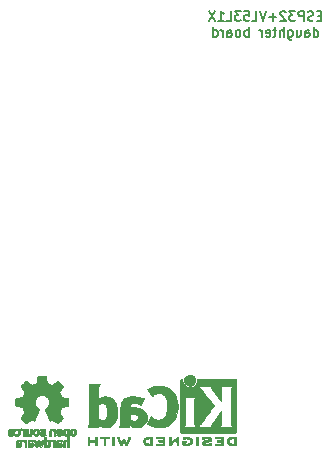
<source format=gbr>
G04 #@! TF.FileFunction,Legend,Bot*
%FSLAX46Y46*%
G04 Gerber Fmt 4.6, Leading zero omitted, Abs format (unit mm)*
G04 Created by KiCad (PCBNEW 4.0.7) date Wed Apr  4 13:04:03 2018*
%MOMM*%
%LPD*%
G01*
G04 APERTURE LIST*
%ADD10C,0.100000*%
%ADD11C,0.150000*%
%ADD12C,0.010000*%
G04 APERTURE END LIST*
D10*
D11*
X152285110Y-58830857D02*
X152018443Y-58830857D01*
X151904157Y-59249905D02*
X152285110Y-59249905D01*
X152285110Y-58449905D01*
X151904157Y-58449905D01*
X151599395Y-59211810D02*
X151485109Y-59249905D01*
X151294633Y-59249905D01*
X151218443Y-59211810D01*
X151180347Y-59173714D01*
X151142252Y-59097524D01*
X151142252Y-59021333D01*
X151180347Y-58945143D01*
X151218443Y-58907048D01*
X151294633Y-58868952D01*
X151447014Y-58830857D01*
X151523205Y-58792762D01*
X151561300Y-58754667D01*
X151599395Y-58678476D01*
X151599395Y-58602286D01*
X151561300Y-58526095D01*
X151523205Y-58488000D01*
X151447014Y-58449905D01*
X151256538Y-58449905D01*
X151142252Y-58488000D01*
X150799395Y-59249905D02*
X150799395Y-58449905D01*
X150494633Y-58449905D01*
X150418442Y-58488000D01*
X150380347Y-58526095D01*
X150342252Y-58602286D01*
X150342252Y-58716571D01*
X150380347Y-58792762D01*
X150418442Y-58830857D01*
X150494633Y-58868952D01*
X150799395Y-58868952D01*
X150075585Y-58449905D02*
X149580347Y-58449905D01*
X149847014Y-58754667D01*
X149732728Y-58754667D01*
X149656538Y-58792762D01*
X149618442Y-58830857D01*
X149580347Y-58907048D01*
X149580347Y-59097524D01*
X149618442Y-59173714D01*
X149656538Y-59211810D01*
X149732728Y-59249905D01*
X149961300Y-59249905D01*
X150037490Y-59211810D01*
X150075585Y-59173714D01*
X149275585Y-58526095D02*
X149237490Y-58488000D01*
X149161299Y-58449905D01*
X148970823Y-58449905D01*
X148894633Y-58488000D01*
X148856537Y-58526095D01*
X148818442Y-58602286D01*
X148818442Y-58678476D01*
X148856537Y-58792762D01*
X149313680Y-59249905D01*
X148818442Y-59249905D01*
X148475585Y-58945143D02*
X147866061Y-58945143D01*
X148170823Y-59249905D02*
X148170823Y-58640381D01*
X147599395Y-58449905D02*
X147332728Y-59249905D01*
X147066061Y-58449905D01*
X146418442Y-59249905D02*
X146799395Y-59249905D01*
X146799395Y-58449905D01*
X145770823Y-58449905D02*
X146151776Y-58449905D01*
X146189871Y-58830857D01*
X146151776Y-58792762D01*
X146075585Y-58754667D01*
X145885109Y-58754667D01*
X145808919Y-58792762D01*
X145770823Y-58830857D01*
X145732728Y-58907048D01*
X145732728Y-59097524D01*
X145770823Y-59173714D01*
X145808919Y-59211810D01*
X145885109Y-59249905D01*
X146075585Y-59249905D01*
X146151776Y-59211810D01*
X146189871Y-59173714D01*
X145466061Y-58449905D02*
X144970823Y-58449905D01*
X145237490Y-58754667D01*
X145123204Y-58754667D01*
X145047014Y-58792762D01*
X145008918Y-58830857D01*
X144970823Y-58907048D01*
X144970823Y-59097524D01*
X145008918Y-59173714D01*
X145047014Y-59211810D01*
X145123204Y-59249905D01*
X145351776Y-59249905D01*
X145427966Y-59211810D01*
X145466061Y-59173714D01*
X144247013Y-59249905D02*
X144627966Y-59249905D01*
X144627966Y-58449905D01*
X143561299Y-59249905D02*
X144018442Y-59249905D01*
X143789871Y-59249905D02*
X143789871Y-58449905D01*
X143866061Y-58564190D01*
X143942252Y-58640381D01*
X144018442Y-58678476D01*
X143294632Y-58449905D02*
X142761299Y-59249905D01*
X142761299Y-58449905D02*
X143294632Y-59249905D01*
X151656540Y-60599905D02*
X151656540Y-59799905D01*
X151656540Y-60561810D02*
X151732730Y-60599905D01*
X151885111Y-60599905D01*
X151961302Y-60561810D01*
X151999397Y-60523714D01*
X152037492Y-60447524D01*
X152037492Y-60218952D01*
X151999397Y-60142762D01*
X151961302Y-60104667D01*
X151885111Y-60066571D01*
X151732730Y-60066571D01*
X151656540Y-60104667D01*
X150932730Y-60599905D02*
X150932730Y-60180857D01*
X150970825Y-60104667D01*
X151047015Y-60066571D01*
X151199396Y-60066571D01*
X151275587Y-60104667D01*
X150932730Y-60561810D02*
X151008920Y-60599905D01*
X151199396Y-60599905D01*
X151275587Y-60561810D01*
X151313682Y-60485619D01*
X151313682Y-60409429D01*
X151275587Y-60333238D01*
X151199396Y-60295143D01*
X151008920Y-60295143D01*
X150932730Y-60257048D01*
X150208920Y-60066571D02*
X150208920Y-60599905D01*
X150551777Y-60066571D02*
X150551777Y-60485619D01*
X150513682Y-60561810D01*
X150437491Y-60599905D01*
X150323205Y-60599905D01*
X150247015Y-60561810D01*
X150208920Y-60523714D01*
X149485110Y-60066571D02*
X149485110Y-60714190D01*
X149523205Y-60790381D01*
X149561300Y-60828476D01*
X149637491Y-60866571D01*
X149751776Y-60866571D01*
X149827967Y-60828476D01*
X149485110Y-60561810D02*
X149561300Y-60599905D01*
X149713681Y-60599905D01*
X149789872Y-60561810D01*
X149827967Y-60523714D01*
X149866062Y-60447524D01*
X149866062Y-60218952D01*
X149827967Y-60142762D01*
X149789872Y-60104667D01*
X149713681Y-60066571D01*
X149561300Y-60066571D01*
X149485110Y-60104667D01*
X149104157Y-60599905D02*
X149104157Y-59799905D01*
X148761300Y-60599905D02*
X148761300Y-60180857D01*
X148799395Y-60104667D01*
X148875585Y-60066571D01*
X148989871Y-60066571D01*
X149066062Y-60104667D01*
X149104157Y-60142762D01*
X148494633Y-60066571D02*
X148189871Y-60066571D01*
X148380347Y-59799905D02*
X148380347Y-60485619D01*
X148342252Y-60561810D01*
X148266061Y-60599905D01*
X148189871Y-60599905D01*
X147618442Y-60561810D02*
X147694632Y-60599905D01*
X147847013Y-60599905D01*
X147923204Y-60561810D01*
X147961299Y-60485619D01*
X147961299Y-60180857D01*
X147923204Y-60104667D01*
X147847013Y-60066571D01*
X147694632Y-60066571D01*
X147618442Y-60104667D01*
X147580347Y-60180857D01*
X147580347Y-60257048D01*
X147961299Y-60333238D01*
X147237490Y-60599905D02*
X147237490Y-60066571D01*
X147237490Y-60218952D02*
X147199395Y-60142762D01*
X147161299Y-60104667D01*
X147085109Y-60066571D01*
X147008918Y-60066571D01*
X146132728Y-60599905D02*
X146132728Y-59799905D01*
X146132728Y-60104667D02*
X146056537Y-60066571D01*
X145904156Y-60066571D01*
X145827966Y-60104667D01*
X145789871Y-60142762D01*
X145751775Y-60218952D01*
X145751775Y-60447524D01*
X145789871Y-60523714D01*
X145827966Y-60561810D01*
X145904156Y-60599905D01*
X146056537Y-60599905D01*
X146132728Y-60561810D01*
X145294632Y-60599905D02*
X145370823Y-60561810D01*
X145408918Y-60523714D01*
X145447013Y-60447524D01*
X145447013Y-60218952D01*
X145408918Y-60142762D01*
X145370823Y-60104667D01*
X145294632Y-60066571D01*
X145180346Y-60066571D01*
X145104156Y-60104667D01*
X145066061Y-60142762D01*
X145027965Y-60218952D01*
X145027965Y-60447524D01*
X145066061Y-60523714D01*
X145104156Y-60561810D01*
X145180346Y-60599905D01*
X145294632Y-60599905D01*
X144342251Y-60599905D02*
X144342251Y-60180857D01*
X144380346Y-60104667D01*
X144456536Y-60066571D01*
X144608917Y-60066571D01*
X144685108Y-60104667D01*
X144342251Y-60561810D02*
X144418441Y-60599905D01*
X144608917Y-60599905D01*
X144685108Y-60561810D01*
X144723203Y-60485619D01*
X144723203Y-60409429D01*
X144685108Y-60333238D01*
X144608917Y-60295143D01*
X144418441Y-60295143D01*
X144342251Y-60257048D01*
X143961298Y-60599905D02*
X143961298Y-60066571D01*
X143961298Y-60218952D02*
X143923203Y-60142762D01*
X143885107Y-60104667D01*
X143808917Y-60066571D01*
X143732726Y-60066571D01*
X143123203Y-60599905D02*
X143123203Y-59799905D01*
X143123203Y-60561810D02*
X143199393Y-60599905D01*
X143351774Y-60599905D01*
X143427965Y-60561810D01*
X143466060Y-60523714D01*
X143504155Y-60447524D01*
X143504155Y-60218952D01*
X143466060Y-60142762D01*
X143427965Y-60104667D01*
X143351774Y-60066571D01*
X143199393Y-60066571D01*
X143123203Y-60104667D01*
D12*
G36*
X144919671Y-94471066D02*
X144880189Y-94471467D01*
X144764500Y-94474259D01*
X144667611Y-94482550D01*
X144586219Y-94497232D01*
X144517023Y-94519193D01*
X144456720Y-94549322D01*
X144402008Y-94588510D01*
X144382467Y-94605532D01*
X144350050Y-94645363D01*
X144320820Y-94699413D01*
X144298291Y-94759323D01*
X144285979Y-94816739D01*
X144284700Y-94837956D01*
X144292717Y-94896769D01*
X144314199Y-94961013D01*
X144345299Y-95021821D01*
X144382166Y-95070330D01*
X144388154Y-95076182D01*
X144438879Y-95117321D01*
X144494425Y-95149435D01*
X144557996Y-95173365D01*
X144632794Y-95189953D01*
X144722022Y-95200041D01*
X144828882Y-95204469D01*
X144877828Y-95204845D01*
X144940062Y-95204545D01*
X144983828Y-95203292D01*
X145013231Y-95200554D01*
X145032379Y-95195801D01*
X145045377Y-95188501D01*
X145052345Y-95182267D01*
X145058926Y-95174694D01*
X145064088Y-95164924D01*
X145068003Y-95150340D01*
X145070843Y-95128326D01*
X145072780Y-95096264D01*
X145073984Y-95051536D01*
X145074628Y-94991526D01*
X145074883Y-94913617D01*
X145074922Y-94837956D01*
X145075170Y-94737041D01*
X145075117Y-94656427D01*
X145074157Y-94617822D01*
X144928167Y-94617822D01*
X144928167Y-95058089D01*
X144835034Y-95058004D01*
X144778993Y-95056396D01*
X144720299Y-95052256D01*
X144671328Y-95046464D01*
X144669838Y-95046226D01*
X144590692Y-95027090D01*
X144529302Y-94997287D01*
X144482605Y-94954878D01*
X144452935Y-94908961D01*
X144434653Y-94858026D01*
X144436071Y-94810200D01*
X144457288Y-94758933D01*
X144498789Y-94705899D01*
X144556298Y-94666600D01*
X144631050Y-94640331D01*
X144681008Y-94631035D01*
X144737716Y-94624507D01*
X144797819Y-94619782D01*
X144848939Y-94617817D01*
X144851967Y-94617808D01*
X144928167Y-94617822D01*
X145074157Y-94617822D01*
X145073560Y-94593851D01*
X145069298Y-94547055D01*
X145061130Y-94513778D01*
X145047856Y-94491759D01*
X145028274Y-94478739D01*
X145001183Y-94472457D01*
X144965382Y-94470653D01*
X144919671Y-94471066D01*
X144919671Y-94471066D01*
G37*
X144919671Y-94471066D02*
X144880189Y-94471467D01*
X144764500Y-94474259D01*
X144667611Y-94482550D01*
X144586219Y-94497232D01*
X144517023Y-94519193D01*
X144456720Y-94549322D01*
X144402008Y-94588510D01*
X144382467Y-94605532D01*
X144350050Y-94645363D01*
X144320820Y-94699413D01*
X144298291Y-94759323D01*
X144285979Y-94816739D01*
X144284700Y-94837956D01*
X144292717Y-94896769D01*
X144314199Y-94961013D01*
X144345299Y-95021821D01*
X144382166Y-95070330D01*
X144388154Y-95076182D01*
X144438879Y-95117321D01*
X144494425Y-95149435D01*
X144557996Y-95173365D01*
X144632794Y-95189953D01*
X144722022Y-95200041D01*
X144828882Y-95204469D01*
X144877828Y-95204845D01*
X144940062Y-95204545D01*
X144983828Y-95203292D01*
X145013231Y-95200554D01*
X145032379Y-95195801D01*
X145045377Y-95188501D01*
X145052345Y-95182267D01*
X145058926Y-95174694D01*
X145064088Y-95164924D01*
X145068003Y-95150340D01*
X145070843Y-95128326D01*
X145072780Y-95096264D01*
X145073984Y-95051536D01*
X145074628Y-94991526D01*
X145074883Y-94913617D01*
X145074922Y-94837956D01*
X145075170Y-94737041D01*
X145075117Y-94656427D01*
X145074157Y-94617822D01*
X144928167Y-94617822D01*
X144928167Y-95058089D01*
X144835034Y-95058004D01*
X144778993Y-95056396D01*
X144720299Y-95052256D01*
X144671328Y-95046464D01*
X144669838Y-95046226D01*
X144590692Y-95027090D01*
X144529302Y-94997287D01*
X144482605Y-94954878D01*
X144452935Y-94908961D01*
X144434653Y-94858026D01*
X144436071Y-94810200D01*
X144457288Y-94758933D01*
X144498789Y-94705899D01*
X144556298Y-94666600D01*
X144631050Y-94640331D01*
X144681008Y-94631035D01*
X144737716Y-94624507D01*
X144797819Y-94619782D01*
X144848939Y-94617817D01*
X144851967Y-94617808D01*
X144928167Y-94617822D01*
X145074157Y-94617822D01*
X145073560Y-94593851D01*
X145069298Y-94547055D01*
X145061130Y-94513778D01*
X145047856Y-94491759D01*
X145028274Y-94478739D01*
X145001183Y-94472457D01*
X144965382Y-94470653D01*
X144919671Y-94471066D01*
G36*
X143511094Y-94471146D02*
X143441686Y-94471518D01*
X143389297Y-94472385D01*
X143351147Y-94473946D01*
X143324459Y-94476403D01*
X143306453Y-94479957D01*
X143294349Y-94484810D01*
X143285369Y-94491161D01*
X143282118Y-94494084D01*
X143262343Y-94525142D01*
X143258782Y-94560828D01*
X143271791Y-94592510D01*
X143277806Y-94598913D01*
X143287535Y-94605121D01*
X143303201Y-94609910D01*
X143327708Y-94613514D01*
X143363961Y-94616164D01*
X143414865Y-94618095D01*
X143483326Y-94619539D01*
X143545917Y-94620418D01*
X143793634Y-94623467D01*
X143797019Y-94688378D01*
X143800405Y-94753289D01*
X143632258Y-94753289D01*
X143559259Y-94753919D01*
X143505817Y-94756553D01*
X143468928Y-94762309D01*
X143445588Y-94772304D01*
X143432794Y-94787656D01*
X143427542Y-94809482D01*
X143426745Y-94829738D01*
X143429223Y-94854592D01*
X143438577Y-94872906D01*
X143457683Y-94885637D01*
X143489418Y-94893741D01*
X143536659Y-94898176D01*
X143602283Y-94899899D01*
X143638101Y-94900045D01*
X143799278Y-94900045D01*
X143799278Y-95058089D01*
X143550922Y-95058089D01*
X143469513Y-95058202D01*
X143407642Y-95058712D01*
X143362268Y-95059870D01*
X143330354Y-95061930D01*
X143308859Y-95065146D01*
X143294743Y-95069772D01*
X143284968Y-95076059D01*
X143279989Y-95080667D01*
X143262910Y-95107560D01*
X143257411Y-95131467D01*
X143265263Y-95160667D01*
X143279989Y-95182267D01*
X143287846Y-95189066D01*
X143297988Y-95194346D01*
X143313144Y-95198298D01*
X143336041Y-95201113D01*
X143369409Y-95202982D01*
X143415975Y-95204098D01*
X143478467Y-95204651D01*
X143559614Y-95204833D01*
X143601722Y-95204845D01*
X143691898Y-95204765D01*
X143762224Y-95204398D01*
X143815429Y-95203552D01*
X143854240Y-95202036D01*
X143881387Y-95199659D01*
X143899598Y-95196229D01*
X143911600Y-95191554D01*
X143920122Y-95185444D01*
X143923456Y-95182267D01*
X143930055Y-95174670D01*
X143935227Y-95164870D01*
X143939146Y-95150239D01*
X143941984Y-95128152D01*
X143943915Y-95095982D01*
X143945112Y-95051103D01*
X143945748Y-94990889D01*
X143945997Y-94912713D01*
X143946034Y-94839923D01*
X143946000Y-94746707D01*
X143945765Y-94673431D01*
X143945130Y-94617458D01*
X143943894Y-94576151D01*
X143941856Y-94546872D01*
X143938817Y-94526984D01*
X143934577Y-94513850D01*
X143928935Y-94504832D01*
X143921691Y-94497293D01*
X143919906Y-94495612D01*
X143911245Y-94488172D01*
X143901182Y-94482409D01*
X143886925Y-94478112D01*
X143865683Y-94475064D01*
X143834664Y-94473051D01*
X143791077Y-94471860D01*
X143732131Y-94471275D01*
X143655034Y-94471083D01*
X143600301Y-94471067D01*
X143511094Y-94471146D01*
X143511094Y-94471146D01*
G37*
X143511094Y-94471146D02*
X143441686Y-94471518D01*
X143389297Y-94472385D01*
X143351147Y-94473946D01*
X143324459Y-94476403D01*
X143306453Y-94479957D01*
X143294349Y-94484810D01*
X143285369Y-94491161D01*
X143282118Y-94494084D01*
X143262343Y-94525142D01*
X143258782Y-94560828D01*
X143271791Y-94592510D01*
X143277806Y-94598913D01*
X143287535Y-94605121D01*
X143303201Y-94609910D01*
X143327708Y-94613514D01*
X143363961Y-94616164D01*
X143414865Y-94618095D01*
X143483326Y-94619539D01*
X143545917Y-94620418D01*
X143793634Y-94623467D01*
X143797019Y-94688378D01*
X143800405Y-94753289D01*
X143632258Y-94753289D01*
X143559259Y-94753919D01*
X143505817Y-94756553D01*
X143468928Y-94762309D01*
X143445588Y-94772304D01*
X143432794Y-94787656D01*
X143427542Y-94809482D01*
X143426745Y-94829738D01*
X143429223Y-94854592D01*
X143438577Y-94872906D01*
X143457683Y-94885637D01*
X143489418Y-94893741D01*
X143536659Y-94898176D01*
X143602283Y-94899899D01*
X143638101Y-94900045D01*
X143799278Y-94900045D01*
X143799278Y-95058089D01*
X143550922Y-95058089D01*
X143469513Y-95058202D01*
X143407642Y-95058712D01*
X143362268Y-95059870D01*
X143330354Y-95061930D01*
X143308859Y-95065146D01*
X143294743Y-95069772D01*
X143284968Y-95076059D01*
X143279989Y-95080667D01*
X143262910Y-95107560D01*
X143257411Y-95131467D01*
X143265263Y-95160667D01*
X143279989Y-95182267D01*
X143287846Y-95189066D01*
X143297988Y-95194346D01*
X143313144Y-95198298D01*
X143336041Y-95201113D01*
X143369409Y-95202982D01*
X143415975Y-95204098D01*
X143478467Y-95204651D01*
X143559614Y-95204833D01*
X143601722Y-95204845D01*
X143691898Y-95204765D01*
X143762224Y-95204398D01*
X143815429Y-95203552D01*
X143854240Y-95202036D01*
X143881387Y-95199659D01*
X143899598Y-95196229D01*
X143911600Y-95191554D01*
X143920122Y-95185444D01*
X143923456Y-95182267D01*
X143930055Y-95174670D01*
X143935227Y-95164870D01*
X143939146Y-95150239D01*
X143941984Y-95128152D01*
X143943915Y-95095982D01*
X143945112Y-95051103D01*
X143945748Y-94990889D01*
X143945997Y-94912713D01*
X143946034Y-94839923D01*
X143946000Y-94746707D01*
X143945765Y-94673431D01*
X143945130Y-94617458D01*
X143943894Y-94576151D01*
X143941856Y-94546872D01*
X143938817Y-94526984D01*
X143934577Y-94513850D01*
X143928935Y-94504832D01*
X143921691Y-94497293D01*
X143919906Y-94495612D01*
X143911245Y-94488172D01*
X143901182Y-94482409D01*
X143886925Y-94478112D01*
X143865683Y-94475064D01*
X143834664Y-94473051D01*
X143791077Y-94471860D01*
X143732131Y-94471275D01*
X143655034Y-94471083D01*
X143600301Y-94471067D01*
X143511094Y-94471146D01*
G36*
X142490003Y-94472351D02*
X142415188Y-94477581D01*
X142345606Y-94485750D01*
X142285302Y-94496550D01*
X142238320Y-94509673D01*
X142208706Y-94524813D01*
X142204160Y-94529269D01*
X142188354Y-94563850D01*
X142193147Y-94599351D01*
X142217664Y-94629725D01*
X142218834Y-94630596D01*
X142233254Y-94639954D01*
X142248308Y-94644876D01*
X142269305Y-94645473D01*
X142301557Y-94641861D01*
X142350373Y-94634154D01*
X142354300Y-94633505D01*
X142427039Y-94624569D01*
X142505517Y-94620161D01*
X142584227Y-94620119D01*
X142657661Y-94624279D01*
X142720311Y-94632479D01*
X142766670Y-94644557D01*
X142769716Y-94645771D01*
X142803348Y-94664615D01*
X142815164Y-94683685D01*
X142805914Y-94702439D01*
X142776347Y-94720337D01*
X142727211Y-94736837D01*
X142659257Y-94751396D01*
X142613945Y-94758406D01*
X142519756Y-94771889D01*
X142444844Y-94784214D01*
X142386017Y-94796449D01*
X142340085Y-94809661D01*
X142303855Y-94824917D01*
X142274138Y-94843285D01*
X142247742Y-94865831D01*
X142226530Y-94887971D01*
X142201365Y-94918819D01*
X142188981Y-94945345D01*
X142185108Y-94978026D01*
X142184967Y-94989995D01*
X142187876Y-95029712D01*
X142199502Y-95059259D01*
X142219623Y-95085486D01*
X142260516Y-95125576D01*
X142306117Y-95156149D01*
X142359813Y-95178203D01*
X142424992Y-95192735D01*
X142505044Y-95200741D01*
X142603357Y-95203218D01*
X142619589Y-95203177D01*
X142685149Y-95201818D01*
X142750166Y-95198730D01*
X142807552Y-95194356D01*
X142850222Y-95189140D01*
X142853672Y-95188541D01*
X142896096Y-95178491D01*
X142932080Y-95165796D01*
X142952450Y-95154190D01*
X142971407Y-95123572D01*
X142972727Y-95087918D01*
X142956385Y-95056144D01*
X142952729Y-95052551D01*
X142937615Y-95041876D01*
X142918715Y-95037276D01*
X142889462Y-95038059D01*
X142853951Y-95042127D01*
X142814270Y-95045762D01*
X142758645Y-95048828D01*
X142693706Y-95051053D01*
X142626085Y-95052164D01*
X142608300Y-95052237D01*
X142540428Y-95051964D01*
X142490754Y-95050646D01*
X142454910Y-95047827D01*
X142428524Y-95043050D01*
X142407226Y-95035857D01*
X142394426Y-95029867D01*
X142366300Y-95013233D01*
X142348368Y-94998168D01*
X142345747Y-94993897D01*
X142351276Y-94976263D01*
X142377560Y-94959192D01*
X142422778Y-94943458D01*
X142485108Y-94929838D01*
X142503471Y-94926804D01*
X142599390Y-94911738D01*
X142675941Y-94899146D01*
X142736080Y-94888111D01*
X142782760Y-94877720D01*
X142818937Y-94867056D01*
X142847565Y-94855205D01*
X142871598Y-94841251D01*
X142893992Y-94824281D01*
X142917702Y-94803378D01*
X142925680Y-94796049D01*
X142953653Y-94768699D01*
X142968460Y-94747029D01*
X142974252Y-94722232D01*
X142975189Y-94690983D01*
X142964875Y-94629705D01*
X142934052Y-94577640D01*
X142882895Y-94534958D01*
X142811583Y-94501825D01*
X142760700Y-94486964D01*
X142705400Y-94477366D01*
X142639153Y-94471936D01*
X142566006Y-94470367D01*
X142490003Y-94472351D01*
X142490003Y-94472351D01*
G37*
X142490003Y-94472351D02*
X142415188Y-94477581D01*
X142345606Y-94485750D01*
X142285302Y-94496550D01*
X142238320Y-94509673D01*
X142208706Y-94524813D01*
X142204160Y-94529269D01*
X142188354Y-94563850D01*
X142193147Y-94599351D01*
X142217664Y-94629725D01*
X142218834Y-94630596D01*
X142233254Y-94639954D01*
X142248308Y-94644876D01*
X142269305Y-94645473D01*
X142301557Y-94641861D01*
X142350373Y-94634154D01*
X142354300Y-94633505D01*
X142427039Y-94624569D01*
X142505517Y-94620161D01*
X142584227Y-94620119D01*
X142657661Y-94624279D01*
X142720311Y-94632479D01*
X142766670Y-94644557D01*
X142769716Y-94645771D01*
X142803348Y-94664615D01*
X142815164Y-94683685D01*
X142805914Y-94702439D01*
X142776347Y-94720337D01*
X142727211Y-94736837D01*
X142659257Y-94751396D01*
X142613945Y-94758406D01*
X142519756Y-94771889D01*
X142444844Y-94784214D01*
X142386017Y-94796449D01*
X142340085Y-94809661D01*
X142303855Y-94824917D01*
X142274138Y-94843285D01*
X142247742Y-94865831D01*
X142226530Y-94887971D01*
X142201365Y-94918819D01*
X142188981Y-94945345D01*
X142185108Y-94978026D01*
X142184967Y-94989995D01*
X142187876Y-95029712D01*
X142199502Y-95059259D01*
X142219623Y-95085486D01*
X142260516Y-95125576D01*
X142306117Y-95156149D01*
X142359813Y-95178203D01*
X142424992Y-95192735D01*
X142505044Y-95200741D01*
X142603357Y-95203218D01*
X142619589Y-95203177D01*
X142685149Y-95201818D01*
X142750166Y-95198730D01*
X142807552Y-95194356D01*
X142850222Y-95189140D01*
X142853672Y-95188541D01*
X142896096Y-95178491D01*
X142932080Y-95165796D01*
X142952450Y-95154190D01*
X142971407Y-95123572D01*
X142972727Y-95087918D01*
X142956385Y-95056144D01*
X142952729Y-95052551D01*
X142937615Y-95041876D01*
X142918715Y-95037276D01*
X142889462Y-95038059D01*
X142853951Y-95042127D01*
X142814270Y-95045762D01*
X142758645Y-95048828D01*
X142693706Y-95051053D01*
X142626085Y-95052164D01*
X142608300Y-95052237D01*
X142540428Y-95051964D01*
X142490754Y-95050646D01*
X142454910Y-95047827D01*
X142428524Y-95043050D01*
X142407226Y-95035857D01*
X142394426Y-95029867D01*
X142366300Y-95013233D01*
X142348368Y-94998168D01*
X142345747Y-94993897D01*
X142351276Y-94976263D01*
X142377560Y-94959192D01*
X142422778Y-94943458D01*
X142485108Y-94929838D01*
X142503471Y-94926804D01*
X142599390Y-94911738D01*
X142675941Y-94899146D01*
X142736080Y-94888111D01*
X142782760Y-94877720D01*
X142818937Y-94867056D01*
X142847565Y-94855205D01*
X142871598Y-94841251D01*
X142893992Y-94824281D01*
X142917702Y-94803378D01*
X142925680Y-94796049D01*
X142953653Y-94768699D01*
X142968460Y-94747029D01*
X142974252Y-94722232D01*
X142975189Y-94690983D01*
X142964875Y-94629705D01*
X142934052Y-94577640D01*
X142882895Y-94534958D01*
X142811583Y-94501825D01*
X142760700Y-94486964D01*
X142705400Y-94477366D01*
X142639153Y-94471936D01*
X142566006Y-94470367D01*
X142490003Y-94472351D01*
G36*
X141722122Y-94493645D02*
X141715542Y-94501218D01*
X141710379Y-94510987D01*
X141706464Y-94525571D01*
X141703624Y-94547585D01*
X141701687Y-94579648D01*
X141700483Y-94624375D01*
X141699839Y-94684385D01*
X141699584Y-94762294D01*
X141699545Y-94837956D01*
X141699614Y-94931802D01*
X141699938Y-95005689D01*
X141700686Y-95062232D01*
X141702032Y-95104049D01*
X141704146Y-95133757D01*
X141707200Y-95153973D01*
X141711366Y-95167314D01*
X141716816Y-95176398D01*
X141722122Y-95182267D01*
X141755126Y-95201947D01*
X141790291Y-95200181D01*
X141821755Y-95178717D01*
X141828984Y-95170337D01*
X141834634Y-95160614D01*
X141838899Y-95146861D01*
X141841973Y-95126389D01*
X141844052Y-95096512D01*
X141845330Y-95054541D01*
X141846001Y-94997789D01*
X141846259Y-94923567D01*
X141846300Y-94839537D01*
X141846300Y-94526485D01*
X141818591Y-94498776D01*
X141784437Y-94475463D01*
X141751306Y-94474623D01*
X141722122Y-94493645D01*
X141722122Y-94493645D01*
G37*
X141722122Y-94493645D02*
X141715542Y-94501218D01*
X141710379Y-94510987D01*
X141706464Y-94525571D01*
X141703624Y-94547585D01*
X141701687Y-94579648D01*
X141700483Y-94624375D01*
X141699839Y-94684385D01*
X141699584Y-94762294D01*
X141699545Y-94837956D01*
X141699614Y-94931802D01*
X141699938Y-95005689D01*
X141700686Y-95062232D01*
X141702032Y-95104049D01*
X141704146Y-95133757D01*
X141707200Y-95153973D01*
X141711366Y-95167314D01*
X141716816Y-95176398D01*
X141722122Y-95182267D01*
X141755126Y-95201947D01*
X141790291Y-95200181D01*
X141821755Y-95178717D01*
X141828984Y-95170337D01*
X141834634Y-95160614D01*
X141838899Y-95146861D01*
X141841973Y-95126389D01*
X141844052Y-95096512D01*
X141845330Y-95054541D01*
X141846001Y-94997789D01*
X141846259Y-94923567D01*
X141846300Y-94839537D01*
X141846300Y-94526485D01*
X141818591Y-94498776D01*
X141784437Y-94475463D01*
X141751306Y-94474623D01*
X141722122Y-94493645D01*
G36*
X140748381Y-94476599D02*
X140679865Y-94488095D01*
X140627243Y-94505967D01*
X140593008Y-94529499D01*
X140583679Y-94542924D01*
X140574193Y-94574148D01*
X140580577Y-94602395D01*
X140600730Y-94629182D01*
X140632045Y-94641713D01*
X140677483Y-94640696D01*
X140712626Y-94633906D01*
X140790719Y-94620971D01*
X140870526Y-94619742D01*
X140959855Y-94630241D01*
X140984529Y-94634690D01*
X141067591Y-94658108D01*
X141132573Y-94692945D01*
X141178761Y-94738604D01*
X141205445Y-94794494D01*
X141210963Y-94823388D01*
X141207351Y-94882012D01*
X141184029Y-94933879D01*
X141143124Y-94977978D01*
X141086759Y-95013299D01*
X141017060Y-95038829D01*
X140936152Y-95053559D01*
X140846160Y-95056478D01*
X140749210Y-95046575D01*
X140743736Y-95045641D01*
X140705175Y-95038459D01*
X140683794Y-95031521D01*
X140674527Y-95021227D01*
X140672306Y-95003976D01*
X140672256Y-94994841D01*
X140672256Y-94956489D01*
X140740731Y-94956489D01*
X140801200Y-94952347D01*
X140842465Y-94939147D01*
X140866475Y-94915730D01*
X140875177Y-94880936D01*
X140875283Y-94876394D01*
X140870192Y-94846654D01*
X140852733Y-94825419D01*
X140820239Y-94811366D01*
X140770043Y-94803173D01*
X140721423Y-94800161D01*
X140650756Y-94798433D01*
X140599498Y-94801070D01*
X140564539Y-94810800D01*
X140542770Y-94830353D01*
X140531080Y-94862456D01*
X140526360Y-94909838D01*
X140525500Y-94972071D01*
X140526909Y-95041535D01*
X140531148Y-95088786D01*
X140538236Y-95114012D01*
X140539611Y-95115988D01*
X140578528Y-95147508D01*
X140635586Y-95172470D01*
X140707169Y-95190340D01*
X140789658Y-95200586D01*
X140879439Y-95202673D01*
X140972892Y-95196068D01*
X141027856Y-95187956D01*
X141114066Y-95163554D01*
X141194192Y-95123662D01*
X141261277Y-95071887D01*
X141271473Y-95061539D01*
X141304602Y-95018035D01*
X141334494Y-94964118D01*
X141357657Y-94907592D01*
X141370598Y-94856259D01*
X141372158Y-94836544D01*
X141365518Y-94795419D01*
X141347868Y-94744252D01*
X141322597Y-94690394D01*
X141293089Y-94641195D01*
X141267019Y-94608334D01*
X141206065Y-94559452D01*
X141127269Y-94520545D01*
X141033457Y-94492494D01*
X140927450Y-94476179D01*
X140830300Y-94472192D01*
X140748381Y-94476599D01*
X140748381Y-94476599D01*
G37*
X140748381Y-94476599D02*
X140679865Y-94488095D01*
X140627243Y-94505967D01*
X140593008Y-94529499D01*
X140583679Y-94542924D01*
X140574193Y-94574148D01*
X140580577Y-94602395D01*
X140600730Y-94629182D01*
X140632045Y-94641713D01*
X140677483Y-94640696D01*
X140712626Y-94633906D01*
X140790719Y-94620971D01*
X140870526Y-94619742D01*
X140959855Y-94630241D01*
X140984529Y-94634690D01*
X141067591Y-94658108D01*
X141132573Y-94692945D01*
X141178761Y-94738604D01*
X141205445Y-94794494D01*
X141210963Y-94823388D01*
X141207351Y-94882012D01*
X141184029Y-94933879D01*
X141143124Y-94977978D01*
X141086759Y-95013299D01*
X141017060Y-95038829D01*
X140936152Y-95053559D01*
X140846160Y-95056478D01*
X140749210Y-95046575D01*
X140743736Y-95045641D01*
X140705175Y-95038459D01*
X140683794Y-95031521D01*
X140674527Y-95021227D01*
X140672306Y-95003976D01*
X140672256Y-94994841D01*
X140672256Y-94956489D01*
X140740731Y-94956489D01*
X140801200Y-94952347D01*
X140842465Y-94939147D01*
X140866475Y-94915730D01*
X140875177Y-94880936D01*
X140875283Y-94876394D01*
X140870192Y-94846654D01*
X140852733Y-94825419D01*
X140820239Y-94811366D01*
X140770043Y-94803173D01*
X140721423Y-94800161D01*
X140650756Y-94798433D01*
X140599498Y-94801070D01*
X140564539Y-94810800D01*
X140542770Y-94830353D01*
X140531080Y-94862456D01*
X140526360Y-94909838D01*
X140525500Y-94972071D01*
X140526909Y-95041535D01*
X140531148Y-95088786D01*
X140538236Y-95114012D01*
X140539611Y-95115988D01*
X140578528Y-95147508D01*
X140635586Y-95172470D01*
X140707169Y-95190340D01*
X140789658Y-95200586D01*
X140879439Y-95202673D01*
X140972892Y-95196068D01*
X141027856Y-95187956D01*
X141114066Y-95163554D01*
X141194192Y-95123662D01*
X141261277Y-95071887D01*
X141271473Y-95061539D01*
X141304602Y-95018035D01*
X141334494Y-94964118D01*
X141357657Y-94907592D01*
X141370598Y-94856259D01*
X141372158Y-94836544D01*
X141365518Y-94795419D01*
X141347868Y-94744252D01*
X141322597Y-94690394D01*
X141293089Y-94641195D01*
X141267019Y-94608334D01*
X141206065Y-94559452D01*
X141127269Y-94520545D01*
X141033457Y-94492494D01*
X140927450Y-94476179D01*
X140830300Y-94472192D01*
X140748381Y-94476599D01*
G36*
X140098414Y-94475448D02*
X140074848Y-94489273D01*
X140044035Y-94511881D01*
X140004378Y-94544338D01*
X139954280Y-94587708D01*
X139892143Y-94643058D01*
X139816372Y-94711451D01*
X139729634Y-94790084D01*
X139549011Y-94953878D01*
X139543367Y-94734029D01*
X139541329Y-94658351D01*
X139539363Y-94601994D01*
X139537034Y-94561706D01*
X139533906Y-94534235D01*
X139529545Y-94516329D01*
X139523516Y-94504737D01*
X139515384Y-94496208D01*
X139511072Y-94492623D01*
X139476541Y-94473670D01*
X139443683Y-94476441D01*
X139417618Y-94492633D01*
X139390967Y-94514199D01*
X139387652Y-94829151D01*
X139386735Y-94921779D01*
X139386268Y-94994544D01*
X139386413Y-95050161D01*
X139387332Y-95091342D01*
X139389187Y-95120803D01*
X139392139Y-95141255D01*
X139396350Y-95155413D01*
X139401982Y-95165991D01*
X139408227Y-95174474D01*
X139421739Y-95190207D01*
X139435183Y-95200636D01*
X139450424Y-95204639D01*
X139469326Y-95201094D01*
X139493755Y-95188879D01*
X139525573Y-95166871D01*
X139566648Y-95133949D01*
X139618842Y-95088991D01*
X139684022Y-95030875D01*
X139757856Y-94964099D01*
X140023145Y-94723458D01*
X140028789Y-94942589D01*
X140030831Y-95018128D01*
X140032802Y-95074354D01*
X140035139Y-95114524D01*
X140038281Y-95141896D01*
X140042664Y-95159728D01*
X140048724Y-95171279D01*
X140056900Y-95179807D01*
X140061084Y-95183282D01*
X140098065Y-95202372D01*
X140133008Y-95199493D01*
X140163436Y-95175100D01*
X140170397Y-95165286D01*
X140175823Y-95153826D01*
X140179903Y-95137968D01*
X140182829Y-95114963D01*
X140184792Y-95082062D01*
X140185983Y-95036516D01*
X140186592Y-94975573D01*
X140186811Y-94896486D01*
X140186834Y-94837956D01*
X140186760Y-94746407D01*
X140186413Y-94674687D01*
X140185601Y-94620045D01*
X140184133Y-94579732D01*
X140181819Y-94550998D01*
X140178467Y-94531093D01*
X140173888Y-94517268D01*
X140167889Y-94506772D01*
X140163436Y-94500811D01*
X140152150Y-94486691D01*
X140141601Y-94476029D01*
X140130193Y-94469892D01*
X140116330Y-94469343D01*
X140098414Y-94475448D01*
X140098414Y-94475448D01*
G37*
X140098414Y-94475448D02*
X140074848Y-94489273D01*
X140044035Y-94511881D01*
X140004378Y-94544338D01*
X139954280Y-94587708D01*
X139892143Y-94643058D01*
X139816372Y-94711451D01*
X139729634Y-94790084D01*
X139549011Y-94953878D01*
X139543367Y-94734029D01*
X139541329Y-94658351D01*
X139539363Y-94601994D01*
X139537034Y-94561706D01*
X139533906Y-94534235D01*
X139529545Y-94516329D01*
X139523516Y-94504737D01*
X139515384Y-94496208D01*
X139511072Y-94492623D01*
X139476541Y-94473670D01*
X139443683Y-94476441D01*
X139417618Y-94492633D01*
X139390967Y-94514199D01*
X139387652Y-94829151D01*
X139386735Y-94921779D01*
X139386268Y-94994544D01*
X139386413Y-95050161D01*
X139387332Y-95091342D01*
X139389187Y-95120803D01*
X139392139Y-95141255D01*
X139396350Y-95155413D01*
X139401982Y-95165991D01*
X139408227Y-95174474D01*
X139421739Y-95190207D01*
X139435183Y-95200636D01*
X139450424Y-95204639D01*
X139469326Y-95201094D01*
X139493755Y-95188879D01*
X139525573Y-95166871D01*
X139566648Y-95133949D01*
X139618842Y-95088991D01*
X139684022Y-95030875D01*
X139757856Y-94964099D01*
X140023145Y-94723458D01*
X140028789Y-94942589D01*
X140030831Y-95018128D01*
X140032802Y-95074354D01*
X140035139Y-95114524D01*
X140038281Y-95141896D01*
X140042664Y-95159728D01*
X140048724Y-95171279D01*
X140056900Y-95179807D01*
X140061084Y-95183282D01*
X140098065Y-95202372D01*
X140133008Y-95199493D01*
X140163436Y-95175100D01*
X140170397Y-95165286D01*
X140175823Y-95153826D01*
X140179903Y-95137968D01*
X140182829Y-95114963D01*
X140184792Y-95082062D01*
X140185983Y-95036516D01*
X140186592Y-94975573D01*
X140186811Y-94896486D01*
X140186834Y-94837956D01*
X140186760Y-94746407D01*
X140186413Y-94674687D01*
X140185601Y-94620045D01*
X140184133Y-94579732D01*
X140181819Y-94550998D01*
X140178467Y-94531093D01*
X140173888Y-94517268D01*
X140167889Y-94506772D01*
X140163436Y-94500811D01*
X140152150Y-94486691D01*
X140141601Y-94476029D01*
X140130193Y-94469892D01*
X140116330Y-94469343D01*
X140098414Y-94475448D01*
G36*
X138567957Y-94471260D02*
X138491599Y-94472174D01*
X138433083Y-94474311D01*
X138390045Y-94478175D01*
X138360117Y-94484267D01*
X138340932Y-94493090D01*
X138330124Y-94505146D01*
X138325327Y-94520939D01*
X138324173Y-94540970D01*
X138324167Y-94543335D01*
X138325169Y-94565992D01*
X138329904Y-94583503D01*
X138340967Y-94596574D01*
X138360952Y-94605913D01*
X138392454Y-94612227D01*
X138438068Y-94616222D01*
X138500387Y-94618606D01*
X138582007Y-94620086D01*
X138607023Y-94620414D01*
X138849100Y-94623467D01*
X138852486Y-94688378D01*
X138855871Y-94753289D01*
X138687724Y-94753289D01*
X138622034Y-94753531D01*
X138575128Y-94754556D01*
X138543217Y-94756811D01*
X138522509Y-94760742D01*
X138509216Y-94766798D01*
X138499545Y-94775424D01*
X138499483Y-94775493D01*
X138481944Y-94809112D01*
X138482578Y-94845448D01*
X138500986Y-94876423D01*
X138504629Y-94879607D01*
X138517559Y-94887812D01*
X138535276Y-94893521D01*
X138561730Y-94897162D01*
X138600868Y-94899167D01*
X138656638Y-94899964D01*
X138692306Y-94900045D01*
X138854745Y-94900045D01*
X138854745Y-95058089D01*
X138608139Y-95058089D01*
X138526720Y-95058231D01*
X138464890Y-95058814D01*
X138419663Y-95060068D01*
X138388052Y-95062227D01*
X138367069Y-95065523D01*
X138353727Y-95070189D01*
X138345039Y-95076457D01*
X138342850Y-95078733D01*
X138326686Y-95110280D01*
X138325503Y-95146168D01*
X138338764Y-95177285D01*
X138349257Y-95187271D01*
X138360171Y-95192769D01*
X138377083Y-95197022D01*
X138402667Y-95200180D01*
X138439599Y-95202392D01*
X138490554Y-95203806D01*
X138558206Y-95204572D01*
X138645231Y-95204838D01*
X138664906Y-95204845D01*
X138753389Y-95204787D01*
X138822073Y-95204467D01*
X138873736Y-95203667D01*
X138911155Y-95202167D01*
X138937110Y-95199749D01*
X138954378Y-95196194D01*
X138965738Y-95191282D01*
X138973968Y-95184795D01*
X138978483Y-95180138D01*
X138985279Y-95171889D01*
X138990588Y-95161669D01*
X138994594Y-95146800D01*
X138997479Y-95124602D01*
X138999426Y-95092393D01*
X139000619Y-95047496D01*
X139001239Y-94987228D01*
X139001471Y-94908911D01*
X139001500Y-94842994D01*
X139001429Y-94750628D01*
X139001092Y-94678117D01*
X139000302Y-94622737D01*
X138998874Y-94581765D01*
X138996621Y-94552478D01*
X138993357Y-94532153D01*
X138988896Y-94518066D01*
X138983052Y-94507495D01*
X138978103Y-94500811D01*
X138954706Y-94471067D01*
X138664526Y-94471067D01*
X138567957Y-94471260D01*
X138567957Y-94471260D01*
G37*
X138567957Y-94471260D02*
X138491599Y-94472174D01*
X138433083Y-94474311D01*
X138390045Y-94478175D01*
X138360117Y-94484267D01*
X138340932Y-94493090D01*
X138330124Y-94505146D01*
X138325327Y-94520939D01*
X138324173Y-94540970D01*
X138324167Y-94543335D01*
X138325169Y-94565992D01*
X138329904Y-94583503D01*
X138340967Y-94596574D01*
X138360952Y-94605913D01*
X138392454Y-94612227D01*
X138438068Y-94616222D01*
X138500387Y-94618606D01*
X138582007Y-94620086D01*
X138607023Y-94620414D01*
X138849100Y-94623467D01*
X138852486Y-94688378D01*
X138855871Y-94753289D01*
X138687724Y-94753289D01*
X138622034Y-94753531D01*
X138575128Y-94754556D01*
X138543217Y-94756811D01*
X138522509Y-94760742D01*
X138509216Y-94766798D01*
X138499545Y-94775424D01*
X138499483Y-94775493D01*
X138481944Y-94809112D01*
X138482578Y-94845448D01*
X138500986Y-94876423D01*
X138504629Y-94879607D01*
X138517559Y-94887812D01*
X138535276Y-94893521D01*
X138561730Y-94897162D01*
X138600868Y-94899167D01*
X138656638Y-94899964D01*
X138692306Y-94900045D01*
X138854745Y-94900045D01*
X138854745Y-95058089D01*
X138608139Y-95058089D01*
X138526720Y-95058231D01*
X138464890Y-95058814D01*
X138419663Y-95060068D01*
X138388052Y-95062227D01*
X138367069Y-95065523D01*
X138353727Y-95070189D01*
X138345039Y-95076457D01*
X138342850Y-95078733D01*
X138326686Y-95110280D01*
X138325503Y-95146168D01*
X138338764Y-95177285D01*
X138349257Y-95187271D01*
X138360171Y-95192769D01*
X138377083Y-95197022D01*
X138402667Y-95200180D01*
X138439599Y-95202392D01*
X138490554Y-95203806D01*
X138558206Y-95204572D01*
X138645231Y-95204838D01*
X138664906Y-95204845D01*
X138753389Y-95204787D01*
X138822073Y-95204467D01*
X138873736Y-95203667D01*
X138911155Y-95202167D01*
X138937110Y-95199749D01*
X138954378Y-95196194D01*
X138965738Y-95191282D01*
X138973968Y-95184795D01*
X138978483Y-95180138D01*
X138985279Y-95171889D01*
X138990588Y-95161669D01*
X138994594Y-95146800D01*
X138997479Y-95124602D01*
X138999426Y-95092393D01*
X139000619Y-95047496D01*
X139001239Y-94987228D01*
X139001471Y-94908911D01*
X139001500Y-94842994D01*
X139001429Y-94750628D01*
X139001092Y-94678117D01*
X139000302Y-94622737D01*
X138998874Y-94581765D01*
X138996621Y-94552478D01*
X138993357Y-94532153D01*
X138988896Y-94518066D01*
X138983052Y-94507495D01*
X138978103Y-94500811D01*
X138954706Y-94471067D01*
X138664526Y-94471067D01*
X138567957Y-94471260D01*
G36*
X137779991Y-94471275D02*
X137651012Y-94475636D01*
X137541309Y-94488861D01*
X137449074Y-94511741D01*
X137372498Y-94545070D01*
X137309773Y-94589638D01*
X137259088Y-94646236D01*
X137218637Y-94715658D01*
X137217841Y-94717351D01*
X137193699Y-94779483D01*
X137185097Y-94834509D01*
X137192069Y-94889887D01*
X137214646Y-94953073D01*
X137218928Y-94962689D01*
X137248128Y-95018966D01*
X137280944Y-95062451D01*
X137323298Y-95099417D01*
X137381110Y-95136135D01*
X137384469Y-95138052D01*
X137434796Y-95162227D01*
X137491679Y-95180282D01*
X137558773Y-95192839D01*
X137639735Y-95200522D01*
X137738218Y-95203953D01*
X137773014Y-95204251D01*
X137938706Y-95204845D01*
X137962103Y-95175100D01*
X137969043Y-95165319D01*
X137974458Y-95153897D01*
X137978535Y-95138095D01*
X137981463Y-95115175D01*
X137983433Y-95082396D01*
X137984075Y-95058089D01*
X137827456Y-95058089D01*
X137733574Y-95058089D01*
X137678636Y-95056483D01*
X137622240Y-95052255D01*
X137575955Y-95046292D01*
X137573161Y-95045790D01*
X137490952Y-95023736D01*
X137427186Y-94990600D01*
X137379848Y-94944847D01*
X137346918Y-94884939D01*
X137341192Y-94869061D01*
X137335579Y-94844333D01*
X137338009Y-94819902D01*
X137349833Y-94787400D01*
X137356960Y-94771434D01*
X137380300Y-94729006D01*
X137408420Y-94699240D01*
X137439360Y-94678511D01*
X137501334Y-94651537D01*
X137580649Y-94631998D01*
X137673047Y-94620746D01*
X137739967Y-94618270D01*
X137827456Y-94617822D01*
X137827456Y-95058089D01*
X137984075Y-95058089D01*
X137984632Y-95037021D01*
X137985250Y-94976311D01*
X137985475Y-94897526D01*
X137985500Y-94835920D01*
X137985500Y-94526485D01*
X137957791Y-94498776D01*
X137945494Y-94487544D01*
X137932197Y-94479853D01*
X137913628Y-94475040D01*
X137885514Y-94472446D01*
X137843583Y-94471410D01*
X137783563Y-94471270D01*
X137779991Y-94471275D01*
X137779991Y-94471275D01*
G37*
X137779991Y-94471275D02*
X137651012Y-94475636D01*
X137541309Y-94488861D01*
X137449074Y-94511741D01*
X137372498Y-94545070D01*
X137309773Y-94589638D01*
X137259088Y-94646236D01*
X137218637Y-94715658D01*
X137217841Y-94717351D01*
X137193699Y-94779483D01*
X137185097Y-94834509D01*
X137192069Y-94889887D01*
X137214646Y-94953073D01*
X137218928Y-94962689D01*
X137248128Y-95018966D01*
X137280944Y-95062451D01*
X137323298Y-95099417D01*
X137381110Y-95136135D01*
X137384469Y-95138052D01*
X137434796Y-95162227D01*
X137491679Y-95180282D01*
X137558773Y-95192839D01*
X137639735Y-95200522D01*
X137738218Y-95203953D01*
X137773014Y-95204251D01*
X137938706Y-95204845D01*
X137962103Y-95175100D01*
X137969043Y-95165319D01*
X137974458Y-95153897D01*
X137978535Y-95138095D01*
X137981463Y-95115175D01*
X137983433Y-95082396D01*
X137984075Y-95058089D01*
X137827456Y-95058089D01*
X137733574Y-95058089D01*
X137678636Y-95056483D01*
X137622240Y-95052255D01*
X137575955Y-95046292D01*
X137573161Y-95045790D01*
X137490952Y-95023736D01*
X137427186Y-94990600D01*
X137379848Y-94944847D01*
X137346918Y-94884939D01*
X137341192Y-94869061D01*
X137335579Y-94844333D01*
X137338009Y-94819902D01*
X137349833Y-94787400D01*
X137356960Y-94771434D01*
X137380300Y-94729006D01*
X137408420Y-94699240D01*
X137439360Y-94678511D01*
X137501334Y-94651537D01*
X137580649Y-94631998D01*
X137673047Y-94620746D01*
X137739967Y-94618270D01*
X137827456Y-94617822D01*
X137827456Y-95058089D01*
X137984075Y-95058089D01*
X137984632Y-95037021D01*
X137985250Y-94976311D01*
X137985475Y-94897526D01*
X137985500Y-94835920D01*
X137985500Y-94526485D01*
X137957791Y-94498776D01*
X137945494Y-94487544D01*
X137932197Y-94479853D01*
X137913628Y-94475040D01*
X137885514Y-94472446D01*
X137843583Y-94471410D01*
X137783563Y-94471270D01*
X137779991Y-94471275D01*
G36*
X135053635Y-94473034D02*
X135034045Y-94480035D01*
X135033290Y-94480377D01*
X135006687Y-94500678D01*
X134992030Y-94521561D01*
X134989162Y-94531352D01*
X134989304Y-94544361D01*
X134993339Y-94562895D01*
X135002154Y-94589257D01*
X135016631Y-94625752D01*
X135037655Y-94674687D01*
X135066112Y-94738365D01*
X135102885Y-94819093D01*
X135123125Y-94863216D01*
X135159675Y-94941985D01*
X135193985Y-95014423D01*
X135224748Y-95077880D01*
X135250652Y-95129708D01*
X135270390Y-95167259D01*
X135282650Y-95187884D01*
X135285076Y-95190733D01*
X135316117Y-95203302D01*
X135351179Y-95201619D01*
X135379300Y-95186332D01*
X135380446Y-95185089D01*
X135391632Y-95168154D01*
X135410396Y-95135170D01*
X135434425Y-95090380D01*
X135461403Y-95038032D01*
X135471099Y-95018742D01*
X135544286Y-94872150D01*
X135624060Y-95031393D01*
X135652533Y-95086415D01*
X135678950Y-95134132D01*
X135701152Y-95170893D01*
X135716981Y-95193044D01*
X135722346Y-95197741D01*
X135764043Y-95204102D01*
X135798451Y-95190733D01*
X135808572Y-95176446D01*
X135826086Y-95144692D01*
X135849565Y-95098597D01*
X135877580Y-95041285D01*
X135908701Y-94975880D01*
X135941501Y-94905507D01*
X135974550Y-94833291D01*
X136006419Y-94762355D01*
X136035681Y-94695825D01*
X136060905Y-94636826D01*
X136080664Y-94588481D01*
X136093528Y-94553915D01*
X136098069Y-94536253D01*
X136098023Y-94535613D01*
X136086974Y-94513388D01*
X136064890Y-94490753D01*
X136063590Y-94489768D01*
X136036447Y-94474425D01*
X136011342Y-94474574D01*
X136001932Y-94477466D01*
X135990466Y-94483718D01*
X135978290Y-94496014D01*
X135963943Y-94516908D01*
X135945964Y-94548949D01*
X135922893Y-94594688D01*
X135893270Y-94656677D01*
X135866555Y-94713898D01*
X135835820Y-94780226D01*
X135808279Y-94839874D01*
X135785362Y-94889725D01*
X135768502Y-94926664D01*
X135759127Y-94947573D01*
X135757760Y-94950845D01*
X135751611Y-94945497D01*
X135737478Y-94923109D01*
X135717243Y-94886946D01*
X135692785Y-94840277D01*
X135683052Y-94821022D01*
X135650083Y-94756004D01*
X135624657Y-94708654D01*
X135604688Y-94676219D01*
X135588090Y-94655946D01*
X135572776Y-94645082D01*
X135556660Y-94640875D01*
X135546157Y-94640400D01*
X135527630Y-94642042D01*
X135511396Y-94648831D01*
X135495265Y-94663566D01*
X135477049Y-94689044D01*
X135454561Y-94728061D01*
X135425611Y-94783414D01*
X135409638Y-94814903D01*
X135383730Y-94865087D01*
X135361133Y-94906704D01*
X135343842Y-94936242D01*
X135333850Y-94950189D01*
X135332491Y-94950770D01*
X135326039Y-94939793D01*
X135311592Y-94911290D01*
X135290597Y-94868244D01*
X135264503Y-94813638D01*
X135234754Y-94750454D01*
X135220120Y-94719071D01*
X135182050Y-94638078D01*
X135151395Y-94575756D01*
X135126563Y-94530071D01*
X135105963Y-94498989D01*
X135088002Y-94480478D01*
X135071090Y-94472504D01*
X135053635Y-94473034D01*
X135053635Y-94473034D01*
G37*
X135053635Y-94473034D02*
X135034045Y-94480035D01*
X135033290Y-94480377D01*
X135006687Y-94500678D01*
X134992030Y-94521561D01*
X134989162Y-94531352D01*
X134989304Y-94544361D01*
X134993339Y-94562895D01*
X135002154Y-94589257D01*
X135016631Y-94625752D01*
X135037655Y-94674687D01*
X135066112Y-94738365D01*
X135102885Y-94819093D01*
X135123125Y-94863216D01*
X135159675Y-94941985D01*
X135193985Y-95014423D01*
X135224748Y-95077880D01*
X135250652Y-95129708D01*
X135270390Y-95167259D01*
X135282650Y-95187884D01*
X135285076Y-95190733D01*
X135316117Y-95203302D01*
X135351179Y-95201619D01*
X135379300Y-95186332D01*
X135380446Y-95185089D01*
X135391632Y-95168154D01*
X135410396Y-95135170D01*
X135434425Y-95090380D01*
X135461403Y-95038032D01*
X135471099Y-95018742D01*
X135544286Y-94872150D01*
X135624060Y-95031393D01*
X135652533Y-95086415D01*
X135678950Y-95134132D01*
X135701152Y-95170893D01*
X135716981Y-95193044D01*
X135722346Y-95197741D01*
X135764043Y-95204102D01*
X135798451Y-95190733D01*
X135808572Y-95176446D01*
X135826086Y-95144692D01*
X135849565Y-95098597D01*
X135877580Y-95041285D01*
X135908701Y-94975880D01*
X135941501Y-94905507D01*
X135974550Y-94833291D01*
X136006419Y-94762355D01*
X136035681Y-94695825D01*
X136060905Y-94636826D01*
X136080664Y-94588481D01*
X136093528Y-94553915D01*
X136098069Y-94536253D01*
X136098023Y-94535613D01*
X136086974Y-94513388D01*
X136064890Y-94490753D01*
X136063590Y-94489768D01*
X136036447Y-94474425D01*
X136011342Y-94474574D01*
X136001932Y-94477466D01*
X135990466Y-94483718D01*
X135978290Y-94496014D01*
X135963943Y-94516908D01*
X135945964Y-94548949D01*
X135922893Y-94594688D01*
X135893270Y-94656677D01*
X135866555Y-94713898D01*
X135835820Y-94780226D01*
X135808279Y-94839874D01*
X135785362Y-94889725D01*
X135768502Y-94926664D01*
X135759127Y-94947573D01*
X135757760Y-94950845D01*
X135751611Y-94945497D01*
X135737478Y-94923109D01*
X135717243Y-94886946D01*
X135692785Y-94840277D01*
X135683052Y-94821022D01*
X135650083Y-94756004D01*
X135624657Y-94708654D01*
X135604688Y-94676219D01*
X135588090Y-94655946D01*
X135572776Y-94645082D01*
X135556660Y-94640875D01*
X135546157Y-94640400D01*
X135527630Y-94642042D01*
X135511396Y-94648831D01*
X135495265Y-94663566D01*
X135477049Y-94689044D01*
X135454561Y-94728061D01*
X135425611Y-94783414D01*
X135409638Y-94814903D01*
X135383730Y-94865087D01*
X135361133Y-94906704D01*
X135343842Y-94936242D01*
X135333850Y-94950189D01*
X135332491Y-94950770D01*
X135326039Y-94939793D01*
X135311592Y-94911290D01*
X135290597Y-94868244D01*
X135264503Y-94813638D01*
X135234754Y-94750454D01*
X135220120Y-94719071D01*
X135182050Y-94638078D01*
X135151395Y-94575756D01*
X135126563Y-94530071D01*
X135105963Y-94498989D01*
X135088002Y-94480478D01*
X135071090Y-94472504D01*
X135053635Y-94473034D01*
G36*
X134609686Y-94477877D02*
X134585973Y-94492647D01*
X134559322Y-94514227D01*
X134559322Y-94835773D01*
X134559407Y-94929830D01*
X134559771Y-95003932D01*
X134560576Y-95060704D01*
X134561987Y-95102768D01*
X134564167Y-95132748D01*
X134567279Y-95153267D01*
X134571486Y-95166949D01*
X134576952Y-95176416D01*
X134580828Y-95181082D01*
X134612266Y-95201575D01*
X134648067Y-95200739D01*
X134679427Y-95183264D01*
X134706078Y-95161684D01*
X134706078Y-94514227D01*
X134679427Y-94492647D01*
X134653706Y-94476949D01*
X134632700Y-94471067D01*
X134609686Y-94477877D01*
X134609686Y-94477877D01*
G37*
X134609686Y-94477877D02*
X134585973Y-94492647D01*
X134559322Y-94514227D01*
X134559322Y-94835773D01*
X134559407Y-94929830D01*
X134559771Y-95003932D01*
X134560576Y-95060704D01*
X134561987Y-95102768D01*
X134564167Y-95132748D01*
X134567279Y-95153267D01*
X134571486Y-95166949D01*
X134576952Y-95176416D01*
X134580828Y-95181082D01*
X134612266Y-95201575D01*
X134648067Y-95200739D01*
X134679427Y-95183264D01*
X134706078Y-95161684D01*
X134706078Y-94514227D01*
X134679427Y-94492647D01*
X134653706Y-94476949D01*
X134632700Y-94471067D01*
X134609686Y-94477877D01*
G36*
X133835235Y-94471163D02*
X133756528Y-94471542D01*
X133695437Y-94472333D01*
X133649483Y-94473670D01*
X133616186Y-94475683D01*
X133593064Y-94478506D01*
X133577638Y-94482269D01*
X133567429Y-94487105D01*
X133562487Y-94490822D01*
X133536843Y-94523358D01*
X133533741Y-94557138D01*
X133549589Y-94587826D01*
X133559952Y-94600089D01*
X133571104Y-94608450D01*
X133587265Y-94613657D01*
X133612658Y-94616457D01*
X133651502Y-94617596D01*
X133708020Y-94617821D01*
X133719120Y-94617822D01*
X133865056Y-94617822D01*
X133865056Y-94888756D01*
X133865152Y-94974154D01*
X133865589Y-95039864D01*
X133866588Y-95088774D01*
X133868372Y-95123773D01*
X133871163Y-95147749D01*
X133875183Y-95163593D01*
X133880655Y-95174191D01*
X133887634Y-95182267D01*
X133920566Y-95202112D01*
X133954946Y-95200548D01*
X133986124Y-95177906D01*
X133988414Y-95175100D01*
X133995871Y-95164492D01*
X134001553Y-95152081D01*
X134005699Y-95134850D01*
X134008550Y-95109784D01*
X134010346Y-95073867D01*
X134011328Y-95024083D01*
X134011736Y-94957417D01*
X134011811Y-94881589D01*
X134011811Y-94617822D01*
X134151173Y-94617822D01*
X134210978Y-94617418D01*
X134252382Y-94615840D01*
X134279552Y-94612547D01*
X134296654Y-94606992D01*
X134307857Y-94598631D01*
X134309217Y-94597178D01*
X134325575Y-94563939D01*
X134324128Y-94526362D01*
X134305322Y-94493645D01*
X134298050Y-94487298D01*
X134288673Y-94482266D01*
X134274691Y-94478396D01*
X134253604Y-94475537D01*
X134222911Y-94473535D01*
X134180111Y-94472239D01*
X134122705Y-94471498D01*
X134048190Y-94471158D01*
X133954067Y-94471068D01*
X133934040Y-94471067D01*
X133835235Y-94471163D01*
X133835235Y-94471163D01*
G37*
X133835235Y-94471163D02*
X133756528Y-94471542D01*
X133695437Y-94472333D01*
X133649483Y-94473670D01*
X133616186Y-94475683D01*
X133593064Y-94478506D01*
X133577638Y-94482269D01*
X133567429Y-94487105D01*
X133562487Y-94490822D01*
X133536843Y-94523358D01*
X133533741Y-94557138D01*
X133549589Y-94587826D01*
X133559952Y-94600089D01*
X133571104Y-94608450D01*
X133587265Y-94613657D01*
X133612658Y-94616457D01*
X133651502Y-94617596D01*
X133708020Y-94617821D01*
X133719120Y-94617822D01*
X133865056Y-94617822D01*
X133865056Y-94888756D01*
X133865152Y-94974154D01*
X133865589Y-95039864D01*
X133866588Y-95088774D01*
X133868372Y-95123773D01*
X133871163Y-95147749D01*
X133875183Y-95163593D01*
X133880655Y-95174191D01*
X133887634Y-95182267D01*
X133920566Y-95202112D01*
X133954946Y-95200548D01*
X133986124Y-95177906D01*
X133988414Y-95175100D01*
X133995871Y-95164492D01*
X134001553Y-95152081D01*
X134005699Y-95134850D01*
X134008550Y-95109784D01*
X134010346Y-95073867D01*
X134011328Y-95024083D01*
X134011736Y-94957417D01*
X134011811Y-94881589D01*
X134011811Y-94617822D01*
X134151173Y-94617822D01*
X134210978Y-94617418D01*
X134252382Y-94615840D01*
X134279552Y-94612547D01*
X134296654Y-94606992D01*
X134307857Y-94598631D01*
X134309217Y-94597178D01*
X134325575Y-94563939D01*
X134324128Y-94526362D01*
X134305322Y-94493645D01*
X134298050Y-94487298D01*
X134288673Y-94482266D01*
X134274691Y-94478396D01*
X134253604Y-94475537D01*
X134222911Y-94473535D01*
X134180111Y-94472239D01*
X134122705Y-94471498D01*
X134048190Y-94471158D01*
X133954067Y-94471068D01*
X133934040Y-94471067D01*
X133835235Y-94471163D01*
G36*
X132569477Y-94476533D02*
X132538098Y-94498776D01*
X132510389Y-94526485D01*
X132510389Y-94835920D01*
X132510462Y-94927799D01*
X132510805Y-94999840D01*
X132511608Y-95054780D01*
X132513059Y-95095360D01*
X132515348Y-95124317D01*
X132518664Y-95144391D01*
X132523195Y-95158321D01*
X132529131Y-95168845D01*
X132533786Y-95175100D01*
X132564517Y-95199673D01*
X132599804Y-95202341D01*
X132632055Y-95187271D01*
X132642712Y-95178374D01*
X132649836Y-95166557D01*
X132654133Y-95147526D01*
X132656309Y-95116992D01*
X132657072Y-95070662D01*
X132657145Y-95034871D01*
X132657145Y-94900045D01*
X133153856Y-94900045D01*
X133153856Y-95022700D01*
X133154369Y-95078787D01*
X133156424Y-95117333D01*
X133160792Y-95143361D01*
X133168244Y-95161897D01*
X133177253Y-95175100D01*
X133208156Y-95199604D01*
X133243104Y-95202506D01*
X133276562Y-95185089D01*
X133285696Y-95175959D01*
X133292148Y-95163855D01*
X133296403Y-95145001D01*
X133298948Y-95115620D01*
X133300271Y-95071937D01*
X133300857Y-95010175D01*
X133300925Y-94996000D01*
X133301409Y-94879631D01*
X133301659Y-94783727D01*
X133301577Y-94706177D01*
X133301069Y-94644869D01*
X133300038Y-94597690D01*
X133298387Y-94562530D01*
X133296021Y-94537276D01*
X133292843Y-94519817D01*
X133288756Y-94508041D01*
X133283666Y-94499835D01*
X133278034Y-94493645D01*
X133246172Y-94473844D01*
X133212943Y-94476533D01*
X133181565Y-94498776D01*
X133168867Y-94513126D01*
X133160774Y-94528978D01*
X133156258Y-94551554D01*
X133154294Y-94586078D01*
X133153856Y-94637776D01*
X133153856Y-94753289D01*
X132657145Y-94753289D01*
X132657145Y-94634756D01*
X132656638Y-94580148D01*
X132654602Y-94543275D01*
X132650265Y-94519307D01*
X132642853Y-94503415D01*
X132634567Y-94493645D01*
X132602706Y-94473844D01*
X132569477Y-94476533D01*
X132569477Y-94476533D01*
G37*
X132569477Y-94476533D02*
X132538098Y-94498776D01*
X132510389Y-94526485D01*
X132510389Y-94835920D01*
X132510462Y-94927799D01*
X132510805Y-94999840D01*
X132511608Y-95054780D01*
X132513059Y-95095360D01*
X132515348Y-95124317D01*
X132518664Y-95144391D01*
X132523195Y-95158321D01*
X132529131Y-95168845D01*
X132533786Y-95175100D01*
X132564517Y-95199673D01*
X132599804Y-95202341D01*
X132632055Y-95187271D01*
X132642712Y-95178374D01*
X132649836Y-95166557D01*
X132654133Y-95147526D01*
X132656309Y-95116992D01*
X132657072Y-95070662D01*
X132657145Y-95034871D01*
X132657145Y-94900045D01*
X133153856Y-94900045D01*
X133153856Y-95022700D01*
X133154369Y-95078787D01*
X133156424Y-95117333D01*
X133160792Y-95143361D01*
X133168244Y-95161897D01*
X133177253Y-95175100D01*
X133208156Y-95199604D01*
X133243104Y-95202506D01*
X133276562Y-95185089D01*
X133285696Y-95175959D01*
X133292148Y-95163855D01*
X133296403Y-95145001D01*
X133298948Y-95115620D01*
X133300271Y-95071937D01*
X133300857Y-95010175D01*
X133300925Y-94996000D01*
X133301409Y-94879631D01*
X133301659Y-94783727D01*
X133301577Y-94706177D01*
X133301069Y-94644869D01*
X133300038Y-94597690D01*
X133298387Y-94562530D01*
X133296021Y-94537276D01*
X133292843Y-94519817D01*
X133288756Y-94508041D01*
X133283666Y-94499835D01*
X133278034Y-94493645D01*
X133246172Y-94473844D01*
X133212943Y-94476533D01*
X133181565Y-94498776D01*
X133168867Y-94513126D01*
X133160774Y-94528978D01*
X133156258Y-94551554D01*
X133154294Y-94586078D01*
X133153856Y-94637776D01*
X133153856Y-94753289D01*
X132657145Y-94753289D01*
X132657145Y-94634756D01*
X132656638Y-94580148D01*
X132654602Y-94543275D01*
X132650265Y-94519307D01*
X132642853Y-94503415D01*
X132634567Y-94493645D01*
X132602706Y-94473844D01*
X132569477Y-94476533D01*
G36*
X141744700Y-89691054D02*
X141733835Y-89804993D01*
X141702218Y-89912616D01*
X141651315Y-90011615D01*
X141582593Y-90099684D01*
X141497519Y-90174516D01*
X141400532Y-90232384D01*
X141294264Y-90272005D01*
X141187250Y-90290573D01*
X141081600Y-90289434D01*
X140979425Y-90269930D01*
X140882834Y-90233406D01*
X140793938Y-90181205D01*
X140714846Y-90114673D01*
X140647669Y-90035152D01*
X140594517Y-89943987D01*
X140557499Y-89842523D01*
X140538727Y-89732102D01*
X140536789Y-89682206D01*
X140536789Y-89594267D01*
X140484860Y-89594267D01*
X140448553Y-89597111D01*
X140421655Y-89608911D01*
X140394549Y-89632649D01*
X140356167Y-89671031D01*
X140356167Y-91862602D01*
X140356176Y-92124739D01*
X140356208Y-92365241D01*
X140356272Y-92585048D01*
X140356376Y-92785101D01*
X140356527Y-92966344D01*
X140356734Y-93129716D01*
X140357006Y-93276160D01*
X140357350Y-93406617D01*
X140357774Y-93522029D01*
X140358287Y-93623338D01*
X140358897Y-93711484D01*
X140359612Y-93787410D01*
X140360440Y-93852057D01*
X140361389Y-93906367D01*
X140362467Y-93951280D01*
X140363683Y-93987740D01*
X140365045Y-94016687D01*
X140366561Y-94039063D01*
X140368238Y-94055809D01*
X140370086Y-94067868D01*
X140372113Y-94076180D01*
X140374325Y-94081687D01*
X140375408Y-94083537D01*
X140379571Y-94090549D01*
X140383105Y-94096996D01*
X140386935Y-94102900D01*
X140391982Y-94108286D01*
X140399171Y-94113178D01*
X140409423Y-94117598D01*
X140423664Y-94121572D01*
X140442814Y-94125121D01*
X140467799Y-94128270D01*
X140499540Y-94131042D01*
X140538962Y-94133461D01*
X140586986Y-94135551D01*
X140644537Y-94137335D01*
X140712537Y-94138837D01*
X140791910Y-94140080D01*
X140883579Y-94141089D01*
X140988466Y-94141885D01*
X141107496Y-94142494D01*
X141241590Y-94142939D01*
X141391673Y-94143243D01*
X141558667Y-94143430D01*
X141743496Y-94143524D01*
X141947083Y-94143548D01*
X142170350Y-94143525D01*
X142414222Y-94143480D01*
X142679621Y-94143437D01*
X142718004Y-94143432D01*
X142984982Y-94143389D01*
X143230302Y-94143318D01*
X143454883Y-94143213D01*
X143659645Y-94143066D01*
X143845506Y-94142869D01*
X144013388Y-94142616D01*
X144164208Y-94142300D01*
X144298887Y-94141913D01*
X144418344Y-94141447D01*
X144523499Y-94140897D01*
X144615271Y-94140253D01*
X144694579Y-94139511D01*
X144762343Y-94138661D01*
X144819482Y-94137697D01*
X144866917Y-94136611D01*
X144905566Y-94135397D01*
X144936349Y-94134047D01*
X144960185Y-94132555D01*
X144977994Y-94130911D01*
X144990695Y-94129111D01*
X144999208Y-94127145D01*
X145003566Y-94125477D01*
X145012028Y-94121906D01*
X145019797Y-94119270D01*
X145026902Y-94116634D01*
X145033373Y-94113062D01*
X145039239Y-94107621D01*
X145044529Y-94099375D01*
X145049274Y-94087390D01*
X145053502Y-94070731D01*
X145057243Y-94048463D01*
X145060527Y-94019652D01*
X145063383Y-93983363D01*
X145065840Y-93938661D01*
X145067929Y-93884611D01*
X145069678Y-93820279D01*
X145071117Y-93744730D01*
X145072276Y-93657030D01*
X145073183Y-93556243D01*
X145073869Y-93441434D01*
X145074363Y-93311670D01*
X145074695Y-93166015D01*
X145074893Y-93003535D01*
X145074987Y-92823295D01*
X145075008Y-92624360D01*
X145074985Y-92405796D01*
X145074946Y-92166668D01*
X145074922Y-91906040D01*
X145074922Y-91863889D01*
X145074936Y-91600992D01*
X145074961Y-91359732D01*
X145074971Y-91139165D01*
X145074942Y-90938352D01*
X145074848Y-90756349D01*
X145074662Y-90592216D01*
X145074359Y-90445011D01*
X145073914Y-90313792D01*
X145073334Y-90203867D01*
X144770497Y-90203867D01*
X144730707Y-90261711D01*
X144719536Y-90277479D01*
X144709466Y-90291441D01*
X144700438Y-90304784D01*
X144692397Y-90318693D01*
X144685286Y-90334356D01*
X144679047Y-90352958D01*
X144673625Y-90375686D01*
X144668962Y-90403727D01*
X144665001Y-90438267D01*
X144661685Y-90480492D01*
X144658959Y-90531589D01*
X144656764Y-90592744D01*
X144655045Y-90665144D01*
X144653744Y-90749975D01*
X144652805Y-90848422D01*
X144652170Y-90961674D01*
X144651784Y-91090916D01*
X144651588Y-91237334D01*
X144651527Y-91402116D01*
X144651543Y-91586447D01*
X144651580Y-91791513D01*
X144651589Y-91914133D01*
X144651565Y-92131082D01*
X144651531Y-92326642D01*
X144651543Y-92501999D01*
X144651658Y-92658341D01*
X144651930Y-92796857D01*
X144652418Y-92918734D01*
X144653176Y-93025160D01*
X144654262Y-93117322D01*
X144655731Y-93196409D01*
X144657640Y-93263608D01*
X144660044Y-93320107D01*
X144663001Y-93367093D01*
X144666566Y-93405755D01*
X144670795Y-93437280D01*
X144675746Y-93462855D01*
X144681473Y-93483670D01*
X144688033Y-93500911D01*
X144695483Y-93515765D01*
X144703879Y-93529422D01*
X144713276Y-93543069D01*
X144723732Y-93557893D01*
X144729823Y-93566783D01*
X144768596Y-93624400D01*
X144237032Y-93624400D01*
X144113783Y-93624365D01*
X144011287Y-93624215D01*
X143927720Y-93623878D01*
X143861256Y-93623286D01*
X143810071Y-93622367D01*
X143772341Y-93621051D01*
X143746240Y-93619269D01*
X143729944Y-93616951D01*
X143721628Y-93614026D01*
X143719468Y-93610424D01*
X143721639Y-93606075D01*
X143722835Y-93604645D01*
X143747985Y-93567573D01*
X143773883Y-93514772D01*
X143797492Y-93452770D01*
X143805761Y-93426357D01*
X143810378Y-93408416D01*
X143814279Y-93387355D01*
X143817548Y-93361089D01*
X143820266Y-93327532D01*
X143822515Y-93284599D01*
X143824377Y-93230204D01*
X143825936Y-93162262D01*
X143827272Y-93078688D01*
X143828469Y-92977395D01*
X143829608Y-92856300D01*
X143829985Y-92811600D01*
X143831002Y-92686449D01*
X143831760Y-92582082D01*
X143832203Y-92496707D01*
X143832270Y-92428533D01*
X143831905Y-92375765D01*
X143831048Y-92336614D01*
X143829641Y-92309285D01*
X143827625Y-92291986D01*
X143824943Y-92282926D01*
X143821536Y-92280312D01*
X143817344Y-92282351D01*
X143812871Y-92286667D01*
X143802516Y-92299602D01*
X143780458Y-92328676D01*
X143748257Y-92371759D01*
X143707474Y-92426718D01*
X143659670Y-92491423D01*
X143606405Y-92563742D01*
X143549240Y-92641544D01*
X143489737Y-92722698D01*
X143429455Y-92805072D01*
X143369955Y-92886536D01*
X143312798Y-92964957D01*
X143259545Y-93038204D01*
X143211757Y-93104147D01*
X143170993Y-93160654D01*
X143138816Y-93205593D01*
X143116785Y-93236834D01*
X143112217Y-93243466D01*
X143089296Y-93280369D01*
X143062488Y-93328359D01*
X143037089Y-93377897D01*
X143033868Y-93384577D01*
X143012190Y-93432772D01*
X142999604Y-93470334D01*
X142993874Y-93506160D01*
X142992756Y-93548200D01*
X142993390Y-93624400D01*
X141838951Y-93624400D01*
X141930115Y-93530669D01*
X141976912Y-93480775D01*
X142027199Y-93424295D01*
X142073244Y-93370026D01*
X142093669Y-93344673D01*
X142124107Y-93305128D01*
X142164162Y-93251916D01*
X142212661Y-93186667D01*
X142268435Y-93111011D01*
X142330311Y-93026577D01*
X142397119Y-92934994D01*
X142467687Y-92837892D01*
X142540845Y-92736901D01*
X142615421Y-92633650D01*
X142690244Y-92529768D01*
X142764143Y-92426885D01*
X142835946Y-92326631D01*
X142904484Y-92230636D01*
X142968584Y-92140527D01*
X143027075Y-92057936D01*
X143078786Y-91984492D01*
X143122547Y-91921824D01*
X143157185Y-91871561D01*
X143181530Y-91835334D01*
X143194411Y-91814771D01*
X143196169Y-91810668D01*
X143188210Y-91799342D01*
X143167415Y-91772162D01*
X143135147Y-91730829D01*
X143092770Y-91677044D01*
X143041647Y-91612506D01*
X142983141Y-91538918D01*
X142918614Y-91457978D01*
X142849431Y-91371388D01*
X142776953Y-91280848D01*
X142702546Y-91188060D01*
X142642817Y-91113702D01*
X141631811Y-91113702D01*
X141625902Y-91126659D01*
X141611572Y-91148908D01*
X141610525Y-91150391D01*
X141591738Y-91180544D01*
X141572091Y-91217375D01*
X141568192Y-91225511D01*
X141564656Y-91233940D01*
X141561530Y-91244059D01*
X141558786Y-91257260D01*
X141556392Y-91274938D01*
X141554319Y-91298484D01*
X141552535Y-91329293D01*
X141551012Y-91368757D01*
X141549719Y-91418269D01*
X141548626Y-91479223D01*
X141547703Y-91553011D01*
X141546919Y-91641028D01*
X141546245Y-91744665D01*
X141545650Y-91865316D01*
X141545105Y-92004374D01*
X141544579Y-92163232D01*
X141544045Y-92342089D01*
X141543506Y-92527207D01*
X141543072Y-92691145D01*
X141542809Y-92835303D01*
X141542784Y-92961079D01*
X141543065Y-93069871D01*
X141543719Y-93163077D01*
X141544814Y-93242097D01*
X141546418Y-93308328D01*
X141548597Y-93363170D01*
X141551419Y-93408021D01*
X141554951Y-93444278D01*
X141559261Y-93473341D01*
X141564417Y-93496609D01*
X141570485Y-93515479D01*
X141577533Y-93531351D01*
X141585629Y-93545622D01*
X141594840Y-93559691D01*
X141603340Y-93572158D01*
X141620476Y-93598452D01*
X141630622Y-93616037D01*
X141631811Y-93619257D01*
X141620904Y-93620334D01*
X141589711Y-93621335D01*
X141540523Y-93622235D01*
X141475633Y-93623010D01*
X141397330Y-93623637D01*
X141307907Y-93624091D01*
X141209656Y-93624349D01*
X141140745Y-93624400D01*
X141035752Y-93624180D01*
X140938910Y-93623548D01*
X140852407Y-93622549D01*
X140778432Y-93621227D01*
X140719174Y-93619626D01*
X140676820Y-93617791D01*
X140653560Y-93615765D01*
X140649678Y-93614493D01*
X140657376Y-93599591D01*
X140665374Y-93591560D01*
X140678546Y-93574434D01*
X140695785Y-93544183D01*
X140707707Y-93519622D01*
X140734345Y-93460711D01*
X140737420Y-92283845D01*
X140740495Y-91106978D01*
X141186153Y-91106978D01*
X141283970Y-91107142D01*
X141374364Y-91107611D01*
X141454930Y-91108347D01*
X141523262Y-91109316D01*
X141576956Y-91110480D01*
X141613605Y-91111803D01*
X141630804Y-91113249D01*
X141631811Y-91113702D01*
X142642817Y-91113702D01*
X142627570Y-91094722D01*
X142553390Y-91002537D01*
X142481369Y-90913204D01*
X142412869Y-90828424D01*
X142349255Y-90749898D01*
X142291888Y-90679326D01*
X142242133Y-90618409D01*
X142201352Y-90568847D01*
X142184188Y-90548178D01*
X142097896Y-90447516D01*
X142021297Y-90364259D01*
X141952483Y-90296438D01*
X141889548Y-90242089D01*
X141880167Y-90234722D01*
X141840656Y-90204117D01*
X142972416Y-90203867D01*
X142967127Y-90251844D01*
X142970430Y-90309188D01*
X142991961Y-90377463D01*
X143031935Y-90457212D01*
X143077243Y-90529495D01*
X143093461Y-90552140D01*
X143121514Y-90589696D01*
X143159730Y-90640021D01*
X143206437Y-90700973D01*
X143259961Y-90770411D01*
X143318631Y-90846194D01*
X143380775Y-90926180D01*
X143444721Y-91008228D01*
X143508795Y-91090196D01*
X143571327Y-91169943D01*
X143630643Y-91245327D01*
X143685071Y-91314207D01*
X143732939Y-91374442D01*
X143772575Y-91423889D01*
X143802306Y-91460408D01*
X143820461Y-91481858D01*
X143823520Y-91485156D01*
X143826379Y-91477149D01*
X143828593Y-91446855D01*
X143830157Y-91394556D01*
X143831067Y-91320531D01*
X143831320Y-91225063D01*
X143830913Y-91108434D01*
X143830004Y-90988445D01*
X143828682Y-90856333D01*
X143827157Y-90744594D01*
X143825181Y-90651025D01*
X143822506Y-90573419D01*
X143818882Y-90509574D01*
X143814061Y-90457283D01*
X143807794Y-90414344D01*
X143799832Y-90378551D01*
X143789927Y-90347700D01*
X143777831Y-90319586D01*
X143763293Y-90292005D01*
X143748611Y-90266966D01*
X143710614Y-90203867D01*
X144770497Y-90203867D01*
X145073334Y-90203867D01*
X145073301Y-90197617D01*
X145072495Y-90095544D01*
X145071470Y-90006633D01*
X145070200Y-89929941D01*
X145068660Y-89864527D01*
X145066824Y-89809449D01*
X145064667Y-89763765D01*
X145062163Y-89726534D01*
X145059287Y-89696813D01*
X145056013Y-89673662D01*
X145052315Y-89656139D01*
X145048169Y-89643301D01*
X145043547Y-89634208D01*
X145038426Y-89627918D01*
X145032778Y-89623488D01*
X145026579Y-89619978D01*
X145019804Y-89616445D01*
X145013808Y-89612876D01*
X145008575Y-89610300D01*
X145000399Y-89607972D01*
X144988186Y-89605878D01*
X144970841Y-89604007D01*
X144947269Y-89602347D01*
X144916377Y-89600884D01*
X144877068Y-89599608D01*
X144828250Y-89598504D01*
X144768827Y-89597561D01*
X144697704Y-89596767D01*
X144613788Y-89596109D01*
X144515983Y-89595575D01*
X144403194Y-89595153D01*
X144274329Y-89594829D01*
X144128291Y-89594592D01*
X143963986Y-89594430D01*
X143780320Y-89594330D01*
X143576197Y-89594280D01*
X143365053Y-89594267D01*
X141744700Y-89594267D01*
X141744700Y-89691054D01*
X141744700Y-89691054D01*
G37*
X141744700Y-89691054D02*
X141733835Y-89804993D01*
X141702218Y-89912616D01*
X141651315Y-90011615D01*
X141582593Y-90099684D01*
X141497519Y-90174516D01*
X141400532Y-90232384D01*
X141294264Y-90272005D01*
X141187250Y-90290573D01*
X141081600Y-90289434D01*
X140979425Y-90269930D01*
X140882834Y-90233406D01*
X140793938Y-90181205D01*
X140714846Y-90114673D01*
X140647669Y-90035152D01*
X140594517Y-89943987D01*
X140557499Y-89842523D01*
X140538727Y-89732102D01*
X140536789Y-89682206D01*
X140536789Y-89594267D01*
X140484860Y-89594267D01*
X140448553Y-89597111D01*
X140421655Y-89608911D01*
X140394549Y-89632649D01*
X140356167Y-89671031D01*
X140356167Y-91862602D01*
X140356176Y-92124739D01*
X140356208Y-92365241D01*
X140356272Y-92585048D01*
X140356376Y-92785101D01*
X140356527Y-92966344D01*
X140356734Y-93129716D01*
X140357006Y-93276160D01*
X140357350Y-93406617D01*
X140357774Y-93522029D01*
X140358287Y-93623338D01*
X140358897Y-93711484D01*
X140359612Y-93787410D01*
X140360440Y-93852057D01*
X140361389Y-93906367D01*
X140362467Y-93951280D01*
X140363683Y-93987740D01*
X140365045Y-94016687D01*
X140366561Y-94039063D01*
X140368238Y-94055809D01*
X140370086Y-94067868D01*
X140372113Y-94076180D01*
X140374325Y-94081687D01*
X140375408Y-94083537D01*
X140379571Y-94090549D01*
X140383105Y-94096996D01*
X140386935Y-94102900D01*
X140391982Y-94108286D01*
X140399171Y-94113178D01*
X140409423Y-94117598D01*
X140423664Y-94121572D01*
X140442814Y-94125121D01*
X140467799Y-94128270D01*
X140499540Y-94131042D01*
X140538962Y-94133461D01*
X140586986Y-94135551D01*
X140644537Y-94137335D01*
X140712537Y-94138837D01*
X140791910Y-94140080D01*
X140883579Y-94141089D01*
X140988466Y-94141885D01*
X141107496Y-94142494D01*
X141241590Y-94142939D01*
X141391673Y-94143243D01*
X141558667Y-94143430D01*
X141743496Y-94143524D01*
X141947083Y-94143548D01*
X142170350Y-94143525D01*
X142414222Y-94143480D01*
X142679621Y-94143437D01*
X142718004Y-94143432D01*
X142984982Y-94143389D01*
X143230302Y-94143318D01*
X143454883Y-94143213D01*
X143659645Y-94143066D01*
X143845506Y-94142869D01*
X144013388Y-94142616D01*
X144164208Y-94142300D01*
X144298887Y-94141913D01*
X144418344Y-94141447D01*
X144523499Y-94140897D01*
X144615271Y-94140253D01*
X144694579Y-94139511D01*
X144762343Y-94138661D01*
X144819482Y-94137697D01*
X144866917Y-94136611D01*
X144905566Y-94135397D01*
X144936349Y-94134047D01*
X144960185Y-94132555D01*
X144977994Y-94130911D01*
X144990695Y-94129111D01*
X144999208Y-94127145D01*
X145003566Y-94125477D01*
X145012028Y-94121906D01*
X145019797Y-94119270D01*
X145026902Y-94116634D01*
X145033373Y-94113062D01*
X145039239Y-94107621D01*
X145044529Y-94099375D01*
X145049274Y-94087390D01*
X145053502Y-94070731D01*
X145057243Y-94048463D01*
X145060527Y-94019652D01*
X145063383Y-93983363D01*
X145065840Y-93938661D01*
X145067929Y-93884611D01*
X145069678Y-93820279D01*
X145071117Y-93744730D01*
X145072276Y-93657030D01*
X145073183Y-93556243D01*
X145073869Y-93441434D01*
X145074363Y-93311670D01*
X145074695Y-93166015D01*
X145074893Y-93003535D01*
X145074987Y-92823295D01*
X145075008Y-92624360D01*
X145074985Y-92405796D01*
X145074946Y-92166668D01*
X145074922Y-91906040D01*
X145074922Y-91863889D01*
X145074936Y-91600992D01*
X145074961Y-91359732D01*
X145074971Y-91139165D01*
X145074942Y-90938352D01*
X145074848Y-90756349D01*
X145074662Y-90592216D01*
X145074359Y-90445011D01*
X145073914Y-90313792D01*
X145073334Y-90203867D01*
X144770497Y-90203867D01*
X144730707Y-90261711D01*
X144719536Y-90277479D01*
X144709466Y-90291441D01*
X144700438Y-90304784D01*
X144692397Y-90318693D01*
X144685286Y-90334356D01*
X144679047Y-90352958D01*
X144673625Y-90375686D01*
X144668962Y-90403727D01*
X144665001Y-90438267D01*
X144661685Y-90480492D01*
X144658959Y-90531589D01*
X144656764Y-90592744D01*
X144655045Y-90665144D01*
X144653744Y-90749975D01*
X144652805Y-90848422D01*
X144652170Y-90961674D01*
X144651784Y-91090916D01*
X144651588Y-91237334D01*
X144651527Y-91402116D01*
X144651543Y-91586447D01*
X144651580Y-91791513D01*
X144651589Y-91914133D01*
X144651565Y-92131082D01*
X144651531Y-92326642D01*
X144651543Y-92501999D01*
X144651658Y-92658341D01*
X144651930Y-92796857D01*
X144652418Y-92918734D01*
X144653176Y-93025160D01*
X144654262Y-93117322D01*
X144655731Y-93196409D01*
X144657640Y-93263608D01*
X144660044Y-93320107D01*
X144663001Y-93367093D01*
X144666566Y-93405755D01*
X144670795Y-93437280D01*
X144675746Y-93462855D01*
X144681473Y-93483670D01*
X144688033Y-93500911D01*
X144695483Y-93515765D01*
X144703879Y-93529422D01*
X144713276Y-93543069D01*
X144723732Y-93557893D01*
X144729823Y-93566783D01*
X144768596Y-93624400D01*
X144237032Y-93624400D01*
X144113783Y-93624365D01*
X144011287Y-93624215D01*
X143927720Y-93623878D01*
X143861256Y-93623286D01*
X143810071Y-93622367D01*
X143772341Y-93621051D01*
X143746240Y-93619269D01*
X143729944Y-93616951D01*
X143721628Y-93614026D01*
X143719468Y-93610424D01*
X143721639Y-93606075D01*
X143722835Y-93604645D01*
X143747985Y-93567573D01*
X143773883Y-93514772D01*
X143797492Y-93452770D01*
X143805761Y-93426357D01*
X143810378Y-93408416D01*
X143814279Y-93387355D01*
X143817548Y-93361089D01*
X143820266Y-93327532D01*
X143822515Y-93284599D01*
X143824377Y-93230204D01*
X143825936Y-93162262D01*
X143827272Y-93078688D01*
X143828469Y-92977395D01*
X143829608Y-92856300D01*
X143829985Y-92811600D01*
X143831002Y-92686449D01*
X143831760Y-92582082D01*
X143832203Y-92496707D01*
X143832270Y-92428533D01*
X143831905Y-92375765D01*
X143831048Y-92336614D01*
X143829641Y-92309285D01*
X143827625Y-92291986D01*
X143824943Y-92282926D01*
X143821536Y-92280312D01*
X143817344Y-92282351D01*
X143812871Y-92286667D01*
X143802516Y-92299602D01*
X143780458Y-92328676D01*
X143748257Y-92371759D01*
X143707474Y-92426718D01*
X143659670Y-92491423D01*
X143606405Y-92563742D01*
X143549240Y-92641544D01*
X143489737Y-92722698D01*
X143429455Y-92805072D01*
X143369955Y-92886536D01*
X143312798Y-92964957D01*
X143259545Y-93038204D01*
X143211757Y-93104147D01*
X143170993Y-93160654D01*
X143138816Y-93205593D01*
X143116785Y-93236834D01*
X143112217Y-93243466D01*
X143089296Y-93280369D01*
X143062488Y-93328359D01*
X143037089Y-93377897D01*
X143033868Y-93384577D01*
X143012190Y-93432772D01*
X142999604Y-93470334D01*
X142993874Y-93506160D01*
X142992756Y-93548200D01*
X142993390Y-93624400D01*
X141838951Y-93624400D01*
X141930115Y-93530669D01*
X141976912Y-93480775D01*
X142027199Y-93424295D01*
X142073244Y-93370026D01*
X142093669Y-93344673D01*
X142124107Y-93305128D01*
X142164162Y-93251916D01*
X142212661Y-93186667D01*
X142268435Y-93111011D01*
X142330311Y-93026577D01*
X142397119Y-92934994D01*
X142467687Y-92837892D01*
X142540845Y-92736901D01*
X142615421Y-92633650D01*
X142690244Y-92529768D01*
X142764143Y-92426885D01*
X142835946Y-92326631D01*
X142904484Y-92230636D01*
X142968584Y-92140527D01*
X143027075Y-92057936D01*
X143078786Y-91984492D01*
X143122547Y-91921824D01*
X143157185Y-91871561D01*
X143181530Y-91835334D01*
X143194411Y-91814771D01*
X143196169Y-91810668D01*
X143188210Y-91799342D01*
X143167415Y-91772162D01*
X143135147Y-91730829D01*
X143092770Y-91677044D01*
X143041647Y-91612506D01*
X142983141Y-91538918D01*
X142918614Y-91457978D01*
X142849431Y-91371388D01*
X142776953Y-91280848D01*
X142702546Y-91188060D01*
X142642817Y-91113702D01*
X141631811Y-91113702D01*
X141625902Y-91126659D01*
X141611572Y-91148908D01*
X141610525Y-91150391D01*
X141591738Y-91180544D01*
X141572091Y-91217375D01*
X141568192Y-91225511D01*
X141564656Y-91233940D01*
X141561530Y-91244059D01*
X141558786Y-91257260D01*
X141556392Y-91274938D01*
X141554319Y-91298484D01*
X141552535Y-91329293D01*
X141551012Y-91368757D01*
X141549719Y-91418269D01*
X141548626Y-91479223D01*
X141547703Y-91553011D01*
X141546919Y-91641028D01*
X141546245Y-91744665D01*
X141545650Y-91865316D01*
X141545105Y-92004374D01*
X141544579Y-92163232D01*
X141544045Y-92342089D01*
X141543506Y-92527207D01*
X141543072Y-92691145D01*
X141542809Y-92835303D01*
X141542784Y-92961079D01*
X141543065Y-93069871D01*
X141543719Y-93163077D01*
X141544814Y-93242097D01*
X141546418Y-93308328D01*
X141548597Y-93363170D01*
X141551419Y-93408021D01*
X141554951Y-93444278D01*
X141559261Y-93473341D01*
X141564417Y-93496609D01*
X141570485Y-93515479D01*
X141577533Y-93531351D01*
X141585629Y-93545622D01*
X141594840Y-93559691D01*
X141603340Y-93572158D01*
X141620476Y-93598452D01*
X141630622Y-93616037D01*
X141631811Y-93619257D01*
X141620904Y-93620334D01*
X141589711Y-93621335D01*
X141540523Y-93622235D01*
X141475633Y-93623010D01*
X141397330Y-93623637D01*
X141307907Y-93624091D01*
X141209656Y-93624349D01*
X141140745Y-93624400D01*
X141035752Y-93624180D01*
X140938910Y-93623548D01*
X140852407Y-93622549D01*
X140778432Y-93621227D01*
X140719174Y-93619626D01*
X140676820Y-93617791D01*
X140653560Y-93615765D01*
X140649678Y-93614493D01*
X140657376Y-93599591D01*
X140665374Y-93591560D01*
X140678546Y-93574434D01*
X140695785Y-93544183D01*
X140707707Y-93519622D01*
X140734345Y-93460711D01*
X140737420Y-92283845D01*
X140740495Y-91106978D01*
X141186153Y-91106978D01*
X141283970Y-91107142D01*
X141374364Y-91107611D01*
X141454930Y-91108347D01*
X141523262Y-91109316D01*
X141576956Y-91110480D01*
X141613605Y-91111803D01*
X141630804Y-91113249D01*
X141631811Y-91113702D01*
X142642817Y-91113702D01*
X142627570Y-91094722D01*
X142553390Y-91002537D01*
X142481369Y-90913204D01*
X142412869Y-90828424D01*
X142349255Y-90749898D01*
X142291888Y-90679326D01*
X142242133Y-90618409D01*
X142201352Y-90568847D01*
X142184188Y-90548178D01*
X142097896Y-90447516D01*
X142021297Y-90364259D01*
X141952483Y-90296438D01*
X141889548Y-90242089D01*
X141880167Y-90234722D01*
X141840656Y-90204117D01*
X142972416Y-90203867D01*
X142967127Y-90251844D01*
X142970430Y-90309188D01*
X142991961Y-90377463D01*
X143031935Y-90457212D01*
X143077243Y-90529495D01*
X143093461Y-90552140D01*
X143121514Y-90589696D01*
X143159730Y-90640021D01*
X143206437Y-90700973D01*
X143259961Y-90770411D01*
X143318631Y-90846194D01*
X143380775Y-90926180D01*
X143444721Y-91008228D01*
X143508795Y-91090196D01*
X143571327Y-91169943D01*
X143630643Y-91245327D01*
X143685071Y-91314207D01*
X143732939Y-91374442D01*
X143772575Y-91423889D01*
X143802306Y-91460408D01*
X143820461Y-91481858D01*
X143823520Y-91485156D01*
X143826379Y-91477149D01*
X143828593Y-91446855D01*
X143830157Y-91394556D01*
X143831067Y-91320531D01*
X143831320Y-91225063D01*
X143830913Y-91108434D01*
X143830004Y-90988445D01*
X143828682Y-90856333D01*
X143827157Y-90744594D01*
X143825181Y-90651025D01*
X143822506Y-90573419D01*
X143818882Y-90509574D01*
X143814061Y-90457283D01*
X143807794Y-90414344D01*
X143799832Y-90378551D01*
X143789927Y-90347700D01*
X143777831Y-90319586D01*
X143763293Y-90292005D01*
X143748611Y-90266966D01*
X143710614Y-90203867D01*
X144770497Y-90203867D01*
X145073334Y-90203867D01*
X145073301Y-90197617D01*
X145072495Y-90095544D01*
X145071470Y-90006633D01*
X145070200Y-89929941D01*
X145068660Y-89864527D01*
X145066824Y-89809449D01*
X145064667Y-89763765D01*
X145062163Y-89726534D01*
X145059287Y-89696813D01*
X145056013Y-89673662D01*
X145052315Y-89656139D01*
X145048169Y-89643301D01*
X145043547Y-89634208D01*
X145038426Y-89627918D01*
X145032778Y-89623488D01*
X145026579Y-89619978D01*
X145019804Y-89616445D01*
X145013808Y-89612876D01*
X145008575Y-89610300D01*
X145000399Y-89607972D01*
X144988186Y-89605878D01*
X144970841Y-89604007D01*
X144947269Y-89602347D01*
X144916377Y-89600884D01*
X144877068Y-89599608D01*
X144828250Y-89598504D01*
X144768827Y-89597561D01*
X144697704Y-89596767D01*
X144613788Y-89596109D01*
X144515983Y-89595575D01*
X144403194Y-89595153D01*
X144274329Y-89594829D01*
X144128291Y-89594592D01*
X143963986Y-89594430D01*
X143780320Y-89594330D01*
X143576197Y-89594280D01*
X143365053Y-89594267D01*
X141744700Y-89594267D01*
X141744700Y-89691054D01*
G36*
X138469871Y-90151071D02*
X138309730Y-90172245D01*
X138145790Y-90212385D01*
X137975987Y-90271889D01*
X137798257Y-90351154D01*
X137786990Y-90356699D01*
X137729295Y-90384725D01*
X137677748Y-90408802D01*
X137636109Y-90427249D01*
X137608138Y-90438386D01*
X137598567Y-90440933D01*
X137579350Y-90445941D01*
X137574739Y-90450147D01*
X137579842Y-90460580D01*
X137595882Y-90486868D01*
X137621012Y-90526257D01*
X137653386Y-90575991D01*
X137691157Y-90633315D01*
X137732478Y-90695476D01*
X137775502Y-90759718D01*
X137818383Y-90823285D01*
X137859274Y-90883425D01*
X137896329Y-90937380D01*
X137927700Y-90982397D01*
X137951541Y-91015721D01*
X137966006Y-91034597D01*
X137967991Y-91036787D01*
X137978109Y-91032138D01*
X138000450Y-91014962D01*
X138031020Y-90988440D01*
X138046764Y-90973964D01*
X138143253Y-90898682D01*
X138249964Y-90843241D01*
X138365468Y-90808141D01*
X138488338Y-90793880D01*
X138557739Y-90795051D01*
X138678877Y-90812212D01*
X138788095Y-90848094D01*
X138885718Y-90902959D01*
X138972072Y-90977070D01*
X139047485Y-91070688D01*
X139112282Y-91184076D01*
X139149699Y-91270667D01*
X139193552Y-91406366D01*
X139225872Y-91553850D01*
X139246743Y-91709314D01*
X139256249Y-91868956D01*
X139254473Y-92028973D01*
X139241497Y-92185561D01*
X139217406Y-92334918D01*
X139182282Y-92473240D01*
X139136208Y-92596724D01*
X139119927Y-92630978D01*
X139051680Y-92745064D01*
X138971221Y-92841557D01*
X138879730Y-92919670D01*
X138778389Y-92978617D01*
X138668380Y-93017612D01*
X138550885Y-93035868D01*
X138509417Y-93037211D01*
X138387859Y-93026290D01*
X138267422Y-92993474D01*
X138149634Y-92939439D01*
X138036023Y-92864865D01*
X137944615Y-92786539D01*
X137898085Y-92742008D01*
X137716817Y-93039271D01*
X137671720Y-93113433D01*
X137630481Y-93181646D01*
X137594565Y-93241459D01*
X137565434Y-93290420D01*
X137544550Y-93326079D01*
X137533376Y-93345984D01*
X137531925Y-93349079D01*
X137540154Y-93358718D01*
X137565733Y-93375999D01*
X137605427Y-93399283D01*
X137656003Y-93426934D01*
X137714226Y-93457315D01*
X137776863Y-93488790D01*
X137840679Y-93519722D01*
X137902440Y-93548473D01*
X137958912Y-93573408D01*
X138006862Y-93592889D01*
X138030314Y-93601318D01*
X138164079Y-93639133D01*
X138301973Y-93664136D01*
X138449678Y-93677140D01*
X138576467Y-93679468D01*
X138644422Y-93678373D01*
X138710023Y-93676275D01*
X138767453Y-93673434D01*
X138810897Y-93670106D01*
X138825002Y-93668422D01*
X138964016Y-93639587D01*
X139105543Y-93594468D01*
X139243025Y-93535750D01*
X139369906Y-93466120D01*
X139447411Y-93413441D01*
X139574819Y-93305239D01*
X139693122Y-93178671D01*
X139800128Y-93036866D01*
X139893648Y-92882951D01*
X139971490Y-92720053D01*
X140015344Y-92602756D01*
X140065592Y-92419128D01*
X140099091Y-92224581D01*
X140115851Y-92023325D01*
X140115884Y-91819568D01*
X140099199Y-91617521D01*
X140065807Y-91421392D01*
X140015720Y-91235391D01*
X140011903Y-91223803D01*
X139949019Y-91061750D01*
X139872272Y-90913832D01*
X139779058Y-90775865D01*
X139666773Y-90643661D01*
X139622908Y-90598399D01*
X139486766Y-90474457D01*
X139346809Y-90371915D01*
X139200889Y-90289656D01*
X139046858Y-90226564D01*
X138882568Y-90181523D01*
X138787011Y-90164033D01*
X138628277Y-90148466D01*
X138469871Y-90151071D01*
X138469871Y-90151071D01*
G37*
X138469871Y-90151071D02*
X138309730Y-90172245D01*
X138145790Y-90212385D01*
X137975987Y-90271889D01*
X137798257Y-90351154D01*
X137786990Y-90356699D01*
X137729295Y-90384725D01*
X137677748Y-90408802D01*
X137636109Y-90427249D01*
X137608138Y-90438386D01*
X137598567Y-90440933D01*
X137579350Y-90445941D01*
X137574739Y-90450147D01*
X137579842Y-90460580D01*
X137595882Y-90486868D01*
X137621012Y-90526257D01*
X137653386Y-90575991D01*
X137691157Y-90633315D01*
X137732478Y-90695476D01*
X137775502Y-90759718D01*
X137818383Y-90823285D01*
X137859274Y-90883425D01*
X137896329Y-90937380D01*
X137927700Y-90982397D01*
X137951541Y-91015721D01*
X137966006Y-91034597D01*
X137967991Y-91036787D01*
X137978109Y-91032138D01*
X138000450Y-91014962D01*
X138031020Y-90988440D01*
X138046764Y-90973964D01*
X138143253Y-90898682D01*
X138249964Y-90843241D01*
X138365468Y-90808141D01*
X138488338Y-90793880D01*
X138557739Y-90795051D01*
X138678877Y-90812212D01*
X138788095Y-90848094D01*
X138885718Y-90902959D01*
X138972072Y-90977070D01*
X139047485Y-91070688D01*
X139112282Y-91184076D01*
X139149699Y-91270667D01*
X139193552Y-91406366D01*
X139225872Y-91553850D01*
X139246743Y-91709314D01*
X139256249Y-91868956D01*
X139254473Y-92028973D01*
X139241497Y-92185561D01*
X139217406Y-92334918D01*
X139182282Y-92473240D01*
X139136208Y-92596724D01*
X139119927Y-92630978D01*
X139051680Y-92745064D01*
X138971221Y-92841557D01*
X138879730Y-92919670D01*
X138778389Y-92978617D01*
X138668380Y-93017612D01*
X138550885Y-93035868D01*
X138509417Y-93037211D01*
X138387859Y-93026290D01*
X138267422Y-92993474D01*
X138149634Y-92939439D01*
X138036023Y-92864865D01*
X137944615Y-92786539D01*
X137898085Y-92742008D01*
X137716817Y-93039271D01*
X137671720Y-93113433D01*
X137630481Y-93181646D01*
X137594565Y-93241459D01*
X137565434Y-93290420D01*
X137544550Y-93326079D01*
X137533376Y-93345984D01*
X137531925Y-93349079D01*
X137540154Y-93358718D01*
X137565733Y-93375999D01*
X137605427Y-93399283D01*
X137656003Y-93426934D01*
X137714226Y-93457315D01*
X137776863Y-93488790D01*
X137840679Y-93519722D01*
X137902440Y-93548473D01*
X137958912Y-93573408D01*
X138006862Y-93592889D01*
X138030314Y-93601318D01*
X138164079Y-93639133D01*
X138301973Y-93664136D01*
X138449678Y-93677140D01*
X138576467Y-93679468D01*
X138644422Y-93678373D01*
X138710023Y-93676275D01*
X138767453Y-93673434D01*
X138810897Y-93670106D01*
X138825002Y-93668422D01*
X138964016Y-93639587D01*
X139105543Y-93594468D01*
X139243025Y-93535750D01*
X139369906Y-93466120D01*
X139447411Y-93413441D01*
X139574819Y-93305239D01*
X139693122Y-93178671D01*
X139800128Y-93036866D01*
X139893648Y-92882951D01*
X139971490Y-92720053D01*
X140015344Y-92602756D01*
X140065592Y-92419128D01*
X140099091Y-92224581D01*
X140115851Y-92023325D01*
X140115884Y-91819568D01*
X140099199Y-91617521D01*
X140065807Y-91421392D01*
X140015720Y-91235391D01*
X140011903Y-91223803D01*
X139949019Y-91061750D01*
X139872272Y-90913832D01*
X139779058Y-90775865D01*
X139666773Y-90643661D01*
X139622908Y-90598399D01*
X139486766Y-90474457D01*
X139346809Y-90371915D01*
X139200889Y-90289656D01*
X139046858Y-90226564D01*
X138882568Y-90181523D01*
X138787011Y-90164033D01*
X138628277Y-90148466D01*
X138469871Y-90151071D01*
G36*
X136124726Y-91068552D02*
X135972808Y-91088567D01*
X135837544Y-91122202D01*
X135718061Y-91169725D01*
X135613485Y-91231405D01*
X135535876Y-91294965D01*
X135467035Y-91369099D01*
X135413294Y-91448871D01*
X135370390Y-91541091D01*
X135354916Y-91584161D01*
X135342056Y-91623142D01*
X135330854Y-91659289D01*
X135321180Y-91694434D01*
X135312904Y-91730410D01*
X135305897Y-91769050D01*
X135300028Y-91812185D01*
X135295169Y-91861649D01*
X135291190Y-91919273D01*
X135287960Y-91986891D01*
X135285351Y-92066334D01*
X135283233Y-92159436D01*
X135281476Y-92268027D01*
X135279951Y-92393942D01*
X135278528Y-92539012D01*
X135277275Y-92681778D01*
X135275949Y-92837968D01*
X135274744Y-92973239D01*
X135273534Y-93089246D01*
X135272194Y-93187645D01*
X135270600Y-93270093D01*
X135268625Y-93338246D01*
X135266144Y-93393760D01*
X135263031Y-93438292D01*
X135259162Y-93473498D01*
X135254411Y-93501034D01*
X135248652Y-93522556D01*
X135241761Y-93539722D01*
X135233611Y-93554186D01*
X135224077Y-93567606D01*
X135213034Y-93581638D01*
X135208734Y-93587071D01*
X135192914Y-93609910D01*
X135185878Y-93625463D01*
X135185856Y-93625922D01*
X135196733Y-93628121D01*
X135227718Y-93630147D01*
X135276343Y-93631942D01*
X135340137Y-93633451D01*
X135416631Y-93634616D01*
X135503356Y-93635380D01*
X135597843Y-93635686D01*
X135608750Y-93635689D01*
X136031643Y-93635689D01*
X136034905Y-93539622D01*
X136038167Y-93443556D01*
X136100256Y-93494543D01*
X136197586Y-93562057D01*
X136307487Y-93616749D01*
X136393951Y-93646978D01*
X136463022Y-93661666D01*
X136546375Y-93671659D01*
X136636141Y-93676646D01*
X136724455Y-93676313D01*
X136803449Y-93670351D01*
X136839678Y-93664638D01*
X136979697Y-93626776D01*
X137106122Y-93571932D01*
X137218040Y-93500924D01*
X137314538Y-93414568D01*
X137394700Y-93313679D01*
X137457613Y-93199076D01*
X137501988Y-93072984D01*
X137514322Y-93016401D01*
X137521932Y-92954202D01*
X137525561Y-92879363D01*
X137526055Y-92845467D01*
X137525990Y-92842282D01*
X136766052Y-92842282D01*
X136756759Y-92917333D01*
X136728572Y-92981160D01*
X136680103Y-93036798D01*
X136675046Y-93041211D01*
X136626752Y-93076037D01*
X136575043Y-93098620D01*
X136514311Y-93110540D01*
X136438948Y-93113383D01*
X136420841Y-93112978D01*
X136367022Y-93110325D01*
X136326992Y-93104909D01*
X136291976Y-93094745D01*
X136253197Y-93077850D01*
X136242555Y-93072672D01*
X136181904Y-93036844D01*
X136135085Y-92994212D01*
X136122348Y-92978973D01*
X136077678Y-92922462D01*
X136077678Y-92726586D01*
X136078214Y-92647939D01*
X136079904Y-92589988D01*
X136082872Y-92550875D01*
X136087243Y-92528741D01*
X136091328Y-92522274D01*
X136107253Y-92519111D01*
X136141036Y-92516488D01*
X136187960Y-92514655D01*
X136243307Y-92513857D01*
X136252194Y-92513842D01*
X136372970Y-92519096D01*
X136475640Y-92535263D01*
X136562194Y-92562961D01*
X136634619Y-92602808D01*
X136689549Y-92649758D01*
X136734096Y-92707645D01*
X136758820Y-92770693D01*
X136766052Y-92842282D01*
X137525990Y-92842282D01*
X137524122Y-92751712D01*
X137515778Y-92672812D01*
X137499532Y-92601590D01*
X137473895Y-92530864D01*
X137449899Y-92478493D01*
X137391280Y-92383196D01*
X137313183Y-92295170D01*
X137217985Y-92216017D01*
X137108062Y-92147340D01*
X136985790Y-92090741D01*
X136853545Y-92047821D01*
X136788878Y-92032882D01*
X136652696Y-92010777D01*
X136504251Y-91996194D01*
X136352795Y-91989813D01*
X136226236Y-91991445D01*
X136064350Y-91998224D01*
X136071770Y-91939245D01*
X136091062Y-91840092D01*
X136122196Y-91759372D01*
X136166031Y-91696466D01*
X136223429Y-91650756D01*
X136295252Y-91621622D01*
X136382359Y-91608447D01*
X136485614Y-91610611D01*
X136523589Y-91614612D01*
X136664780Y-91639780D01*
X136801593Y-91680814D01*
X136896122Y-91718815D01*
X136941282Y-91738190D01*
X136979715Y-91753760D01*
X137006066Y-91763405D01*
X137013754Y-91765452D01*
X137023498Y-91756374D01*
X137040217Y-91727405D01*
X137064068Y-91678217D01*
X137095207Y-91608484D01*
X137133793Y-91517879D01*
X137140390Y-91502089D01*
X137170447Y-91429772D01*
X137197426Y-91364425D01*
X137220164Y-91308906D01*
X137237494Y-91266072D01*
X137248252Y-91238781D01*
X137251359Y-91229942D01*
X137241360Y-91225187D01*
X137215083Y-91219910D01*
X137186811Y-91216231D01*
X137156654Y-91211474D01*
X137108867Y-91202028D01*
X137047688Y-91188820D01*
X136977354Y-91172776D01*
X136902106Y-91154820D01*
X136873545Y-91147797D01*
X136768484Y-91122209D01*
X136680820Y-91102147D01*
X136606232Y-91086969D01*
X136540397Y-91076035D01*
X136478993Y-91068704D01*
X136417698Y-91064335D01*
X136352190Y-91062287D01*
X136294172Y-91061889D01*
X136124726Y-91068552D01*
X136124726Y-91068552D01*
G37*
X136124726Y-91068552D02*
X135972808Y-91088567D01*
X135837544Y-91122202D01*
X135718061Y-91169725D01*
X135613485Y-91231405D01*
X135535876Y-91294965D01*
X135467035Y-91369099D01*
X135413294Y-91448871D01*
X135370390Y-91541091D01*
X135354916Y-91584161D01*
X135342056Y-91623142D01*
X135330854Y-91659289D01*
X135321180Y-91694434D01*
X135312904Y-91730410D01*
X135305897Y-91769050D01*
X135300028Y-91812185D01*
X135295169Y-91861649D01*
X135291190Y-91919273D01*
X135287960Y-91986891D01*
X135285351Y-92066334D01*
X135283233Y-92159436D01*
X135281476Y-92268027D01*
X135279951Y-92393942D01*
X135278528Y-92539012D01*
X135277275Y-92681778D01*
X135275949Y-92837968D01*
X135274744Y-92973239D01*
X135273534Y-93089246D01*
X135272194Y-93187645D01*
X135270600Y-93270093D01*
X135268625Y-93338246D01*
X135266144Y-93393760D01*
X135263031Y-93438292D01*
X135259162Y-93473498D01*
X135254411Y-93501034D01*
X135248652Y-93522556D01*
X135241761Y-93539722D01*
X135233611Y-93554186D01*
X135224077Y-93567606D01*
X135213034Y-93581638D01*
X135208734Y-93587071D01*
X135192914Y-93609910D01*
X135185878Y-93625463D01*
X135185856Y-93625922D01*
X135196733Y-93628121D01*
X135227718Y-93630147D01*
X135276343Y-93631942D01*
X135340137Y-93633451D01*
X135416631Y-93634616D01*
X135503356Y-93635380D01*
X135597843Y-93635686D01*
X135608750Y-93635689D01*
X136031643Y-93635689D01*
X136034905Y-93539622D01*
X136038167Y-93443556D01*
X136100256Y-93494543D01*
X136197586Y-93562057D01*
X136307487Y-93616749D01*
X136393951Y-93646978D01*
X136463022Y-93661666D01*
X136546375Y-93671659D01*
X136636141Y-93676646D01*
X136724455Y-93676313D01*
X136803449Y-93670351D01*
X136839678Y-93664638D01*
X136979697Y-93626776D01*
X137106122Y-93571932D01*
X137218040Y-93500924D01*
X137314538Y-93414568D01*
X137394700Y-93313679D01*
X137457613Y-93199076D01*
X137501988Y-93072984D01*
X137514322Y-93016401D01*
X137521932Y-92954202D01*
X137525561Y-92879363D01*
X137526055Y-92845467D01*
X137525990Y-92842282D01*
X136766052Y-92842282D01*
X136756759Y-92917333D01*
X136728572Y-92981160D01*
X136680103Y-93036798D01*
X136675046Y-93041211D01*
X136626752Y-93076037D01*
X136575043Y-93098620D01*
X136514311Y-93110540D01*
X136438948Y-93113383D01*
X136420841Y-93112978D01*
X136367022Y-93110325D01*
X136326992Y-93104909D01*
X136291976Y-93094745D01*
X136253197Y-93077850D01*
X136242555Y-93072672D01*
X136181904Y-93036844D01*
X136135085Y-92994212D01*
X136122348Y-92978973D01*
X136077678Y-92922462D01*
X136077678Y-92726586D01*
X136078214Y-92647939D01*
X136079904Y-92589988D01*
X136082872Y-92550875D01*
X136087243Y-92528741D01*
X136091328Y-92522274D01*
X136107253Y-92519111D01*
X136141036Y-92516488D01*
X136187960Y-92514655D01*
X136243307Y-92513857D01*
X136252194Y-92513842D01*
X136372970Y-92519096D01*
X136475640Y-92535263D01*
X136562194Y-92562961D01*
X136634619Y-92602808D01*
X136689549Y-92649758D01*
X136734096Y-92707645D01*
X136758820Y-92770693D01*
X136766052Y-92842282D01*
X137525990Y-92842282D01*
X137524122Y-92751712D01*
X137515778Y-92672812D01*
X137499532Y-92601590D01*
X137473895Y-92530864D01*
X137449899Y-92478493D01*
X137391280Y-92383196D01*
X137313183Y-92295170D01*
X137217985Y-92216017D01*
X137108062Y-92147340D01*
X136985790Y-92090741D01*
X136853545Y-92047821D01*
X136788878Y-92032882D01*
X136652696Y-92010777D01*
X136504251Y-91996194D01*
X136352795Y-91989813D01*
X136226236Y-91991445D01*
X136064350Y-91998224D01*
X136071770Y-91939245D01*
X136091062Y-91840092D01*
X136122196Y-91759372D01*
X136166031Y-91696466D01*
X136223429Y-91650756D01*
X136295252Y-91621622D01*
X136382359Y-91608447D01*
X136485614Y-91610611D01*
X136523589Y-91614612D01*
X136664780Y-91639780D01*
X136801593Y-91680814D01*
X136896122Y-91718815D01*
X136941282Y-91738190D01*
X136979715Y-91753760D01*
X137006066Y-91763405D01*
X137013754Y-91765452D01*
X137023498Y-91756374D01*
X137040217Y-91727405D01*
X137064068Y-91678217D01*
X137095207Y-91608484D01*
X137133793Y-91517879D01*
X137140390Y-91502089D01*
X137170447Y-91429772D01*
X137197426Y-91364425D01*
X137220164Y-91308906D01*
X137237494Y-91266072D01*
X137248252Y-91238781D01*
X137251359Y-91229942D01*
X137241360Y-91225187D01*
X137215083Y-91219910D01*
X137186811Y-91216231D01*
X137156654Y-91211474D01*
X137108867Y-91202028D01*
X137047688Y-91188820D01*
X136977354Y-91172776D01*
X136902106Y-91154820D01*
X136873545Y-91147797D01*
X136768484Y-91122209D01*
X136680820Y-91102147D01*
X136606232Y-91086969D01*
X136540397Y-91076035D01*
X136478993Y-91068704D01*
X136417698Y-91064335D01*
X136352190Y-91062287D01*
X136294172Y-91061889D01*
X136124726Y-91068552D01*
G36*
X132611793Y-91674245D02*
X132611774Y-91908662D01*
X132611748Y-92121603D01*
X132611675Y-92314168D01*
X132611518Y-92487459D01*
X132611236Y-92642576D01*
X132610791Y-92780620D01*
X132610144Y-92902692D01*
X132609255Y-93009894D01*
X132608087Y-93103326D01*
X132606599Y-93184090D01*
X132604754Y-93253286D01*
X132602511Y-93312015D01*
X132599831Y-93361379D01*
X132596677Y-93402478D01*
X132593008Y-93436413D01*
X132588787Y-93464286D01*
X132583973Y-93487198D01*
X132578527Y-93506249D01*
X132572412Y-93522540D01*
X132565588Y-93537173D01*
X132558015Y-93551249D01*
X132549655Y-93565868D01*
X132544461Y-93574974D01*
X132510196Y-93635689D01*
X133368345Y-93635689D01*
X133368345Y-93539733D01*
X133369076Y-93496370D01*
X133371028Y-93463205D01*
X133373837Y-93445424D01*
X133375079Y-93443778D01*
X133386501Y-93450662D01*
X133409216Y-93468505D01*
X133431915Y-93487879D01*
X133486500Y-93528614D01*
X133555979Y-93569617D01*
X133633030Y-93607123D01*
X133710335Y-93637364D01*
X133741187Y-93647012D01*
X133809684Y-93661578D01*
X133892536Y-93671539D01*
X133981929Y-93676583D01*
X134070052Y-93676396D01*
X134149093Y-93670666D01*
X134186789Y-93664858D01*
X134324886Y-93626797D01*
X134452187Y-93569073D01*
X134568008Y-93492211D01*
X134671663Y-93396739D01*
X134762467Y-93283179D01*
X134829269Y-93172381D01*
X134884136Y-93055625D01*
X134926137Y-92936276D01*
X134956133Y-92810283D01*
X134974989Y-92673594D01*
X134983568Y-92522158D01*
X134984294Y-92444711D01*
X134982200Y-92387934D01*
X134153083Y-92387934D01*
X134152876Y-92481002D01*
X134149963Y-92568692D01*
X134144300Y-92645772D01*
X134135845Y-92707009D01*
X134133262Y-92719350D01*
X134101460Y-92826633D01*
X134059802Y-92913658D01*
X134007937Y-92980642D01*
X133945519Y-93027805D01*
X133872200Y-93055365D01*
X133787631Y-93063541D01*
X133691465Y-93052551D01*
X133627989Y-93036829D01*
X133578846Y-93018639D01*
X133524717Y-92992791D01*
X133484056Y-92969089D01*
X133413500Y-92922721D01*
X133413500Y-91772530D01*
X133480908Y-91728962D01*
X133559433Y-91688040D01*
X133643619Y-91661389D01*
X133728743Y-91649465D01*
X133810084Y-91652722D01*
X133882920Y-91671615D01*
X133914874Y-91687184D01*
X133972799Y-91730181D01*
X134021756Y-91786953D01*
X134062910Y-91859575D01*
X134097426Y-91950121D01*
X134126467Y-92060666D01*
X134127748Y-92066533D01*
X134137919Y-92128788D01*
X134145561Y-92206594D01*
X134150630Y-92294720D01*
X134153083Y-92387934D01*
X134982200Y-92387934D01*
X134976443Y-92231895D01*
X134954498Y-92036059D01*
X134918514Y-91857332D01*
X134868541Y-91695845D01*
X134804632Y-91551726D01*
X134726838Y-91425106D01*
X134635211Y-91316115D01*
X134529803Y-91224883D01*
X134484638Y-91193932D01*
X134383689Y-91137785D01*
X134280399Y-91098174D01*
X134170311Y-91074014D01*
X134048970Y-91064219D01*
X133956464Y-91065265D01*
X133826810Y-91076231D01*
X133714216Y-91098046D01*
X133615425Y-91131714D01*
X133527179Y-91178236D01*
X133478314Y-91212448D01*
X133448947Y-91234362D01*
X133427257Y-91249333D01*
X133419047Y-91253733D01*
X133417432Y-91242904D01*
X133416141Y-91212251D01*
X133415162Y-91164526D01*
X133414483Y-91102479D01*
X133414090Y-91028862D01*
X133413970Y-90946427D01*
X133414112Y-90857925D01*
X133414503Y-90766107D01*
X133415129Y-90673724D01*
X133415980Y-90583528D01*
X133417040Y-90498271D01*
X133418299Y-90420703D01*
X133419744Y-90353576D01*
X133421362Y-90299641D01*
X133423139Y-90261650D01*
X133423631Y-90254667D01*
X133431208Y-90184251D01*
X133442769Y-90129102D01*
X133460508Y-90081981D01*
X133486618Y-90035647D01*
X133492885Y-90026067D01*
X133517317Y-89989378D01*
X132611989Y-89989378D01*
X132611793Y-91674245D01*
X132611793Y-91674245D01*
G37*
X132611793Y-91674245D02*
X132611774Y-91908662D01*
X132611748Y-92121603D01*
X132611675Y-92314168D01*
X132611518Y-92487459D01*
X132611236Y-92642576D01*
X132610791Y-92780620D01*
X132610144Y-92902692D01*
X132609255Y-93009894D01*
X132608087Y-93103326D01*
X132606599Y-93184090D01*
X132604754Y-93253286D01*
X132602511Y-93312015D01*
X132599831Y-93361379D01*
X132596677Y-93402478D01*
X132593008Y-93436413D01*
X132588787Y-93464286D01*
X132583973Y-93487198D01*
X132578527Y-93506249D01*
X132572412Y-93522540D01*
X132565588Y-93537173D01*
X132558015Y-93551249D01*
X132549655Y-93565868D01*
X132544461Y-93574974D01*
X132510196Y-93635689D01*
X133368345Y-93635689D01*
X133368345Y-93539733D01*
X133369076Y-93496370D01*
X133371028Y-93463205D01*
X133373837Y-93445424D01*
X133375079Y-93443778D01*
X133386501Y-93450662D01*
X133409216Y-93468505D01*
X133431915Y-93487879D01*
X133486500Y-93528614D01*
X133555979Y-93569617D01*
X133633030Y-93607123D01*
X133710335Y-93637364D01*
X133741187Y-93647012D01*
X133809684Y-93661578D01*
X133892536Y-93671539D01*
X133981929Y-93676583D01*
X134070052Y-93676396D01*
X134149093Y-93670666D01*
X134186789Y-93664858D01*
X134324886Y-93626797D01*
X134452187Y-93569073D01*
X134568008Y-93492211D01*
X134671663Y-93396739D01*
X134762467Y-93283179D01*
X134829269Y-93172381D01*
X134884136Y-93055625D01*
X134926137Y-92936276D01*
X134956133Y-92810283D01*
X134974989Y-92673594D01*
X134983568Y-92522158D01*
X134984294Y-92444711D01*
X134982200Y-92387934D01*
X134153083Y-92387934D01*
X134152876Y-92481002D01*
X134149963Y-92568692D01*
X134144300Y-92645772D01*
X134135845Y-92707009D01*
X134133262Y-92719350D01*
X134101460Y-92826633D01*
X134059802Y-92913658D01*
X134007937Y-92980642D01*
X133945519Y-93027805D01*
X133872200Y-93055365D01*
X133787631Y-93063541D01*
X133691465Y-93052551D01*
X133627989Y-93036829D01*
X133578846Y-93018639D01*
X133524717Y-92992791D01*
X133484056Y-92969089D01*
X133413500Y-92922721D01*
X133413500Y-91772530D01*
X133480908Y-91728962D01*
X133559433Y-91688040D01*
X133643619Y-91661389D01*
X133728743Y-91649465D01*
X133810084Y-91652722D01*
X133882920Y-91671615D01*
X133914874Y-91687184D01*
X133972799Y-91730181D01*
X134021756Y-91786953D01*
X134062910Y-91859575D01*
X134097426Y-91950121D01*
X134126467Y-92060666D01*
X134127748Y-92066533D01*
X134137919Y-92128788D01*
X134145561Y-92206594D01*
X134150630Y-92294720D01*
X134153083Y-92387934D01*
X134982200Y-92387934D01*
X134976443Y-92231895D01*
X134954498Y-92036059D01*
X134918514Y-91857332D01*
X134868541Y-91695845D01*
X134804632Y-91551726D01*
X134726838Y-91425106D01*
X134635211Y-91316115D01*
X134529803Y-91224883D01*
X134484638Y-91193932D01*
X134383689Y-91137785D01*
X134280399Y-91098174D01*
X134170311Y-91074014D01*
X134048970Y-91064219D01*
X133956464Y-91065265D01*
X133826810Y-91076231D01*
X133714216Y-91098046D01*
X133615425Y-91131714D01*
X133527179Y-91178236D01*
X133478314Y-91212448D01*
X133448947Y-91234362D01*
X133427257Y-91249333D01*
X133419047Y-91253733D01*
X133417432Y-91242904D01*
X133416141Y-91212251D01*
X133415162Y-91164526D01*
X133414483Y-91102479D01*
X133414090Y-91028862D01*
X133413970Y-90946427D01*
X133414112Y-90857925D01*
X133414503Y-90766107D01*
X133415129Y-90673724D01*
X133415980Y-90583528D01*
X133417040Y-90498271D01*
X133418299Y-90420703D01*
X133419744Y-90353576D01*
X133421362Y-90299641D01*
X133423139Y-90261650D01*
X133423631Y-90254667D01*
X133431208Y-90184251D01*
X133442769Y-90129102D01*
X133460508Y-90081981D01*
X133486618Y-90035647D01*
X133492885Y-90026067D01*
X133517317Y-89989378D01*
X132611989Y-89989378D01*
X132611793Y-91674245D01*
G36*
X141071343Y-89228571D02*
X140975068Y-89252809D01*
X140888484Y-89295641D01*
X140813673Y-89355419D01*
X140752718Y-89430494D01*
X140707699Y-89519220D01*
X140681436Y-89615530D01*
X140675586Y-89712795D01*
X140690440Y-89806654D01*
X140724140Y-89894511D01*
X140774828Y-89973770D01*
X140840645Y-90041836D01*
X140919734Y-90096112D01*
X141010234Y-90134002D01*
X141061500Y-90146426D01*
X141105998Y-90153947D01*
X141140299Y-90156919D01*
X141173260Y-90155094D01*
X141213734Y-90148225D01*
X141246831Y-90141250D01*
X141340247Y-90109741D01*
X141423919Y-90058617D01*
X141495965Y-89989429D01*
X141554500Y-89903728D01*
X141568448Y-89876489D01*
X141584886Y-89840122D01*
X141595194Y-89809582D01*
X141600760Y-89777450D01*
X141602969Y-89736307D01*
X141603248Y-89690222D01*
X141599161Y-89605865D01*
X141585746Y-89536586D01*
X141560556Y-89475961D01*
X141521146Y-89417567D01*
X141482598Y-89373302D01*
X141410706Y-89307484D01*
X141335613Y-89262053D01*
X141252862Y-89234850D01*
X141175228Y-89224576D01*
X141071343Y-89228571D01*
X141071343Y-89228571D01*
G37*
X141071343Y-89228571D02*
X140975068Y-89252809D01*
X140888484Y-89295641D01*
X140813673Y-89355419D01*
X140752718Y-89430494D01*
X140707699Y-89519220D01*
X140681436Y-89615530D01*
X140675586Y-89712795D01*
X140690440Y-89806654D01*
X140724140Y-89894511D01*
X140774828Y-89973770D01*
X140840645Y-90041836D01*
X140919734Y-90096112D01*
X141010234Y-90134002D01*
X141061500Y-90146426D01*
X141105998Y-90153947D01*
X141140299Y-90156919D01*
X141173260Y-90155094D01*
X141213734Y-90148225D01*
X141246831Y-90141250D01*
X141340247Y-90109741D01*
X141423919Y-90058617D01*
X141495965Y-89989429D01*
X141554500Y-89903728D01*
X141568448Y-89876489D01*
X141584886Y-89840122D01*
X141595194Y-89809582D01*
X141600760Y-89777450D01*
X141602969Y-89736307D01*
X141603248Y-89690222D01*
X141599161Y-89605865D01*
X141585746Y-89536586D01*
X141560556Y-89475961D01*
X141521146Y-89417567D01*
X141482598Y-89373302D01*
X141410706Y-89307484D01*
X141335613Y-89262053D01*
X141252862Y-89234850D01*
X141175228Y-89224576D01*
X141071343Y-89228571D01*
G36*
X130547059Y-93798184D02*
X130520547Y-93811282D01*
X130487853Y-93834106D01*
X130464025Y-93858996D01*
X130447706Y-93890249D01*
X130437540Y-93932166D01*
X130432172Y-93989044D01*
X130430244Y-94065184D01*
X130430131Y-94097917D01*
X130430461Y-94169656D01*
X130431827Y-94220927D01*
X130434800Y-94256404D01*
X130439949Y-94280763D01*
X130447843Y-94298680D01*
X130456057Y-94310902D01*
X130508487Y-94362905D01*
X130570230Y-94394184D01*
X130636836Y-94403592D01*
X130703858Y-94389980D01*
X130725092Y-94380354D01*
X130775924Y-94353859D01*
X130775924Y-94769052D01*
X130738825Y-94749868D01*
X130689943Y-94735025D01*
X130629861Y-94731222D01*
X130569864Y-94738243D01*
X130524556Y-94754013D01*
X130486975Y-94784047D01*
X130454864Y-94827024D01*
X130452450Y-94831436D01*
X130442267Y-94852221D01*
X130434830Y-94873170D01*
X130429711Y-94898548D01*
X130426481Y-94932618D01*
X130424713Y-94979641D01*
X130423977Y-95043882D01*
X130423844Y-95116176D01*
X130423844Y-95346822D01*
X130562161Y-95346822D01*
X130562161Y-94921533D01*
X130600849Y-94888979D01*
X130641038Y-94862940D01*
X130679097Y-94858205D01*
X130717366Y-94870389D01*
X130737762Y-94882320D01*
X130752942Y-94899313D01*
X130763738Y-94924995D01*
X130770983Y-94962991D01*
X130775508Y-95016926D01*
X130778144Y-95090425D01*
X130779072Y-95139347D01*
X130782211Y-95340535D01*
X130848226Y-95344336D01*
X130914240Y-95348136D01*
X130914240Y-94099650D01*
X130775924Y-94099650D01*
X130772397Y-94169254D01*
X130760515Y-94217569D01*
X130738320Y-94247631D01*
X130703859Y-94262471D01*
X130669042Y-94265436D01*
X130629629Y-94262028D01*
X130603471Y-94248617D01*
X130587114Y-94230896D01*
X130574237Y-94211835D01*
X130566572Y-94190601D01*
X130563161Y-94160849D01*
X130563049Y-94116236D01*
X130564197Y-94078880D01*
X130566832Y-94022604D01*
X130570756Y-93985658D01*
X130577363Y-93962223D01*
X130588049Y-93946480D01*
X130598133Y-93937380D01*
X130640270Y-93917537D01*
X130690140Y-93914332D01*
X130718776Y-93921168D01*
X130747128Y-93945464D01*
X130765909Y-93992728D01*
X130775012Y-94062624D01*
X130775924Y-94099650D01*
X130914240Y-94099650D01*
X130914240Y-93787614D01*
X130845082Y-93787614D01*
X130803560Y-93789256D01*
X130782138Y-93795087D01*
X130775926Y-93806461D01*
X130775924Y-93806798D01*
X130773042Y-93817938D01*
X130760330Y-93816673D01*
X130735057Y-93804433D01*
X130676169Y-93785707D01*
X130609915Y-93783739D01*
X130547059Y-93798184D01*
X130547059Y-93798184D01*
G37*
X130547059Y-93798184D02*
X130520547Y-93811282D01*
X130487853Y-93834106D01*
X130464025Y-93858996D01*
X130447706Y-93890249D01*
X130437540Y-93932166D01*
X130432172Y-93989044D01*
X130430244Y-94065184D01*
X130430131Y-94097917D01*
X130430461Y-94169656D01*
X130431827Y-94220927D01*
X130434800Y-94256404D01*
X130439949Y-94280763D01*
X130447843Y-94298680D01*
X130456057Y-94310902D01*
X130508487Y-94362905D01*
X130570230Y-94394184D01*
X130636836Y-94403592D01*
X130703858Y-94389980D01*
X130725092Y-94380354D01*
X130775924Y-94353859D01*
X130775924Y-94769052D01*
X130738825Y-94749868D01*
X130689943Y-94735025D01*
X130629861Y-94731222D01*
X130569864Y-94738243D01*
X130524556Y-94754013D01*
X130486975Y-94784047D01*
X130454864Y-94827024D01*
X130452450Y-94831436D01*
X130442267Y-94852221D01*
X130434830Y-94873170D01*
X130429711Y-94898548D01*
X130426481Y-94932618D01*
X130424713Y-94979641D01*
X130423977Y-95043882D01*
X130423844Y-95116176D01*
X130423844Y-95346822D01*
X130562161Y-95346822D01*
X130562161Y-94921533D01*
X130600849Y-94888979D01*
X130641038Y-94862940D01*
X130679097Y-94858205D01*
X130717366Y-94870389D01*
X130737762Y-94882320D01*
X130752942Y-94899313D01*
X130763738Y-94924995D01*
X130770983Y-94962991D01*
X130775508Y-95016926D01*
X130778144Y-95090425D01*
X130779072Y-95139347D01*
X130782211Y-95340535D01*
X130848226Y-95344336D01*
X130914240Y-95348136D01*
X130914240Y-94099650D01*
X130775924Y-94099650D01*
X130772397Y-94169254D01*
X130760515Y-94217569D01*
X130738320Y-94247631D01*
X130703859Y-94262471D01*
X130669042Y-94265436D01*
X130629629Y-94262028D01*
X130603471Y-94248617D01*
X130587114Y-94230896D01*
X130574237Y-94211835D01*
X130566572Y-94190601D01*
X130563161Y-94160849D01*
X130563049Y-94116236D01*
X130564197Y-94078880D01*
X130566832Y-94022604D01*
X130570756Y-93985658D01*
X130577363Y-93962223D01*
X130588049Y-93946480D01*
X130598133Y-93937380D01*
X130640270Y-93917537D01*
X130690140Y-93914332D01*
X130718776Y-93921168D01*
X130747128Y-93945464D01*
X130765909Y-93992728D01*
X130775012Y-94062624D01*
X130775924Y-94099650D01*
X130914240Y-94099650D01*
X130914240Y-93787614D01*
X130845082Y-93787614D01*
X130803560Y-93789256D01*
X130782138Y-93795087D01*
X130775926Y-93806461D01*
X130775924Y-93806798D01*
X130773042Y-93817938D01*
X130760330Y-93816673D01*
X130735057Y-93804433D01*
X130676169Y-93785707D01*
X130609915Y-93783739D01*
X130547059Y-93798184D01*
G36*
X130022510Y-94735555D02*
X129963355Y-94751339D01*
X129918323Y-94779948D01*
X129886546Y-94817419D01*
X129876666Y-94833411D01*
X129869373Y-94850163D01*
X129864274Y-94871592D01*
X129860979Y-94901616D01*
X129859097Y-94944154D01*
X129858237Y-95003122D01*
X129858007Y-95082440D01*
X129858003Y-95103484D01*
X129858003Y-95346822D01*
X129918359Y-95346822D01*
X129956857Y-95344126D01*
X129985323Y-95337295D01*
X129992455Y-95333083D01*
X130011952Y-95325813D01*
X130031866Y-95333083D01*
X130064653Y-95342160D01*
X130112278Y-95345813D01*
X130165064Y-95344228D01*
X130213336Y-95337589D01*
X130241518Y-95329072D01*
X130296053Y-95294063D01*
X130330135Y-95245479D01*
X130345457Y-95180882D01*
X130345599Y-95179223D01*
X130344255Y-95150566D01*
X130222656Y-95150566D01*
X130212026Y-95183161D01*
X130194710Y-95201505D01*
X130159952Y-95215379D01*
X130114073Y-95220917D01*
X130067288Y-95218191D01*
X130029814Y-95207274D01*
X130019315Y-95200269D01*
X130000968Y-95167904D01*
X129996320Y-95131111D01*
X129996320Y-95082763D01*
X130065882Y-95082763D01*
X130131967Y-95087850D01*
X130182064Y-95102263D01*
X130213229Y-95124729D01*
X130222656Y-95150566D01*
X130344255Y-95150566D01*
X130342287Y-95108647D01*
X130319010Y-95052845D01*
X130275248Y-95010647D01*
X130269199Y-95006808D01*
X130243207Y-94994309D01*
X130211035Y-94986740D01*
X130166060Y-94983061D01*
X130112631Y-94982216D01*
X129996320Y-94982169D01*
X129996320Y-94933411D01*
X130001253Y-94895581D01*
X130013843Y-94870236D01*
X130015317Y-94868887D01*
X130043334Y-94857800D01*
X130085626Y-94853503D01*
X130132364Y-94855615D01*
X130173718Y-94863756D01*
X130198257Y-94875965D01*
X130211553Y-94885746D01*
X130225594Y-94887613D01*
X130244971Y-94879600D01*
X130274276Y-94859739D01*
X130318103Y-94826063D01*
X130322125Y-94822909D01*
X130320064Y-94811236D01*
X130302868Y-94791822D01*
X130276733Y-94770248D01*
X130247852Y-94752096D01*
X130238778Y-94747809D01*
X130205680Y-94739256D01*
X130157180Y-94733155D01*
X130102995Y-94730708D01*
X130100461Y-94730703D01*
X130022510Y-94735555D01*
X130022510Y-94735555D01*
G37*
X130022510Y-94735555D02*
X129963355Y-94751339D01*
X129918323Y-94779948D01*
X129886546Y-94817419D01*
X129876666Y-94833411D01*
X129869373Y-94850163D01*
X129864274Y-94871592D01*
X129860979Y-94901616D01*
X129859097Y-94944154D01*
X129858237Y-95003122D01*
X129858007Y-95082440D01*
X129858003Y-95103484D01*
X129858003Y-95346822D01*
X129918359Y-95346822D01*
X129956857Y-95344126D01*
X129985323Y-95337295D01*
X129992455Y-95333083D01*
X130011952Y-95325813D01*
X130031866Y-95333083D01*
X130064653Y-95342160D01*
X130112278Y-95345813D01*
X130165064Y-95344228D01*
X130213336Y-95337589D01*
X130241518Y-95329072D01*
X130296053Y-95294063D01*
X130330135Y-95245479D01*
X130345457Y-95180882D01*
X130345599Y-95179223D01*
X130344255Y-95150566D01*
X130222656Y-95150566D01*
X130212026Y-95183161D01*
X130194710Y-95201505D01*
X130159952Y-95215379D01*
X130114073Y-95220917D01*
X130067288Y-95218191D01*
X130029814Y-95207274D01*
X130019315Y-95200269D01*
X130000968Y-95167904D01*
X129996320Y-95131111D01*
X129996320Y-95082763D01*
X130065882Y-95082763D01*
X130131967Y-95087850D01*
X130182064Y-95102263D01*
X130213229Y-95124729D01*
X130222656Y-95150566D01*
X130344255Y-95150566D01*
X130342287Y-95108647D01*
X130319010Y-95052845D01*
X130275248Y-95010647D01*
X130269199Y-95006808D01*
X130243207Y-94994309D01*
X130211035Y-94986740D01*
X130166060Y-94983061D01*
X130112631Y-94982216D01*
X129996320Y-94982169D01*
X129996320Y-94933411D01*
X130001253Y-94895581D01*
X130013843Y-94870236D01*
X130015317Y-94868887D01*
X130043334Y-94857800D01*
X130085626Y-94853503D01*
X130132364Y-94855615D01*
X130173718Y-94863756D01*
X130198257Y-94875965D01*
X130211553Y-94885746D01*
X130225594Y-94887613D01*
X130244971Y-94879600D01*
X130274276Y-94859739D01*
X130318103Y-94826063D01*
X130322125Y-94822909D01*
X130320064Y-94811236D01*
X130302868Y-94791822D01*
X130276733Y-94770248D01*
X130247852Y-94752096D01*
X130238778Y-94747809D01*
X130205680Y-94739256D01*
X130157180Y-94733155D01*
X130102995Y-94730708D01*
X130100461Y-94730703D01*
X130022510Y-94735555D01*
G36*
X129631656Y-94732020D02*
X129612839Y-94737660D01*
X129606773Y-94750053D01*
X129606518Y-94755647D01*
X129605429Y-94771230D01*
X129597932Y-94773676D01*
X129577681Y-94762993D01*
X129565651Y-94755694D01*
X129527700Y-94740063D01*
X129482372Y-94732334D01*
X129434844Y-94731740D01*
X129390295Y-94737513D01*
X129353902Y-94748884D01*
X129330843Y-94765088D01*
X129326296Y-94785355D01*
X129328591Y-94790843D01*
X129345320Y-94813626D01*
X129371263Y-94841647D01*
X129375955Y-94846177D01*
X129400683Y-94867005D01*
X129422018Y-94873735D01*
X129451855Y-94869038D01*
X129463808Y-94865917D01*
X129501005Y-94858421D01*
X129527159Y-94861792D01*
X129549246Y-94873681D01*
X129569478Y-94889635D01*
X129584379Y-94909700D01*
X129594734Y-94937702D01*
X129601329Y-94977467D01*
X129604949Y-95032823D01*
X129606378Y-95107594D01*
X129606518Y-95152740D01*
X129606518Y-95346822D01*
X129732260Y-95346822D01*
X129732260Y-94730683D01*
X129669389Y-94730683D01*
X129631656Y-94732020D01*
X129631656Y-94732020D01*
G37*
X129631656Y-94732020D02*
X129612839Y-94737660D01*
X129606773Y-94750053D01*
X129606518Y-94755647D01*
X129605429Y-94771230D01*
X129597932Y-94773676D01*
X129577681Y-94762993D01*
X129565651Y-94755694D01*
X129527700Y-94740063D01*
X129482372Y-94732334D01*
X129434844Y-94731740D01*
X129390295Y-94737513D01*
X129353902Y-94748884D01*
X129330843Y-94765088D01*
X129326296Y-94785355D01*
X129328591Y-94790843D01*
X129345320Y-94813626D01*
X129371263Y-94841647D01*
X129375955Y-94846177D01*
X129400683Y-94867005D01*
X129422018Y-94873735D01*
X129451855Y-94869038D01*
X129463808Y-94865917D01*
X129501005Y-94858421D01*
X129527159Y-94861792D01*
X129549246Y-94873681D01*
X129569478Y-94889635D01*
X129584379Y-94909700D01*
X129594734Y-94937702D01*
X129601329Y-94977467D01*
X129604949Y-95032823D01*
X129606378Y-95107594D01*
X129606518Y-95152740D01*
X129606518Y-95346822D01*
X129732260Y-95346822D01*
X129732260Y-94730683D01*
X129669389Y-94730683D01*
X129631656Y-94732020D01*
G36*
X128839488Y-95346822D02*
X128908646Y-95346822D01*
X128948788Y-95345645D01*
X128969694Y-95340772D01*
X128977222Y-95330186D01*
X128977805Y-95323029D01*
X128979074Y-95308676D01*
X128987079Y-95305923D01*
X129008115Y-95314771D01*
X129024473Y-95323029D01*
X129087277Y-95342597D01*
X129155548Y-95343729D01*
X129211052Y-95329135D01*
X129262738Y-95293877D01*
X129302138Y-95241835D01*
X129323713Y-95180450D01*
X129324262Y-95177018D01*
X129327467Y-95139571D01*
X129329061Y-95085813D01*
X129328933Y-95045155D01*
X129191579Y-95045155D01*
X129188397Y-95099194D01*
X129181159Y-95143735D01*
X129171360Y-95168888D01*
X129134289Y-95203260D01*
X129090274Y-95215582D01*
X129044884Y-95205618D01*
X129006097Y-95175895D01*
X128991408Y-95155905D01*
X128982819Y-95132050D01*
X128978796Y-95097230D01*
X128977805Y-95044930D01*
X128979578Y-94993139D01*
X128984263Y-94947634D01*
X128990903Y-94917181D01*
X128992010Y-94914452D01*
X129018791Y-94882000D01*
X129057879Y-94864183D01*
X129101615Y-94861306D01*
X129142338Y-94873674D01*
X129172387Y-94901593D01*
X129175504Y-94907148D01*
X129185261Y-94941022D01*
X129190577Y-94989728D01*
X129191579Y-95045155D01*
X129328933Y-95045155D01*
X129328868Y-95024540D01*
X129327964Y-94991563D01*
X129321814Y-94909981D01*
X129309033Y-94848730D01*
X129287771Y-94803449D01*
X129256178Y-94769779D01*
X129225507Y-94750014D01*
X129182654Y-94736120D01*
X129129356Y-94731354D01*
X129074780Y-94735236D01*
X129028092Y-94747282D01*
X129003424Y-94761693D01*
X128977805Y-94784878D01*
X128977805Y-94491773D01*
X128839488Y-94491773D01*
X128839488Y-95346822D01*
X128839488Y-95346822D01*
G37*
X128839488Y-95346822D02*
X128908646Y-95346822D01*
X128948788Y-95345645D01*
X128969694Y-95340772D01*
X128977222Y-95330186D01*
X128977805Y-95323029D01*
X128979074Y-95308676D01*
X128987079Y-95305923D01*
X129008115Y-95314771D01*
X129024473Y-95323029D01*
X129087277Y-95342597D01*
X129155548Y-95343729D01*
X129211052Y-95329135D01*
X129262738Y-95293877D01*
X129302138Y-95241835D01*
X129323713Y-95180450D01*
X129324262Y-95177018D01*
X129327467Y-95139571D01*
X129329061Y-95085813D01*
X129328933Y-95045155D01*
X129191579Y-95045155D01*
X129188397Y-95099194D01*
X129181159Y-95143735D01*
X129171360Y-95168888D01*
X129134289Y-95203260D01*
X129090274Y-95215582D01*
X129044884Y-95205618D01*
X129006097Y-95175895D01*
X128991408Y-95155905D01*
X128982819Y-95132050D01*
X128978796Y-95097230D01*
X128977805Y-95044930D01*
X128979578Y-94993139D01*
X128984263Y-94947634D01*
X128990903Y-94917181D01*
X128992010Y-94914452D01*
X129018791Y-94882000D01*
X129057879Y-94864183D01*
X129101615Y-94861306D01*
X129142338Y-94873674D01*
X129172387Y-94901593D01*
X129175504Y-94907148D01*
X129185261Y-94941022D01*
X129190577Y-94989728D01*
X129191579Y-95045155D01*
X129328933Y-95045155D01*
X129328868Y-95024540D01*
X129327964Y-94991563D01*
X129321814Y-94909981D01*
X129309033Y-94848730D01*
X129287771Y-94803449D01*
X129256178Y-94769779D01*
X129225507Y-94750014D01*
X129182654Y-94736120D01*
X129129356Y-94731354D01*
X129074780Y-94735236D01*
X129028092Y-94747282D01*
X129003424Y-94761693D01*
X128977805Y-94784878D01*
X128977805Y-94491773D01*
X128839488Y-94491773D01*
X128839488Y-95346822D01*
G36*
X128356776Y-94733237D02*
X128307045Y-94736971D01*
X128177009Y-95126773D01*
X128156622Y-95057614D01*
X128144354Y-95014874D01*
X128128215Y-94957115D01*
X128110788Y-94893625D01*
X128101574Y-94859570D01*
X128066912Y-94730683D01*
X127923909Y-94730683D01*
X127966654Y-94865857D01*
X127987704Y-94932342D01*
X128013133Y-95012539D01*
X128039690Y-95096193D01*
X128063398Y-95170782D01*
X128117398Y-95340535D01*
X128175702Y-95344328D01*
X128234005Y-95348122D01*
X128265621Y-95243734D01*
X128285118Y-95178889D01*
X128306396Y-95107400D01*
X128324992Y-95044263D01*
X128325726Y-95041750D01*
X128339616Y-94998969D01*
X128351871Y-94969779D01*
X128360454Y-94958741D01*
X128362218Y-94960018D01*
X128368409Y-94977130D01*
X128380172Y-95013787D01*
X128396075Y-95065378D01*
X128414686Y-95127294D01*
X128424757Y-95161352D01*
X128479293Y-95346822D01*
X128595036Y-95346822D01*
X128687563Y-95054471D01*
X128713556Y-94972462D01*
X128737234Y-94897987D01*
X128757480Y-94834544D01*
X128773174Y-94785632D01*
X128783198Y-94754749D01*
X128786245Y-94745726D01*
X128783833Y-94736487D01*
X128764892Y-94732441D01*
X128725477Y-94732846D01*
X128719307Y-94733152D01*
X128646214Y-94736971D01*
X128598343Y-94913010D01*
X128580747Y-94977211D01*
X128565023Y-95033649D01*
X128552554Y-95077422D01*
X128544726Y-95103630D01*
X128543280Y-95107903D01*
X128537286Y-95102990D01*
X128525199Y-95077532D01*
X128508407Y-95034997D01*
X128488297Y-94978850D01*
X128471297Y-94928130D01*
X128406506Y-94729504D01*
X128356776Y-94733237D01*
X128356776Y-94733237D01*
G37*
X128356776Y-94733237D02*
X128307045Y-94736971D01*
X128177009Y-95126773D01*
X128156622Y-95057614D01*
X128144354Y-95014874D01*
X128128215Y-94957115D01*
X128110788Y-94893625D01*
X128101574Y-94859570D01*
X128066912Y-94730683D01*
X127923909Y-94730683D01*
X127966654Y-94865857D01*
X127987704Y-94932342D01*
X128013133Y-95012539D01*
X128039690Y-95096193D01*
X128063398Y-95170782D01*
X128117398Y-95340535D01*
X128175702Y-95344328D01*
X128234005Y-95348122D01*
X128265621Y-95243734D01*
X128285118Y-95178889D01*
X128306396Y-95107400D01*
X128324992Y-95044263D01*
X128325726Y-95041750D01*
X128339616Y-94998969D01*
X128351871Y-94969779D01*
X128360454Y-94958741D01*
X128362218Y-94960018D01*
X128368409Y-94977130D01*
X128380172Y-95013787D01*
X128396075Y-95065378D01*
X128414686Y-95127294D01*
X128424757Y-95161352D01*
X128479293Y-95346822D01*
X128595036Y-95346822D01*
X128687563Y-95054471D01*
X128713556Y-94972462D01*
X128737234Y-94897987D01*
X128757480Y-94834544D01*
X128773174Y-94785632D01*
X128783198Y-94754749D01*
X128786245Y-94745726D01*
X128783833Y-94736487D01*
X128764892Y-94732441D01*
X128725477Y-94732846D01*
X128719307Y-94733152D01*
X128646214Y-94736971D01*
X128598343Y-94913010D01*
X128580747Y-94977211D01*
X128565023Y-95033649D01*
X128552554Y-95077422D01*
X128544726Y-95103630D01*
X128543280Y-95107903D01*
X128537286Y-95102990D01*
X128525199Y-95077532D01*
X128508407Y-95034997D01*
X128488297Y-94978850D01*
X128471297Y-94928130D01*
X128406506Y-94729504D01*
X128356776Y-94733237D01*
G36*
X127599889Y-94734417D02*
X127546889Y-94747290D01*
X127531569Y-94754110D01*
X127501872Y-94771974D01*
X127479080Y-94792093D01*
X127462217Y-94817962D01*
X127450302Y-94853073D01*
X127442358Y-94900920D01*
X127437406Y-94964996D01*
X127434469Y-95048794D01*
X127433353Y-95104768D01*
X127429248Y-95346822D01*
X127499368Y-95346822D01*
X127541907Y-95345038D01*
X127563824Y-95338942D01*
X127569488Y-95328706D01*
X127572479Y-95317637D01*
X127585849Y-95319754D01*
X127604067Y-95328629D01*
X127649676Y-95342233D01*
X127708293Y-95345899D01*
X127769946Y-95339903D01*
X127824662Y-95324521D01*
X127829570Y-95322386D01*
X127879577Y-95287255D01*
X127912544Y-95238419D01*
X127927713Y-95181333D01*
X127926554Y-95160824D01*
X127802792Y-95160824D01*
X127791887Y-95188425D01*
X127759555Y-95208204D01*
X127707390Y-95218819D01*
X127679513Y-95220228D01*
X127633053Y-95216620D01*
X127602171Y-95202597D01*
X127594636Y-95195931D01*
X127574224Y-95159666D01*
X127569488Y-95126773D01*
X127569488Y-95082763D01*
X127630787Y-95082763D01*
X127702044Y-95086395D01*
X127752024Y-95097818D01*
X127783604Y-95117824D01*
X127790674Y-95126743D01*
X127802792Y-95160824D01*
X127926554Y-95160824D01*
X127924329Y-95121456D01*
X127901637Y-95064244D01*
X127870676Y-95025580D01*
X127851924Y-95008864D01*
X127833567Y-94997878D01*
X127809681Y-94991180D01*
X127774343Y-94987326D01*
X127721631Y-94984873D01*
X127700723Y-94984168D01*
X127569488Y-94979879D01*
X127569680Y-94940158D01*
X127574763Y-94898405D01*
X127593138Y-94873158D01*
X127630261Y-94857030D01*
X127631257Y-94856742D01*
X127683890Y-94850400D01*
X127735394Y-94858684D01*
X127773670Y-94878827D01*
X127789028Y-94888773D01*
X127805570Y-94887397D01*
X127831025Y-94872987D01*
X127845972Y-94862817D01*
X127875209Y-94841088D01*
X127893320Y-94824800D01*
X127896226Y-94820137D01*
X127884260Y-94796005D01*
X127848904Y-94767185D01*
X127833547Y-94757461D01*
X127789399Y-94740714D01*
X127729902Y-94731227D01*
X127663813Y-94729095D01*
X127599889Y-94734417D01*
X127599889Y-94734417D01*
G37*
X127599889Y-94734417D02*
X127546889Y-94747290D01*
X127531569Y-94754110D01*
X127501872Y-94771974D01*
X127479080Y-94792093D01*
X127462217Y-94817962D01*
X127450302Y-94853073D01*
X127442358Y-94900920D01*
X127437406Y-94964996D01*
X127434469Y-95048794D01*
X127433353Y-95104768D01*
X127429248Y-95346822D01*
X127499368Y-95346822D01*
X127541907Y-95345038D01*
X127563824Y-95338942D01*
X127569488Y-95328706D01*
X127572479Y-95317637D01*
X127585849Y-95319754D01*
X127604067Y-95328629D01*
X127649676Y-95342233D01*
X127708293Y-95345899D01*
X127769946Y-95339903D01*
X127824662Y-95324521D01*
X127829570Y-95322386D01*
X127879577Y-95287255D01*
X127912544Y-95238419D01*
X127927713Y-95181333D01*
X127926554Y-95160824D01*
X127802792Y-95160824D01*
X127791887Y-95188425D01*
X127759555Y-95208204D01*
X127707390Y-95218819D01*
X127679513Y-95220228D01*
X127633053Y-95216620D01*
X127602171Y-95202597D01*
X127594636Y-95195931D01*
X127574224Y-95159666D01*
X127569488Y-95126773D01*
X127569488Y-95082763D01*
X127630787Y-95082763D01*
X127702044Y-95086395D01*
X127752024Y-95097818D01*
X127783604Y-95117824D01*
X127790674Y-95126743D01*
X127802792Y-95160824D01*
X127926554Y-95160824D01*
X127924329Y-95121456D01*
X127901637Y-95064244D01*
X127870676Y-95025580D01*
X127851924Y-95008864D01*
X127833567Y-94997878D01*
X127809681Y-94991180D01*
X127774343Y-94987326D01*
X127721631Y-94984873D01*
X127700723Y-94984168D01*
X127569488Y-94979879D01*
X127569680Y-94940158D01*
X127574763Y-94898405D01*
X127593138Y-94873158D01*
X127630261Y-94857030D01*
X127631257Y-94856742D01*
X127683890Y-94850400D01*
X127735394Y-94858684D01*
X127773670Y-94878827D01*
X127789028Y-94888773D01*
X127805570Y-94887397D01*
X127831025Y-94872987D01*
X127845972Y-94862817D01*
X127875209Y-94841088D01*
X127893320Y-94824800D01*
X127896226Y-94820137D01*
X127884260Y-94796005D01*
X127848904Y-94767185D01*
X127833547Y-94757461D01*
X127789399Y-94740714D01*
X127729902Y-94731227D01*
X127663813Y-94729095D01*
X127599889Y-94734417D01*
G36*
X127003045Y-94730486D02*
X126954705Y-94740015D01*
X126927186Y-94754125D01*
X126898236Y-94777568D01*
X126939424Y-94829571D01*
X126964818Y-94861064D01*
X126982062Y-94876428D01*
X126999198Y-94878776D01*
X127024273Y-94871217D01*
X127036043Y-94866941D01*
X127084030Y-94860631D01*
X127127976Y-94874156D01*
X127160240Y-94904710D01*
X127165481Y-94914452D01*
X127171188Y-94940258D01*
X127175594Y-94987817D01*
X127178489Y-95053758D01*
X127179669Y-95134710D01*
X127179686Y-95146226D01*
X127179686Y-95346822D01*
X127318003Y-95346822D01*
X127318003Y-94730683D01*
X127248844Y-94730683D01*
X127208967Y-94731725D01*
X127188193Y-94736358D01*
X127180511Y-94746849D01*
X127179686Y-94756745D01*
X127179686Y-94782806D01*
X127146555Y-94756745D01*
X127108565Y-94738965D01*
X127057530Y-94730174D01*
X127003045Y-94730486D01*
X127003045Y-94730486D01*
G37*
X127003045Y-94730486D02*
X126954705Y-94740015D01*
X126927186Y-94754125D01*
X126898236Y-94777568D01*
X126939424Y-94829571D01*
X126964818Y-94861064D01*
X126982062Y-94876428D01*
X126999198Y-94878776D01*
X127024273Y-94871217D01*
X127036043Y-94866941D01*
X127084030Y-94860631D01*
X127127976Y-94874156D01*
X127160240Y-94904710D01*
X127165481Y-94914452D01*
X127171188Y-94940258D01*
X127175594Y-94987817D01*
X127178489Y-95053758D01*
X127179669Y-95134710D01*
X127179686Y-95146226D01*
X127179686Y-95346822D01*
X127318003Y-95346822D01*
X127318003Y-94730683D01*
X127248844Y-94730683D01*
X127208967Y-94731725D01*
X127188193Y-94736358D01*
X127180511Y-94746849D01*
X127179686Y-94756745D01*
X127179686Y-94782806D01*
X127146555Y-94756745D01*
X127108565Y-94738965D01*
X127057530Y-94730174D01*
X127003045Y-94730486D01*
G36*
X126605719Y-94733970D02*
X126545615Y-94749597D01*
X126495279Y-94781848D01*
X126470907Y-94805940D01*
X126430955Y-94862895D01*
X126408058Y-94928965D01*
X126400192Y-95010182D01*
X126400152Y-95016748D01*
X126400082Y-95082763D01*
X126780036Y-95082763D01*
X126771937Y-95117342D01*
X126757313Y-95148659D01*
X126731719Y-95181291D01*
X126726365Y-95186500D01*
X126680357Y-95214694D01*
X126627890Y-95219475D01*
X126567497Y-95200926D01*
X126557260Y-95195931D01*
X126525861Y-95180745D01*
X126504830Y-95172094D01*
X126501161Y-95171293D01*
X126488352Y-95179063D01*
X126463922Y-95198072D01*
X126451521Y-95208460D01*
X126425824Y-95232321D01*
X126417385Y-95248077D01*
X126423242Y-95262571D01*
X126426372Y-95266534D01*
X126447575Y-95283879D01*
X126482562Y-95304959D01*
X126506963Y-95317265D01*
X126576228Y-95338946D01*
X126652912Y-95345971D01*
X126725535Y-95337647D01*
X126745874Y-95331686D01*
X126808824Y-95297952D01*
X126855485Y-95246045D01*
X126886127Y-95175459D01*
X126901018Y-95085692D01*
X126902653Y-95038753D01*
X126897879Y-94970413D01*
X126777310Y-94970413D01*
X126765648Y-94975465D01*
X126734302Y-94979429D01*
X126688729Y-94981768D01*
X126657854Y-94982169D01*
X126602319Y-94981783D01*
X126567267Y-94979975D01*
X126548038Y-94975773D01*
X126539970Y-94968203D01*
X126538399Y-94957218D01*
X126549179Y-94923381D01*
X126576320Y-94889940D01*
X126612023Y-94864272D01*
X126647740Y-94853772D01*
X126696252Y-94863086D01*
X126738247Y-94890013D01*
X126767364Y-94928827D01*
X126777310Y-94970413D01*
X126897879Y-94970413D01*
X126895701Y-94939236D01*
X126874245Y-94859949D01*
X126837830Y-94800263D01*
X126786003Y-94759549D01*
X126718310Y-94737179D01*
X126681638Y-94732871D01*
X126605719Y-94733970D01*
X126605719Y-94733970D01*
G37*
X126605719Y-94733970D02*
X126545615Y-94749597D01*
X126495279Y-94781848D01*
X126470907Y-94805940D01*
X126430955Y-94862895D01*
X126408058Y-94928965D01*
X126400192Y-95010182D01*
X126400152Y-95016748D01*
X126400082Y-95082763D01*
X126780036Y-95082763D01*
X126771937Y-95117342D01*
X126757313Y-95148659D01*
X126731719Y-95181291D01*
X126726365Y-95186500D01*
X126680357Y-95214694D01*
X126627890Y-95219475D01*
X126567497Y-95200926D01*
X126557260Y-95195931D01*
X126525861Y-95180745D01*
X126504830Y-95172094D01*
X126501161Y-95171293D01*
X126488352Y-95179063D01*
X126463922Y-95198072D01*
X126451521Y-95208460D01*
X126425824Y-95232321D01*
X126417385Y-95248077D01*
X126423242Y-95262571D01*
X126426372Y-95266534D01*
X126447575Y-95283879D01*
X126482562Y-95304959D01*
X126506963Y-95317265D01*
X126576228Y-95338946D01*
X126652912Y-95345971D01*
X126725535Y-95337647D01*
X126745874Y-95331686D01*
X126808824Y-95297952D01*
X126855485Y-95246045D01*
X126886127Y-95175459D01*
X126901018Y-95085692D01*
X126902653Y-95038753D01*
X126897879Y-94970413D01*
X126777310Y-94970413D01*
X126765648Y-94975465D01*
X126734302Y-94979429D01*
X126688729Y-94981768D01*
X126657854Y-94982169D01*
X126602319Y-94981783D01*
X126567267Y-94979975D01*
X126548038Y-94975773D01*
X126539970Y-94968203D01*
X126538399Y-94957218D01*
X126549179Y-94923381D01*
X126576320Y-94889940D01*
X126612023Y-94864272D01*
X126647740Y-94853772D01*
X126696252Y-94863086D01*
X126738247Y-94890013D01*
X126767364Y-94928827D01*
X126777310Y-94970413D01*
X126897879Y-94970413D01*
X126895701Y-94939236D01*
X126874245Y-94859949D01*
X126837830Y-94800263D01*
X126786003Y-94759549D01*
X126718310Y-94737179D01*
X126681638Y-94732871D01*
X126605719Y-94733970D01*
G36*
X131176561Y-93794148D02*
X131110779Y-93823231D01*
X131060840Y-93871793D01*
X131026674Y-93939908D01*
X131008207Y-94027651D01*
X131006883Y-94041351D01*
X131005846Y-94137939D01*
X131019293Y-94222602D01*
X131046408Y-94291221D01*
X131060927Y-94313294D01*
X131111501Y-94360011D01*
X131175909Y-94390268D01*
X131247966Y-94402824D01*
X131321485Y-94396439D01*
X131377372Y-94376772D01*
X131425432Y-94343629D01*
X131464712Y-94300175D01*
X131465392Y-94299158D01*
X131481344Y-94272338D01*
X131491710Y-94245368D01*
X131497988Y-94211332D01*
X131501673Y-94163310D01*
X131503297Y-94123931D01*
X131503972Y-94088219D01*
X131378255Y-94088219D01*
X131377026Y-94123770D01*
X131372566Y-94171094D01*
X131364697Y-94201465D01*
X131350507Y-94223072D01*
X131337217Y-94235694D01*
X131290102Y-94262122D01*
X131240805Y-94265653D01*
X131194893Y-94246639D01*
X131171938Y-94225331D01*
X131155396Y-94203859D01*
X131145721Y-94183313D01*
X131141474Y-94156574D01*
X131141220Y-94116523D01*
X131142528Y-94079638D01*
X131145343Y-94026947D01*
X131149805Y-93992772D01*
X131157848Y-93970480D01*
X131171403Y-93953442D01*
X131182145Y-93943703D01*
X131227077Y-93918123D01*
X131275549Y-93916847D01*
X131316194Y-93931999D01*
X131350867Y-93963642D01*
X131371524Y-94015620D01*
X131378255Y-94088219D01*
X131503972Y-94088219D01*
X131504779Y-94045621D01*
X131502248Y-93987056D01*
X131494662Y-93943007D01*
X131480981Y-93908248D01*
X131460165Y-93877551D01*
X131452447Y-93868436D01*
X131404189Y-93823021D01*
X131352428Y-93796493D01*
X131289128Y-93785379D01*
X131258261Y-93784471D01*
X131176561Y-93794148D01*
X131176561Y-93794148D01*
G37*
X131176561Y-93794148D02*
X131110779Y-93823231D01*
X131060840Y-93871793D01*
X131026674Y-93939908D01*
X131008207Y-94027651D01*
X131006883Y-94041351D01*
X131005846Y-94137939D01*
X131019293Y-94222602D01*
X131046408Y-94291221D01*
X131060927Y-94313294D01*
X131111501Y-94360011D01*
X131175909Y-94390268D01*
X131247966Y-94402824D01*
X131321485Y-94396439D01*
X131377372Y-94376772D01*
X131425432Y-94343629D01*
X131464712Y-94300175D01*
X131465392Y-94299158D01*
X131481344Y-94272338D01*
X131491710Y-94245368D01*
X131497988Y-94211332D01*
X131501673Y-94163310D01*
X131503297Y-94123931D01*
X131503972Y-94088219D01*
X131378255Y-94088219D01*
X131377026Y-94123770D01*
X131372566Y-94171094D01*
X131364697Y-94201465D01*
X131350507Y-94223072D01*
X131337217Y-94235694D01*
X131290102Y-94262122D01*
X131240805Y-94265653D01*
X131194893Y-94246639D01*
X131171938Y-94225331D01*
X131155396Y-94203859D01*
X131145721Y-94183313D01*
X131141474Y-94156574D01*
X131141220Y-94116523D01*
X131142528Y-94079638D01*
X131145343Y-94026947D01*
X131149805Y-93992772D01*
X131157848Y-93970480D01*
X131171403Y-93953442D01*
X131182145Y-93943703D01*
X131227077Y-93918123D01*
X131275549Y-93916847D01*
X131316194Y-93931999D01*
X131350867Y-93963642D01*
X131371524Y-94015620D01*
X131378255Y-94088219D01*
X131503972Y-94088219D01*
X131504779Y-94045621D01*
X131502248Y-93987056D01*
X131494662Y-93943007D01*
X131480981Y-93908248D01*
X131460165Y-93877551D01*
X131452447Y-93868436D01*
X131404189Y-93823021D01*
X131352428Y-93796493D01*
X131289128Y-93785379D01*
X131258261Y-93784471D01*
X131176561Y-93794148D01*
G36*
X129994999Y-93801614D02*
X129982468Y-93807514D01*
X129939099Y-93839283D01*
X129898090Y-93885646D01*
X129867468Y-93936696D01*
X129858759Y-93960166D01*
X129850812Y-94002091D01*
X129846074Y-94052757D01*
X129845499Y-94073679D01*
X129845429Y-94139693D01*
X130225383Y-94139693D01*
X130217283Y-94174273D01*
X130197404Y-94215170D01*
X130162647Y-94250514D01*
X130121298Y-94273282D01*
X130094949Y-94278010D01*
X130059216Y-94272273D01*
X130016582Y-94257882D01*
X130002099Y-94251262D01*
X129948540Y-94224513D01*
X129902833Y-94259376D01*
X129876458Y-94282955D01*
X129862424Y-94302417D01*
X129861714Y-94308129D01*
X129874251Y-94321973D01*
X129901728Y-94343012D01*
X129926666Y-94359425D01*
X129993964Y-94388930D01*
X130069410Y-94402284D01*
X130144188Y-94398812D01*
X130203795Y-94380663D01*
X130265241Y-94341784D01*
X130308908Y-94290595D01*
X130336226Y-94224367D01*
X130348622Y-94140371D01*
X130349721Y-94101936D01*
X130345322Y-94013861D01*
X130344782Y-94011299D01*
X130218882Y-94011299D01*
X130215415Y-94019558D01*
X130201163Y-94024113D01*
X130171770Y-94026065D01*
X130122875Y-94026517D01*
X130104048Y-94026525D01*
X130046767Y-94025843D01*
X130010441Y-94023364D01*
X129990904Y-94018443D01*
X129983990Y-94010434D01*
X129983745Y-94007862D01*
X129991636Y-93987423D01*
X130011385Y-93958789D01*
X130019875Y-93948763D01*
X130051394Y-93920408D01*
X130084249Y-93909259D01*
X130101951Y-93908327D01*
X130149839Y-93919981D01*
X130189999Y-93951285D01*
X130215473Y-93996752D01*
X130215925Y-93998233D01*
X130218882Y-94011299D01*
X130344782Y-94011299D01*
X130330692Y-93944510D01*
X130304338Y-93889025D01*
X130272107Y-93849639D01*
X130212517Y-93806931D01*
X130142468Y-93784109D01*
X130067961Y-93782046D01*
X129994999Y-93801614D01*
X129994999Y-93801614D01*
G37*
X129994999Y-93801614D02*
X129982468Y-93807514D01*
X129939099Y-93839283D01*
X129898090Y-93885646D01*
X129867468Y-93936696D01*
X129858759Y-93960166D01*
X129850812Y-94002091D01*
X129846074Y-94052757D01*
X129845499Y-94073679D01*
X129845429Y-94139693D01*
X130225383Y-94139693D01*
X130217283Y-94174273D01*
X130197404Y-94215170D01*
X130162647Y-94250514D01*
X130121298Y-94273282D01*
X130094949Y-94278010D01*
X130059216Y-94272273D01*
X130016582Y-94257882D01*
X130002099Y-94251262D01*
X129948540Y-94224513D01*
X129902833Y-94259376D01*
X129876458Y-94282955D01*
X129862424Y-94302417D01*
X129861714Y-94308129D01*
X129874251Y-94321973D01*
X129901728Y-94343012D01*
X129926666Y-94359425D01*
X129993964Y-94388930D01*
X130069410Y-94402284D01*
X130144188Y-94398812D01*
X130203795Y-94380663D01*
X130265241Y-94341784D01*
X130308908Y-94290595D01*
X130336226Y-94224367D01*
X130348622Y-94140371D01*
X130349721Y-94101936D01*
X130345322Y-94013861D01*
X130344782Y-94011299D01*
X130218882Y-94011299D01*
X130215415Y-94019558D01*
X130201163Y-94024113D01*
X130171770Y-94026065D01*
X130122875Y-94026517D01*
X130104048Y-94026525D01*
X130046767Y-94025843D01*
X130010441Y-94023364D01*
X129990904Y-94018443D01*
X129983990Y-94010434D01*
X129983745Y-94007862D01*
X129991636Y-93987423D01*
X130011385Y-93958789D01*
X130019875Y-93948763D01*
X130051394Y-93920408D01*
X130084249Y-93909259D01*
X130101951Y-93908327D01*
X130149839Y-93919981D01*
X130189999Y-93951285D01*
X130215473Y-93996752D01*
X130215925Y-93998233D01*
X130218882Y-94011299D01*
X130344782Y-94011299D01*
X130330692Y-93944510D01*
X130304338Y-93889025D01*
X130272107Y-93849639D01*
X130212517Y-93806931D01*
X130142468Y-93784109D01*
X130067961Y-93782046D01*
X129994999Y-93801614D01*
G36*
X128624283Y-93785452D02*
X128576666Y-93794482D01*
X128527266Y-93813370D01*
X128521988Y-93815777D01*
X128484526Y-93835476D01*
X128458583Y-93853781D01*
X128450197Y-93865508D01*
X128458183Y-93884632D01*
X128477580Y-93912850D01*
X128486190Y-93923384D01*
X128521672Y-93964847D01*
X128567415Y-93937858D01*
X128610950Y-93919878D01*
X128661250Y-93910267D01*
X128709488Y-93909660D01*
X128746833Y-93918691D01*
X128755795Y-93924327D01*
X128772863Y-93950171D01*
X128774937Y-93979941D01*
X128762166Y-94003197D01*
X128754612Y-94007708D01*
X128731975Y-94013309D01*
X128692185Y-94019892D01*
X128643134Y-94026183D01*
X128634085Y-94027170D01*
X128555304Y-94040798D01*
X128498164Y-94063946D01*
X128460270Y-94098752D01*
X128439221Y-94147354D01*
X128432665Y-94206718D01*
X128441723Y-94274198D01*
X128471136Y-94327188D01*
X128521022Y-94365783D01*
X128591500Y-94390081D01*
X128669735Y-94399667D01*
X128733534Y-94399552D01*
X128785284Y-94390845D01*
X128820627Y-94378825D01*
X128865283Y-94357880D01*
X128906553Y-94333574D01*
X128921221Y-94322876D01*
X128958943Y-94292084D01*
X128913448Y-94246049D01*
X128867953Y-94200013D01*
X128816228Y-94234243D01*
X128764348Y-94259952D01*
X128708949Y-94273399D01*
X128655695Y-94274818D01*
X128610251Y-94264443D01*
X128578284Y-94242507D01*
X128567962Y-94223998D01*
X128569511Y-94194314D01*
X128595160Y-94171615D01*
X128644840Y-94155940D01*
X128699269Y-94148695D01*
X128783036Y-94134873D01*
X128845267Y-94108796D01*
X128886793Y-94069699D01*
X128908447Y-94016820D01*
X128911447Y-93954126D01*
X128896629Y-93888642D01*
X128862846Y-93839144D01*
X128809795Y-93805408D01*
X128737174Y-93787207D01*
X128683372Y-93783639D01*
X128624283Y-93785452D01*
X128624283Y-93785452D01*
G37*
X128624283Y-93785452D02*
X128576666Y-93794482D01*
X128527266Y-93813370D01*
X128521988Y-93815777D01*
X128484526Y-93835476D01*
X128458583Y-93853781D01*
X128450197Y-93865508D01*
X128458183Y-93884632D01*
X128477580Y-93912850D01*
X128486190Y-93923384D01*
X128521672Y-93964847D01*
X128567415Y-93937858D01*
X128610950Y-93919878D01*
X128661250Y-93910267D01*
X128709488Y-93909660D01*
X128746833Y-93918691D01*
X128755795Y-93924327D01*
X128772863Y-93950171D01*
X128774937Y-93979941D01*
X128762166Y-94003197D01*
X128754612Y-94007708D01*
X128731975Y-94013309D01*
X128692185Y-94019892D01*
X128643134Y-94026183D01*
X128634085Y-94027170D01*
X128555304Y-94040798D01*
X128498164Y-94063946D01*
X128460270Y-94098752D01*
X128439221Y-94147354D01*
X128432665Y-94206718D01*
X128441723Y-94274198D01*
X128471136Y-94327188D01*
X128521022Y-94365783D01*
X128591500Y-94390081D01*
X128669735Y-94399667D01*
X128733534Y-94399552D01*
X128785284Y-94390845D01*
X128820627Y-94378825D01*
X128865283Y-94357880D01*
X128906553Y-94333574D01*
X128921221Y-94322876D01*
X128958943Y-94292084D01*
X128913448Y-94246049D01*
X128867953Y-94200013D01*
X128816228Y-94234243D01*
X128764348Y-94259952D01*
X128708949Y-94273399D01*
X128655695Y-94274818D01*
X128610251Y-94264443D01*
X128578284Y-94242507D01*
X128567962Y-94223998D01*
X128569511Y-94194314D01*
X128595160Y-94171615D01*
X128644840Y-94155940D01*
X128699269Y-94148695D01*
X128783036Y-94134873D01*
X128845267Y-94108796D01*
X128886793Y-94069699D01*
X128908447Y-94016820D01*
X128911447Y-93954126D01*
X128896629Y-93888642D01*
X128862846Y-93839144D01*
X128809795Y-93805408D01*
X128737174Y-93787207D01*
X128683372Y-93783639D01*
X128624283Y-93785452D01*
G36*
X128027538Y-93795055D02*
X127963937Y-93829692D01*
X127914177Y-93884372D01*
X127890732Y-93928842D01*
X127880666Y-93968121D01*
X127874144Y-94024116D01*
X127871349Y-94088621D01*
X127872464Y-94153429D01*
X127877674Y-94210334D01*
X127883759Y-94240727D01*
X127904286Y-94282306D01*
X127939837Y-94326468D01*
X127982681Y-94365087D01*
X128025089Y-94390034D01*
X128026123Y-94390430D01*
X128078747Y-94401331D01*
X128141112Y-94401601D01*
X128200376Y-94391676D01*
X128223260Y-94383722D01*
X128282198Y-94350300D01*
X128324410Y-94306511D01*
X128352144Y-94248538D01*
X128367649Y-94172565D01*
X128371157Y-94132771D01*
X128370710Y-94082766D01*
X128235924Y-94082766D01*
X128231383Y-94155732D01*
X128218314Y-94211334D01*
X128197544Y-94246861D01*
X128182748Y-94257020D01*
X128144836Y-94264104D01*
X128099773Y-94262007D01*
X128060813Y-94251812D01*
X128050596Y-94246204D01*
X128023641Y-94213538D01*
X128005849Y-94163545D01*
X127998276Y-94102705D01*
X128001975Y-94037497D01*
X128010243Y-93998253D01*
X128033980Y-93952805D01*
X128071451Y-93924396D01*
X128116580Y-93914573D01*
X128163289Y-93924887D01*
X128199168Y-93950112D01*
X128218023Y-93970925D01*
X128229028Y-93991439D01*
X128234274Y-94019203D01*
X128235851Y-94061762D01*
X128235924Y-94082766D01*
X128370710Y-94082766D01*
X128370206Y-94026580D01*
X128352912Y-93939501D01*
X128319271Y-93871530D01*
X128269282Y-93822664D01*
X128202944Y-93792899D01*
X128188699Y-93789448D01*
X128103090Y-93781345D01*
X128027538Y-93795055D01*
X128027538Y-93795055D01*
G37*
X128027538Y-93795055D02*
X127963937Y-93829692D01*
X127914177Y-93884372D01*
X127890732Y-93928842D01*
X127880666Y-93968121D01*
X127874144Y-94024116D01*
X127871349Y-94088621D01*
X127872464Y-94153429D01*
X127877674Y-94210334D01*
X127883759Y-94240727D01*
X127904286Y-94282306D01*
X127939837Y-94326468D01*
X127982681Y-94365087D01*
X128025089Y-94390034D01*
X128026123Y-94390430D01*
X128078747Y-94401331D01*
X128141112Y-94401601D01*
X128200376Y-94391676D01*
X128223260Y-94383722D01*
X128282198Y-94350300D01*
X128324410Y-94306511D01*
X128352144Y-94248538D01*
X128367649Y-94172565D01*
X128371157Y-94132771D01*
X128370710Y-94082766D01*
X128235924Y-94082766D01*
X128231383Y-94155732D01*
X128218314Y-94211334D01*
X128197544Y-94246861D01*
X128182748Y-94257020D01*
X128144836Y-94264104D01*
X128099773Y-94262007D01*
X128060813Y-94251812D01*
X128050596Y-94246204D01*
X128023641Y-94213538D01*
X128005849Y-94163545D01*
X127998276Y-94102705D01*
X128001975Y-94037497D01*
X128010243Y-93998253D01*
X128033980Y-93952805D01*
X128071451Y-93924396D01*
X128116580Y-93914573D01*
X128163289Y-93924887D01*
X128199168Y-93950112D01*
X128218023Y-93970925D01*
X128229028Y-93991439D01*
X128234274Y-94019203D01*
X128235851Y-94061762D01*
X128235924Y-94082766D01*
X128370710Y-94082766D01*
X128370206Y-94026580D01*
X128352912Y-93939501D01*
X128319271Y-93871530D01*
X128269282Y-93822664D01*
X128202944Y-93792899D01*
X128188699Y-93789448D01*
X128103090Y-93781345D01*
X128027538Y-93795055D01*
G36*
X127644933Y-93983342D02*
X127643745Y-94075563D01*
X127639403Y-94145610D01*
X127630742Y-94196381D01*
X127616596Y-94230772D01*
X127595800Y-94251679D01*
X127567190Y-94262000D01*
X127531765Y-94264636D01*
X127494664Y-94261682D01*
X127466482Y-94250889D01*
X127446057Y-94229360D01*
X127432221Y-94194199D01*
X127423809Y-94142510D01*
X127419657Y-94071394D01*
X127418597Y-93983342D01*
X127418597Y-93787614D01*
X127280280Y-93787614D01*
X127280280Y-94391179D01*
X127349438Y-94391179D01*
X127391130Y-94389489D01*
X127412599Y-94383556D01*
X127418597Y-94372293D01*
X127422209Y-94362261D01*
X127436586Y-94364383D01*
X127465564Y-94378580D01*
X127531981Y-94400480D01*
X127602425Y-94398928D01*
X127669923Y-94375147D01*
X127702067Y-94356362D01*
X127726585Y-94336022D01*
X127744496Y-94310573D01*
X127756821Y-94276458D01*
X127764577Y-94230121D01*
X127768784Y-94168007D01*
X127770460Y-94086561D01*
X127770676Y-94023578D01*
X127770676Y-93787614D01*
X127644933Y-93787614D01*
X127644933Y-93983342D01*
X127644933Y-93983342D01*
G37*
X127644933Y-93983342D02*
X127643745Y-94075563D01*
X127639403Y-94145610D01*
X127630742Y-94196381D01*
X127616596Y-94230772D01*
X127595800Y-94251679D01*
X127567190Y-94262000D01*
X127531765Y-94264636D01*
X127494664Y-94261682D01*
X127466482Y-94250889D01*
X127446057Y-94229360D01*
X127432221Y-94194199D01*
X127423809Y-94142510D01*
X127419657Y-94071394D01*
X127418597Y-93983342D01*
X127418597Y-93787614D01*
X127280280Y-93787614D01*
X127280280Y-94391179D01*
X127349438Y-94391179D01*
X127391130Y-94389489D01*
X127412599Y-94383556D01*
X127418597Y-94372293D01*
X127422209Y-94362261D01*
X127436586Y-94364383D01*
X127465564Y-94378580D01*
X127531981Y-94400480D01*
X127602425Y-94398928D01*
X127669923Y-94375147D01*
X127702067Y-94356362D01*
X127726585Y-94336022D01*
X127744496Y-94310573D01*
X127756821Y-94276458D01*
X127764577Y-94230121D01*
X127768784Y-94168007D01*
X127770460Y-94086561D01*
X127770676Y-94023578D01*
X127770676Y-93787614D01*
X127644933Y-93787614D01*
X127644933Y-93983342D01*
G36*
X126421074Y-93792880D02*
X126348220Y-93823830D01*
X126325273Y-93838895D01*
X126295946Y-93862048D01*
X126277536Y-93880253D01*
X126274339Y-93886183D01*
X126283365Y-93899340D01*
X126306463Y-93921667D01*
X126324956Y-93937250D01*
X126375572Y-93977926D01*
X126415540Y-93944295D01*
X126446426Y-93922584D01*
X126476541Y-93915090D01*
X126511008Y-93916920D01*
X126565739Y-93930528D01*
X126603414Y-93958772D01*
X126626309Y-94004433D01*
X126636703Y-94070289D01*
X126636705Y-94070331D01*
X126635806Y-94143939D01*
X126621837Y-94197946D01*
X126593972Y-94234716D01*
X126574975Y-94247168D01*
X126524524Y-94262673D01*
X126470637Y-94262683D01*
X126423754Y-94247638D01*
X126412656Y-94240287D01*
X126384824Y-94221511D01*
X126363064Y-94218434D01*
X126339596Y-94232409D01*
X126313651Y-94257510D01*
X126272584Y-94299880D01*
X126318179Y-94337464D01*
X126388626Y-94379882D01*
X126468067Y-94400785D01*
X126551085Y-94399272D01*
X126605606Y-94385411D01*
X126669330Y-94351135D01*
X126720295Y-94297212D01*
X126743449Y-94259149D01*
X126762201Y-94204536D01*
X126771585Y-94135369D01*
X126771657Y-94060407D01*
X126762476Y-93988409D01*
X126744101Y-93928137D01*
X126741207Y-93921958D01*
X126698348Y-93861351D01*
X126640321Y-93817224D01*
X126571709Y-93790493D01*
X126497099Y-93782073D01*
X126421074Y-93792880D01*
X126421074Y-93792880D01*
G37*
X126421074Y-93792880D02*
X126348220Y-93823830D01*
X126325273Y-93838895D01*
X126295946Y-93862048D01*
X126277536Y-93880253D01*
X126274339Y-93886183D01*
X126283365Y-93899340D01*
X126306463Y-93921667D01*
X126324956Y-93937250D01*
X126375572Y-93977926D01*
X126415540Y-93944295D01*
X126446426Y-93922584D01*
X126476541Y-93915090D01*
X126511008Y-93916920D01*
X126565739Y-93930528D01*
X126603414Y-93958772D01*
X126626309Y-94004433D01*
X126636703Y-94070289D01*
X126636705Y-94070331D01*
X126635806Y-94143939D01*
X126621837Y-94197946D01*
X126593972Y-94234716D01*
X126574975Y-94247168D01*
X126524524Y-94262673D01*
X126470637Y-94262683D01*
X126423754Y-94247638D01*
X126412656Y-94240287D01*
X126384824Y-94221511D01*
X126363064Y-94218434D01*
X126339596Y-94232409D01*
X126313651Y-94257510D01*
X126272584Y-94299880D01*
X126318179Y-94337464D01*
X126388626Y-94379882D01*
X126468067Y-94400785D01*
X126551085Y-94399272D01*
X126605606Y-94385411D01*
X126669330Y-94351135D01*
X126720295Y-94297212D01*
X126743449Y-94259149D01*
X126762201Y-94204536D01*
X126771585Y-94135369D01*
X126771657Y-94060407D01*
X126762476Y-93988409D01*
X126744101Y-93928137D01*
X126741207Y-93921958D01*
X126698348Y-93861351D01*
X126640321Y-93817224D01*
X126571709Y-93790493D01*
X126497099Y-93782073D01*
X126421074Y-93792880D01*
G36*
X125960402Y-93785457D02*
X125928204Y-93793279D01*
X125866475Y-93821921D01*
X125813690Y-93865667D01*
X125777159Y-93918117D01*
X125772140Y-93929893D01*
X125765255Y-93960740D01*
X125760436Y-94006371D01*
X125758795Y-94052492D01*
X125758795Y-94139693D01*
X125941122Y-94139693D01*
X126016321Y-94139978D01*
X126069297Y-94141704D01*
X126102975Y-94146181D01*
X126120280Y-94154720D01*
X126124137Y-94168630D01*
X126117471Y-94189222D01*
X126105530Y-94213315D01*
X126072220Y-94253525D01*
X126025932Y-94273558D01*
X125969356Y-94272905D01*
X125905269Y-94251101D01*
X125849883Y-94224193D01*
X125803925Y-94260532D01*
X125757967Y-94296872D01*
X125801204Y-94336819D01*
X125858926Y-94374563D01*
X125929914Y-94397320D01*
X126006271Y-94403688D01*
X126080101Y-94392268D01*
X126092013Y-94388393D01*
X126156901Y-94354506D01*
X126205170Y-94303986D01*
X126237835Y-94235325D01*
X126255915Y-94147014D01*
X126256125Y-94145121D01*
X126257744Y-94048878D01*
X126251200Y-94014542D01*
X126123448Y-94014542D01*
X126111716Y-94019822D01*
X126079862Y-94023867D01*
X126032903Y-94026176D01*
X126003146Y-94026525D01*
X125947652Y-94026306D01*
X125912954Y-94024916D01*
X125894699Y-94021251D01*
X125888534Y-94014210D01*
X125890105Y-94002690D01*
X125891422Y-93998233D01*
X125913918Y-93956355D01*
X125949297Y-93922604D01*
X125980520Y-93907773D01*
X126021999Y-93908668D01*
X126064031Y-93927164D01*
X126099288Y-93957786D01*
X126120446Y-93995062D01*
X126123448Y-94014542D01*
X126251200Y-94014542D01*
X126241610Y-93964229D01*
X126209602Y-93893191D01*
X126163599Y-93837779D01*
X126105479Y-93800009D01*
X126037120Y-93781896D01*
X125960402Y-93785457D01*
X125960402Y-93785457D01*
G37*
X125960402Y-93785457D02*
X125928204Y-93793279D01*
X125866475Y-93821921D01*
X125813690Y-93865667D01*
X125777159Y-93918117D01*
X125772140Y-93929893D01*
X125765255Y-93960740D01*
X125760436Y-94006371D01*
X125758795Y-94052492D01*
X125758795Y-94139693D01*
X125941122Y-94139693D01*
X126016321Y-94139978D01*
X126069297Y-94141704D01*
X126102975Y-94146181D01*
X126120280Y-94154720D01*
X126124137Y-94168630D01*
X126117471Y-94189222D01*
X126105530Y-94213315D01*
X126072220Y-94253525D01*
X126025932Y-94273558D01*
X125969356Y-94272905D01*
X125905269Y-94251101D01*
X125849883Y-94224193D01*
X125803925Y-94260532D01*
X125757967Y-94296872D01*
X125801204Y-94336819D01*
X125858926Y-94374563D01*
X125929914Y-94397320D01*
X126006271Y-94403688D01*
X126080101Y-94392268D01*
X126092013Y-94388393D01*
X126156901Y-94354506D01*
X126205170Y-94303986D01*
X126237835Y-94235325D01*
X126255915Y-94147014D01*
X126256125Y-94145121D01*
X126257744Y-94048878D01*
X126251200Y-94014542D01*
X126123448Y-94014542D01*
X126111716Y-94019822D01*
X126079862Y-94023867D01*
X126032903Y-94026176D01*
X126003146Y-94026525D01*
X125947652Y-94026306D01*
X125912954Y-94024916D01*
X125894699Y-94021251D01*
X125888534Y-94014210D01*
X125890105Y-94002690D01*
X125891422Y-93998233D01*
X125913918Y-93956355D01*
X125949297Y-93922604D01*
X125980520Y-93907773D01*
X126021999Y-93908668D01*
X126064031Y-93927164D01*
X126099288Y-93957786D01*
X126120446Y-93995062D01*
X126123448Y-94014542D01*
X126251200Y-94014542D01*
X126241610Y-93964229D01*
X126209602Y-93893191D01*
X126163599Y-93837779D01*
X126105479Y-93800009D01*
X126037120Y-93781896D01*
X125960402Y-93785457D01*
G36*
X129392312Y-93798002D02*
X129361017Y-93812950D01*
X129330709Y-93834541D01*
X129307618Y-93859391D01*
X129290800Y-93891087D01*
X129279306Y-93933214D01*
X129272191Y-93989358D01*
X129268507Y-94063106D01*
X129267308Y-94158044D01*
X129267289Y-94167985D01*
X129267013Y-94391179D01*
X129405330Y-94391179D01*
X129405330Y-94185418D01*
X129405428Y-94109189D01*
X129406109Y-94053939D01*
X129407951Y-94015501D01*
X129411533Y-93989706D01*
X129417432Y-93972384D01*
X129426227Y-93959368D01*
X129438480Y-93946507D01*
X129481347Y-93918873D01*
X129528143Y-93913745D01*
X129572724Y-93931217D01*
X129588228Y-93944221D01*
X129599610Y-93956447D01*
X129607781Y-93969540D01*
X129613274Y-93987615D01*
X129616620Y-94014787D01*
X129618351Y-94055170D01*
X129618997Y-94112879D01*
X129619092Y-94183132D01*
X129619092Y-94391179D01*
X129757409Y-94391179D01*
X129757409Y-93787614D01*
X129688250Y-93787614D01*
X129646728Y-93789256D01*
X129625306Y-93795087D01*
X129619095Y-93806461D01*
X129619092Y-93806798D01*
X129616210Y-93817938D01*
X129603499Y-93816674D01*
X129578226Y-93804434D01*
X129520905Y-93786424D01*
X129455337Y-93784421D01*
X129392312Y-93798002D01*
X129392312Y-93798002D01*
G37*
X129392312Y-93798002D02*
X129361017Y-93812950D01*
X129330709Y-93834541D01*
X129307618Y-93859391D01*
X129290800Y-93891087D01*
X129279306Y-93933214D01*
X129272191Y-93989358D01*
X129268507Y-94063106D01*
X129267308Y-94158044D01*
X129267289Y-94167985D01*
X129267013Y-94391179D01*
X129405330Y-94391179D01*
X129405330Y-94185418D01*
X129405428Y-94109189D01*
X129406109Y-94053939D01*
X129407951Y-94015501D01*
X129411533Y-93989706D01*
X129417432Y-93972384D01*
X129426227Y-93959368D01*
X129438480Y-93946507D01*
X129481347Y-93918873D01*
X129528143Y-93913745D01*
X129572724Y-93931217D01*
X129588228Y-93944221D01*
X129599610Y-93956447D01*
X129607781Y-93969540D01*
X129613274Y-93987615D01*
X129616620Y-94014787D01*
X129618351Y-94055170D01*
X129618997Y-94112879D01*
X129619092Y-94183132D01*
X129619092Y-94391179D01*
X129757409Y-94391179D01*
X129757409Y-93787614D01*
X129688250Y-93787614D01*
X129646728Y-93789256D01*
X129625306Y-93795087D01*
X129619095Y-93806461D01*
X129619092Y-93806798D01*
X129616210Y-93817938D01*
X129603499Y-93816674D01*
X129578226Y-93804434D01*
X129520905Y-93786424D01*
X129455337Y-93784421D01*
X129392312Y-93798002D01*
G36*
X126838840Y-93787030D02*
X126795589Y-93800245D01*
X126767742Y-93816941D01*
X126758671Y-93830145D01*
X126761168Y-93845797D01*
X126777369Y-93870385D01*
X126791068Y-93887800D01*
X126819308Y-93919283D01*
X126840525Y-93932529D01*
X126858612Y-93931664D01*
X126912265Y-93918010D01*
X126951670Y-93918630D01*
X126983668Y-93934104D01*
X126994410Y-93943161D01*
X127028795Y-93975027D01*
X127028795Y-94391179D01*
X127167112Y-94391179D01*
X127167112Y-93787614D01*
X127097953Y-93787614D01*
X127056431Y-93789256D01*
X127035009Y-93795087D01*
X127028798Y-93806461D01*
X127028795Y-93806798D01*
X127025861Y-93818713D01*
X127012596Y-93817159D01*
X126994216Y-93808563D01*
X126956254Y-93792568D01*
X126925428Y-93782945D01*
X126885764Y-93780478D01*
X126838840Y-93787030D01*
X126838840Y-93787030D01*
G37*
X126838840Y-93787030D02*
X126795589Y-93800245D01*
X126767742Y-93816941D01*
X126758671Y-93830145D01*
X126761168Y-93845797D01*
X126777369Y-93870385D01*
X126791068Y-93887800D01*
X126819308Y-93919283D01*
X126840525Y-93932529D01*
X126858612Y-93931664D01*
X126912265Y-93918010D01*
X126951670Y-93918630D01*
X126983668Y-93934104D01*
X126994410Y-93943161D01*
X127028795Y-93975027D01*
X127028795Y-94391179D01*
X127167112Y-94391179D01*
X127167112Y-93787614D01*
X127097953Y-93787614D01*
X127056431Y-93789256D01*
X127035009Y-93795087D01*
X127028798Y-93806461D01*
X127028795Y-93806798D01*
X127025861Y-93818713D01*
X127012596Y-93817159D01*
X126994216Y-93808563D01*
X126956254Y-93792568D01*
X126925428Y-93782945D01*
X126885764Y-93780478D01*
X126838840Y-93787030D01*
G36*
X128261336Y-89619018D02*
X128204488Y-89920570D01*
X127784962Y-90093512D01*
X127533316Y-89922395D01*
X127462842Y-89874750D01*
X127399137Y-89832210D01*
X127345174Y-89796715D01*
X127303927Y-89770210D01*
X127278366Y-89754636D01*
X127271405Y-89751278D01*
X127258865Y-89759914D01*
X127232069Y-89783792D01*
X127194020Y-89819859D01*
X127147721Y-89865067D01*
X127096177Y-89916364D01*
X127042391Y-89970701D01*
X126989365Y-90025028D01*
X126940105Y-90076295D01*
X126897613Y-90121451D01*
X126864893Y-90157446D01*
X126844949Y-90181230D01*
X126840181Y-90189190D01*
X126847043Y-90203865D01*
X126866280Y-90236014D01*
X126895870Y-90282492D01*
X126933790Y-90340156D01*
X126978018Y-90405860D01*
X127003646Y-90443336D01*
X127050359Y-90511768D01*
X127091868Y-90573520D01*
X127126160Y-90625519D01*
X127151220Y-90664692D01*
X127165036Y-90687965D01*
X127167112Y-90692855D01*
X127162405Y-90706755D01*
X127149577Y-90739150D01*
X127130562Y-90785485D01*
X127107297Y-90841206D01*
X127081716Y-90901758D01*
X127055755Y-90962586D01*
X127031350Y-91019136D01*
X127010437Y-91066852D01*
X126994951Y-91101181D01*
X126986828Y-91117568D01*
X126986348Y-91118212D01*
X126973593Y-91121341D01*
X126939623Y-91128321D01*
X126887960Y-91138467D01*
X126822124Y-91151092D01*
X126745636Y-91165509D01*
X126701010Y-91173823D01*
X126619279Y-91189384D01*
X126545457Y-91204192D01*
X126483279Y-91217436D01*
X126436478Y-91228305D01*
X126408791Y-91235989D01*
X126403226Y-91238427D01*
X126397774Y-91254930D01*
X126393376Y-91292200D01*
X126390028Y-91345880D01*
X126387726Y-91411612D01*
X126386468Y-91485037D01*
X126386252Y-91561796D01*
X126387073Y-91637532D01*
X126388929Y-91707886D01*
X126391818Y-91768500D01*
X126395735Y-91815016D01*
X126400678Y-91843075D01*
X126403643Y-91848916D01*
X126421366Y-91855917D01*
X126458919Y-91865927D01*
X126511336Y-91877769D01*
X126573648Y-91890267D01*
X126595400Y-91894310D01*
X126700276Y-91913520D01*
X126783120Y-91928991D01*
X126846670Y-91941337D01*
X126893663Y-91951173D01*
X126926837Y-91959114D01*
X126948929Y-91965776D01*
X126962676Y-91971773D01*
X126970816Y-91977719D01*
X126971955Y-91978894D01*
X126983323Y-91997826D01*
X127000665Y-92034669D01*
X127022250Y-92084913D01*
X127046346Y-92144046D01*
X127071221Y-92207556D01*
X127095143Y-92270932D01*
X127116381Y-92329662D01*
X127133203Y-92379235D01*
X127143878Y-92415139D01*
X127146673Y-92432862D01*
X127146440Y-92433483D01*
X127136969Y-92447970D01*
X127115482Y-92479844D01*
X127084237Y-92525789D01*
X127045493Y-92582485D01*
X127001507Y-92646617D01*
X126988981Y-92664842D01*
X126944316Y-92730914D01*
X126905012Y-92791200D01*
X126873212Y-92842235D01*
X126851055Y-92880560D01*
X126840683Y-92902711D01*
X126840181Y-92905432D01*
X126848895Y-92919736D01*
X126872975Y-92948072D01*
X126909324Y-92987396D01*
X126954847Y-93034661D01*
X127006448Y-93086823D01*
X127061033Y-93140835D01*
X127115506Y-93193653D01*
X127166771Y-93242231D01*
X127211733Y-93283523D01*
X127247296Y-93314485D01*
X127270365Y-93332070D01*
X127276746Y-93334941D01*
X127291601Y-93328178D01*
X127322014Y-93309939D01*
X127363032Y-93283297D01*
X127394591Y-93261852D01*
X127451775Y-93222503D01*
X127519494Y-93176171D01*
X127587420Y-93129913D01*
X127623939Y-93105155D01*
X127747548Y-93021547D01*
X127851309Y-93077650D01*
X127898580Y-93102228D01*
X127938777Y-93121331D01*
X127965974Y-93132227D01*
X127972898Y-93133743D01*
X127981223Y-93122549D01*
X127997646Y-93090917D01*
X128020943Y-93041765D01*
X128049886Y-92978010D01*
X128083250Y-92902571D01*
X128119809Y-92818364D01*
X128158336Y-92728308D01*
X128197606Y-92635321D01*
X128236392Y-92542320D01*
X128273470Y-92452223D01*
X128307611Y-92367948D01*
X128337592Y-92292413D01*
X128362184Y-92228534D01*
X128380164Y-92179231D01*
X128390303Y-92147421D01*
X128391934Y-92136496D01*
X128379009Y-92122561D01*
X128350711Y-92099940D01*
X128312954Y-92073333D01*
X128309785Y-92071228D01*
X128212200Y-91993114D01*
X128133514Y-91901982D01*
X128074409Y-91800745D01*
X128035568Y-91692318D01*
X128017672Y-91579614D01*
X128021403Y-91465548D01*
X128047443Y-91353034D01*
X128096475Y-91244985D01*
X128110900Y-91221345D01*
X128185931Y-91125887D01*
X128274570Y-91049232D01*
X128373751Y-90991780D01*
X128480405Y-90953929D01*
X128591464Y-90936078D01*
X128703861Y-90938625D01*
X128814527Y-90961970D01*
X128920394Y-91006510D01*
X129018395Y-91072645D01*
X129048710Y-91099487D01*
X129125862Y-91183512D01*
X129182082Y-91271966D01*
X129220647Y-91371115D01*
X129242126Y-91469303D01*
X129247428Y-91579697D01*
X129229748Y-91690640D01*
X129190881Y-91798381D01*
X129132623Y-91899169D01*
X129056769Y-91989256D01*
X128965117Y-92064892D01*
X128953072Y-92072864D01*
X128914911Y-92098974D01*
X128885901Y-92121595D01*
X128872032Y-92136039D01*
X128871831Y-92136496D01*
X128874808Y-92152121D01*
X128886611Y-92187582D01*
X128906014Y-92239962D01*
X128931788Y-92306345D01*
X128962709Y-92383814D01*
X128997549Y-92469450D01*
X129035083Y-92560337D01*
X129074083Y-92653559D01*
X129113323Y-92746197D01*
X129151576Y-92835335D01*
X129187617Y-92918055D01*
X129220217Y-92991441D01*
X129248152Y-93052575D01*
X129270195Y-93098541D01*
X129285118Y-93126421D01*
X129291128Y-93133743D01*
X129309491Y-93128041D01*
X129343852Y-93112749D01*
X129388284Y-93090599D01*
X129412717Y-93077650D01*
X129516478Y-93021547D01*
X129640087Y-93105155D01*
X129703186Y-93147987D01*
X129772270Y-93195122D01*
X129837007Y-93239503D01*
X129869434Y-93261852D01*
X129915041Y-93292477D01*
X129953660Y-93316747D01*
X129980252Y-93331587D01*
X129988890Y-93334724D01*
X130001461Y-93326261D01*
X130029284Y-93302636D01*
X130069661Y-93266302D01*
X130119895Y-93219711D01*
X130177288Y-93165317D01*
X130213586Y-93130392D01*
X130277090Y-93067996D01*
X130331973Y-93012188D01*
X130376014Y-92965354D01*
X130406995Y-92929882D01*
X130422698Y-92908161D01*
X130424205Y-92903752D01*
X130417214Y-92886985D01*
X130397894Y-92853082D01*
X130368391Y-92805476D01*
X130330845Y-92747599D01*
X130287400Y-92682884D01*
X130275045Y-92664842D01*
X130230027Y-92599267D01*
X130189640Y-92540228D01*
X130156140Y-92491042D01*
X130131786Y-92455028D01*
X130118836Y-92435502D01*
X130117585Y-92433483D01*
X130119456Y-92417922D01*
X130129387Y-92383709D01*
X130145647Y-92335355D01*
X130166505Y-92277371D01*
X130190227Y-92214270D01*
X130215084Y-92150563D01*
X130239342Y-92090761D01*
X130261271Y-92039376D01*
X130279138Y-92000919D01*
X130291213Y-91979902D01*
X130292071Y-91978894D01*
X130299454Y-91972888D01*
X130311925Y-91966948D01*
X130332220Y-91960460D01*
X130363078Y-91952809D01*
X130407234Y-91943380D01*
X130467426Y-91931559D01*
X130546393Y-91916729D01*
X130646870Y-91898277D01*
X130668625Y-91894310D01*
X130733102Y-91881853D01*
X130789311Y-91869666D01*
X130832287Y-91858926D01*
X130857060Y-91850809D01*
X130860382Y-91848916D01*
X130865856Y-91832138D01*
X130870306Y-91794645D01*
X130873728Y-91740794D01*
X130876119Y-91674944D01*
X130877477Y-91601453D01*
X130877799Y-91524680D01*
X130877081Y-91448983D01*
X130875321Y-91378720D01*
X130872516Y-91318250D01*
X130868662Y-91271930D01*
X130863757Y-91244119D01*
X130860800Y-91238427D01*
X130844337Y-91232686D01*
X130806851Y-91223345D01*
X130752075Y-91211215D01*
X130683745Y-91197107D01*
X130605594Y-91181830D01*
X130563016Y-91173823D01*
X130482229Y-91158721D01*
X130410187Y-91145040D01*
X130350411Y-91133467D01*
X130306421Y-91124687D01*
X130281739Y-91119387D01*
X130277677Y-91118212D01*
X130270811Y-91104965D01*
X130256298Y-91073057D01*
X130236071Y-91027047D01*
X130212066Y-90971492D01*
X130186218Y-90910953D01*
X130160460Y-90849986D01*
X130136727Y-90793151D01*
X130116954Y-90745006D01*
X130103076Y-90710110D01*
X130097026Y-90693021D01*
X130096914Y-90692274D01*
X130103772Y-90678793D01*
X130122998Y-90647770D01*
X130152572Y-90602289D01*
X130190473Y-90545432D01*
X130234680Y-90480283D01*
X130260379Y-90442862D01*
X130307207Y-90374247D01*
X130348799Y-90311952D01*
X130383125Y-90259129D01*
X130408157Y-90218927D01*
X130421865Y-90194500D01*
X130423844Y-90189024D01*
X130415334Y-90176278D01*
X130391807Y-90149063D01*
X130356268Y-90110428D01*
X130311723Y-90063423D01*
X130261177Y-90011095D01*
X130207636Y-89956495D01*
X130154105Y-89902670D01*
X130103589Y-89852670D01*
X130059094Y-89809543D01*
X130023625Y-89776339D01*
X130000187Y-89756106D01*
X129992346Y-89751278D01*
X129979580Y-89758067D01*
X129949044Y-89777142D01*
X129903710Y-89806561D01*
X129846544Y-89844381D01*
X129780516Y-89888661D01*
X129730710Y-89922395D01*
X129479064Y-90093512D01*
X129269301Y-90007041D01*
X129059537Y-89920570D01*
X129002689Y-89619018D01*
X128945840Y-89317466D01*
X128318185Y-89317466D01*
X128261336Y-89619018D01*
X128261336Y-89619018D01*
G37*
X128261336Y-89619018D02*
X128204488Y-89920570D01*
X127784962Y-90093512D01*
X127533316Y-89922395D01*
X127462842Y-89874750D01*
X127399137Y-89832210D01*
X127345174Y-89796715D01*
X127303927Y-89770210D01*
X127278366Y-89754636D01*
X127271405Y-89751278D01*
X127258865Y-89759914D01*
X127232069Y-89783792D01*
X127194020Y-89819859D01*
X127147721Y-89865067D01*
X127096177Y-89916364D01*
X127042391Y-89970701D01*
X126989365Y-90025028D01*
X126940105Y-90076295D01*
X126897613Y-90121451D01*
X126864893Y-90157446D01*
X126844949Y-90181230D01*
X126840181Y-90189190D01*
X126847043Y-90203865D01*
X126866280Y-90236014D01*
X126895870Y-90282492D01*
X126933790Y-90340156D01*
X126978018Y-90405860D01*
X127003646Y-90443336D01*
X127050359Y-90511768D01*
X127091868Y-90573520D01*
X127126160Y-90625519D01*
X127151220Y-90664692D01*
X127165036Y-90687965D01*
X127167112Y-90692855D01*
X127162405Y-90706755D01*
X127149577Y-90739150D01*
X127130562Y-90785485D01*
X127107297Y-90841206D01*
X127081716Y-90901758D01*
X127055755Y-90962586D01*
X127031350Y-91019136D01*
X127010437Y-91066852D01*
X126994951Y-91101181D01*
X126986828Y-91117568D01*
X126986348Y-91118212D01*
X126973593Y-91121341D01*
X126939623Y-91128321D01*
X126887960Y-91138467D01*
X126822124Y-91151092D01*
X126745636Y-91165509D01*
X126701010Y-91173823D01*
X126619279Y-91189384D01*
X126545457Y-91204192D01*
X126483279Y-91217436D01*
X126436478Y-91228305D01*
X126408791Y-91235989D01*
X126403226Y-91238427D01*
X126397774Y-91254930D01*
X126393376Y-91292200D01*
X126390028Y-91345880D01*
X126387726Y-91411612D01*
X126386468Y-91485037D01*
X126386252Y-91561796D01*
X126387073Y-91637532D01*
X126388929Y-91707886D01*
X126391818Y-91768500D01*
X126395735Y-91815016D01*
X126400678Y-91843075D01*
X126403643Y-91848916D01*
X126421366Y-91855917D01*
X126458919Y-91865927D01*
X126511336Y-91877769D01*
X126573648Y-91890267D01*
X126595400Y-91894310D01*
X126700276Y-91913520D01*
X126783120Y-91928991D01*
X126846670Y-91941337D01*
X126893663Y-91951173D01*
X126926837Y-91959114D01*
X126948929Y-91965776D01*
X126962676Y-91971773D01*
X126970816Y-91977719D01*
X126971955Y-91978894D01*
X126983323Y-91997826D01*
X127000665Y-92034669D01*
X127022250Y-92084913D01*
X127046346Y-92144046D01*
X127071221Y-92207556D01*
X127095143Y-92270932D01*
X127116381Y-92329662D01*
X127133203Y-92379235D01*
X127143878Y-92415139D01*
X127146673Y-92432862D01*
X127146440Y-92433483D01*
X127136969Y-92447970D01*
X127115482Y-92479844D01*
X127084237Y-92525789D01*
X127045493Y-92582485D01*
X127001507Y-92646617D01*
X126988981Y-92664842D01*
X126944316Y-92730914D01*
X126905012Y-92791200D01*
X126873212Y-92842235D01*
X126851055Y-92880560D01*
X126840683Y-92902711D01*
X126840181Y-92905432D01*
X126848895Y-92919736D01*
X126872975Y-92948072D01*
X126909324Y-92987396D01*
X126954847Y-93034661D01*
X127006448Y-93086823D01*
X127061033Y-93140835D01*
X127115506Y-93193653D01*
X127166771Y-93242231D01*
X127211733Y-93283523D01*
X127247296Y-93314485D01*
X127270365Y-93332070D01*
X127276746Y-93334941D01*
X127291601Y-93328178D01*
X127322014Y-93309939D01*
X127363032Y-93283297D01*
X127394591Y-93261852D01*
X127451775Y-93222503D01*
X127519494Y-93176171D01*
X127587420Y-93129913D01*
X127623939Y-93105155D01*
X127747548Y-93021547D01*
X127851309Y-93077650D01*
X127898580Y-93102228D01*
X127938777Y-93121331D01*
X127965974Y-93132227D01*
X127972898Y-93133743D01*
X127981223Y-93122549D01*
X127997646Y-93090917D01*
X128020943Y-93041765D01*
X128049886Y-92978010D01*
X128083250Y-92902571D01*
X128119809Y-92818364D01*
X128158336Y-92728308D01*
X128197606Y-92635321D01*
X128236392Y-92542320D01*
X128273470Y-92452223D01*
X128307611Y-92367948D01*
X128337592Y-92292413D01*
X128362184Y-92228534D01*
X128380164Y-92179231D01*
X128390303Y-92147421D01*
X128391934Y-92136496D01*
X128379009Y-92122561D01*
X128350711Y-92099940D01*
X128312954Y-92073333D01*
X128309785Y-92071228D01*
X128212200Y-91993114D01*
X128133514Y-91901982D01*
X128074409Y-91800745D01*
X128035568Y-91692318D01*
X128017672Y-91579614D01*
X128021403Y-91465548D01*
X128047443Y-91353034D01*
X128096475Y-91244985D01*
X128110900Y-91221345D01*
X128185931Y-91125887D01*
X128274570Y-91049232D01*
X128373751Y-90991780D01*
X128480405Y-90953929D01*
X128591464Y-90936078D01*
X128703861Y-90938625D01*
X128814527Y-90961970D01*
X128920394Y-91006510D01*
X129018395Y-91072645D01*
X129048710Y-91099487D01*
X129125862Y-91183512D01*
X129182082Y-91271966D01*
X129220647Y-91371115D01*
X129242126Y-91469303D01*
X129247428Y-91579697D01*
X129229748Y-91690640D01*
X129190881Y-91798381D01*
X129132623Y-91899169D01*
X129056769Y-91989256D01*
X128965117Y-92064892D01*
X128953072Y-92072864D01*
X128914911Y-92098974D01*
X128885901Y-92121595D01*
X128872032Y-92136039D01*
X128871831Y-92136496D01*
X128874808Y-92152121D01*
X128886611Y-92187582D01*
X128906014Y-92239962D01*
X128931788Y-92306345D01*
X128962709Y-92383814D01*
X128997549Y-92469450D01*
X129035083Y-92560337D01*
X129074083Y-92653559D01*
X129113323Y-92746197D01*
X129151576Y-92835335D01*
X129187617Y-92918055D01*
X129220217Y-92991441D01*
X129248152Y-93052575D01*
X129270195Y-93098541D01*
X129285118Y-93126421D01*
X129291128Y-93133743D01*
X129309491Y-93128041D01*
X129343852Y-93112749D01*
X129388284Y-93090599D01*
X129412717Y-93077650D01*
X129516478Y-93021547D01*
X129640087Y-93105155D01*
X129703186Y-93147987D01*
X129772270Y-93195122D01*
X129837007Y-93239503D01*
X129869434Y-93261852D01*
X129915041Y-93292477D01*
X129953660Y-93316747D01*
X129980252Y-93331587D01*
X129988890Y-93334724D01*
X130001461Y-93326261D01*
X130029284Y-93302636D01*
X130069661Y-93266302D01*
X130119895Y-93219711D01*
X130177288Y-93165317D01*
X130213586Y-93130392D01*
X130277090Y-93067996D01*
X130331973Y-93012188D01*
X130376014Y-92965354D01*
X130406995Y-92929882D01*
X130422698Y-92908161D01*
X130424205Y-92903752D01*
X130417214Y-92886985D01*
X130397894Y-92853082D01*
X130368391Y-92805476D01*
X130330845Y-92747599D01*
X130287400Y-92682884D01*
X130275045Y-92664842D01*
X130230027Y-92599267D01*
X130189640Y-92540228D01*
X130156140Y-92491042D01*
X130131786Y-92455028D01*
X130118836Y-92435502D01*
X130117585Y-92433483D01*
X130119456Y-92417922D01*
X130129387Y-92383709D01*
X130145647Y-92335355D01*
X130166505Y-92277371D01*
X130190227Y-92214270D01*
X130215084Y-92150563D01*
X130239342Y-92090761D01*
X130261271Y-92039376D01*
X130279138Y-92000919D01*
X130291213Y-91979902D01*
X130292071Y-91978894D01*
X130299454Y-91972888D01*
X130311925Y-91966948D01*
X130332220Y-91960460D01*
X130363078Y-91952809D01*
X130407234Y-91943380D01*
X130467426Y-91931559D01*
X130546393Y-91916729D01*
X130646870Y-91898277D01*
X130668625Y-91894310D01*
X130733102Y-91881853D01*
X130789311Y-91869666D01*
X130832287Y-91858926D01*
X130857060Y-91850809D01*
X130860382Y-91848916D01*
X130865856Y-91832138D01*
X130870306Y-91794645D01*
X130873728Y-91740794D01*
X130876119Y-91674944D01*
X130877477Y-91601453D01*
X130877799Y-91524680D01*
X130877081Y-91448983D01*
X130875321Y-91378720D01*
X130872516Y-91318250D01*
X130868662Y-91271930D01*
X130863757Y-91244119D01*
X130860800Y-91238427D01*
X130844337Y-91232686D01*
X130806851Y-91223345D01*
X130752075Y-91211215D01*
X130683745Y-91197107D01*
X130605594Y-91181830D01*
X130563016Y-91173823D01*
X130482229Y-91158721D01*
X130410187Y-91145040D01*
X130350411Y-91133467D01*
X130306421Y-91124687D01*
X130281739Y-91119387D01*
X130277677Y-91118212D01*
X130270811Y-91104965D01*
X130256298Y-91073057D01*
X130236071Y-91027047D01*
X130212066Y-90971492D01*
X130186218Y-90910953D01*
X130160460Y-90849986D01*
X130136727Y-90793151D01*
X130116954Y-90745006D01*
X130103076Y-90710110D01*
X130097026Y-90693021D01*
X130096914Y-90692274D01*
X130103772Y-90678793D01*
X130122998Y-90647770D01*
X130152572Y-90602289D01*
X130190473Y-90545432D01*
X130234680Y-90480283D01*
X130260379Y-90442862D01*
X130307207Y-90374247D01*
X130348799Y-90311952D01*
X130383125Y-90259129D01*
X130408157Y-90218927D01*
X130421865Y-90194500D01*
X130423844Y-90189024D01*
X130415334Y-90176278D01*
X130391807Y-90149063D01*
X130356268Y-90110428D01*
X130311723Y-90063423D01*
X130261177Y-90011095D01*
X130207636Y-89956495D01*
X130154105Y-89902670D01*
X130103589Y-89852670D01*
X130059094Y-89809543D01*
X130023625Y-89776339D01*
X130000187Y-89756106D01*
X129992346Y-89751278D01*
X129979580Y-89758067D01*
X129949044Y-89777142D01*
X129903710Y-89806561D01*
X129846544Y-89844381D01*
X129780516Y-89888661D01*
X129730710Y-89922395D01*
X129479064Y-90093512D01*
X129269301Y-90007041D01*
X129059537Y-89920570D01*
X129002689Y-89619018D01*
X128945840Y-89317466D01*
X128318185Y-89317466D01*
X128261336Y-89619018D01*
M02*

</source>
